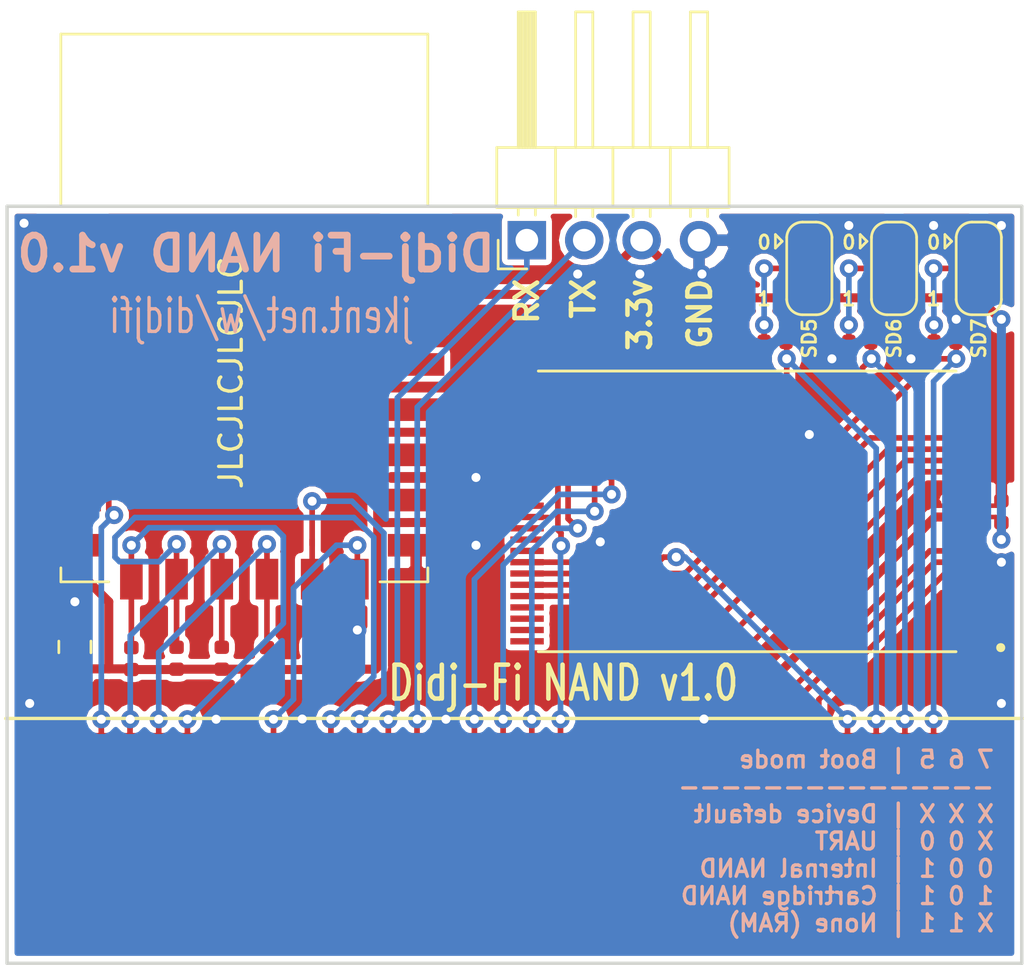
<source format=kicad_pcb>
(kicad_pcb (version 20171130) (host pcbnew 5.0.2+dfsg1-1)

  (general
    (thickness 1.6)
    (drawings 22)
    (tracks 330)
    (zones 0)
    (modules 23)
    (nets 43)
  )

  (page USLetter)
  (title_block
    (title "Didj-Fi NAND")
    (date 2020-05-25)
    (rev v1.0)
  )

  (layers
    (0 F.Cu signal)
    (31 B.Cu signal)
    (32 B.Adhes user)
    (33 F.Adhes user)
    (34 B.Paste user)
    (35 F.Paste user)
    (36 B.SilkS user)
    (37 F.SilkS user)
    (38 B.Mask user)
    (39 F.Mask user)
    (40 Dwgs.User user)
    (41 Cmts.User user)
    (42 Eco1.User user)
    (43 Eco2.User user)
    (44 Edge.Cuts user)
    (45 Margin user)
    (46 B.CrtYd user)
    (47 F.CrtYd user)
    (48 B.Fab user)
    (49 F.Fab user)
  )

  (setup
    (last_trace_width 0.25)
    (trace_clearance 0.2)
    (zone_clearance 0.254)
    (zone_45_only no)
    (trace_min 0.2)
    (segment_width 0.2)
    (edge_width 0.15)
    (via_size 0.8)
    (via_drill 0.4)
    (via_min_size 0.4)
    (via_min_drill 0.3)
    (uvia_size 0.3)
    (uvia_drill 0.1)
    (uvias_allowed no)
    (uvia_min_size 0.2)
    (uvia_min_drill 0.1)
    (pcb_text_width 0.3)
    (pcb_text_size 1.5 1.5)
    (mod_edge_width 0.15)
    (mod_text_size 1 1)
    (mod_text_width 0.15)
    (pad_size 0.889 9.525)
    (pad_drill 0)
    (pad_to_mask_clearance 0.051)
    (solder_mask_min_width 0.25)
    (aux_axis_origin 0 0)
    (visible_elements FFFFFF7F)
    (pcbplotparams
      (layerselection 0x010f0_ffffffff)
      (usegerberextensions false)
      (usegerberattributes false)
      (usegerberadvancedattributes false)
      (creategerberjobfile false)
      (excludeedgelayer true)
      (linewidth 0.100000)
      (plotframeref false)
      (viasonmask false)
      (mode 1)
      (useauxorigin false)
      (hpglpennumber 1)
      (hpglpenspeed 20)
      (hpglpendiameter 15.000000)
      (psnegative false)
      (psa4output false)
      (plotreference true)
      (plotvalue true)
      (plotinvisibletext false)
      (padsonsilk false)
      (subtractmaskfromsilk false)
      (outputformat 1)
      (mirror false)
      (drillshape 0)
      (scaleselection 1)
      (outputdirectory "rtm"))
  )

  (net 0 "")
  (net 1 +3V3)
  (net 2 GND)
  (net 3 /DAT1)
  (net 4 /DAT0)
  (net 5 /CLK)
  (net 6 /CMD)
  (net 7 /DAT3)
  (net 8 /DAT2)
  (net 9 /~RST)
  (net 10 "Net-(U2-Pad7)")
  (net 11 /EN)
  (net 12 /D5)
  (net 13 /D6)
  (net 14 /CLE)
  (net 15 /~WE)
  (net 16 /ALE)
  (net 17 /D3)
  (net 18 /~WP)
  (net 19 /D1)
  (net 20 /D2)
  (net 21 /D0)
  (net 22 /D7)
  (net 23 /R_~B)
  (net 24 /~CE)
  (net 25 /D4)
  (net 26 /~RE)
  (net 27 "Net-(JP2-Pad2)")
  (net 28 "Net-(JP1-Pad2)")
  (net 29 /GPIO15)
  (net 30 "Net-(JP3-Pad2)")
  (net 31 "Net-(U2-Pad2)")
  (net 32 "Net-(U2-Pad4)")
  (net 33 "Net-(U2-Pad5)")
  (net 34 "Net-(U2-Pad6)")
  (net 35 "Net-(U2-Pad19)")
  (net 36 "Net-(U2-Pad20)")
  (net 37 "Net-(U2-Pad21)")
  (net 38 "Net-(U2-Pad22)")
  (net 39 /TX)
  (net 40 /RX)
  (net 41 /GPIO2)
  (net 42 /GPIO0)

  (net_class Default "This is the default net class."
    (clearance 0.2)
    (trace_width 0.25)
    (via_dia 0.8)
    (via_drill 0.4)
    (uvia_dia 0.3)
    (uvia_drill 0.1)
    (add_net /ALE)
    (add_net /CLE)
    (add_net /CLK)
    (add_net /CMD)
    (add_net /D0)
    (add_net /D1)
    (add_net /D2)
    (add_net /D3)
    (add_net /D4)
    (add_net /D5)
    (add_net /D6)
    (add_net /D7)
    (add_net /DAT0)
    (add_net /DAT1)
    (add_net /DAT2)
    (add_net /DAT3)
    (add_net /EN)
    (add_net /GPIO0)
    (add_net /GPIO15)
    (add_net /GPIO2)
    (add_net /RX)
    (add_net /R_~B)
    (add_net /TX)
    (add_net /~CE)
    (add_net /~RE)
    (add_net /~RST)
    (add_net /~WE)
    (add_net /~WP)
    (add_net "Net-(JP1-Pad2)")
    (add_net "Net-(JP2-Pad2)")
    (add_net "Net-(JP3-Pad2)")
    (add_net "Net-(U2-Pad19)")
    (add_net "Net-(U2-Pad2)")
    (add_net "Net-(U2-Pad20)")
    (add_net "Net-(U2-Pad21)")
    (add_net "Net-(U2-Pad22)")
    (add_net "Net-(U2-Pad4)")
    (add_net "Net-(U2-Pad5)")
    (add_net "Net-(U2-Pad6)")
    (add_net "Net-(U2-Pad7)")
  )

  (net_class Power ""
    (clearance 0.2)
    (trace_width 0.4)
    (via_dia 0.8)
    (via_drill 0.4)
    (uvia_dia 0.3)
    (uvia_drill 0.1)
    (add_net +3V3)
    (add_net GND)
  )

  (module Resistor_SMD:R_0402_1005Metric (layer F.Cu) (tedit 5ECB9912) (tstamp 5ECBFD14)
    (at 139.05 101.399998 180)
    (descr "Resistor SMD 0402 (1005 Metric), square (rectangular) end terminal, IPC_7351 nominal, (Body size source: http://www.tortai-tech.com/upload/download/2011102023233369053.pdf), generated with kicad-footprint-generator")
    (tags resistor)
    (path /5ECC9B2F)
    (attr smd)
    (fp_text reference R12 (at 0 -1.17 180) (layer F.SilkS) hide
      (effects (font (size 1 1) (thickness 0.15)))
    )
    (fp_text value 10k (at 0 1.17 180) (layer F.Fab)
      (effects (font (size 1 1) (thickness 0.15)))
    )
    (fp_text user %R (at 0 0 180) (layer F.Fab)
      (effects (font (size 0.25 0.25) (thickness 0.04)))
    )
    (fp_line (start 0.93 0.47) (end -0.93 0.47) (layer F.CrtYd) (width 0.05))
    (fp_line (start 0.93 -0.47) (end 0.93 0.47) (layer F.CrtYd) (width 0.05))
    (fp_line (start -0.93 -0.47) (end 0.93 -0.47) (layer F.CrtYd) (width 0.05))
    (fp_line (start -0.93 0.47) (end -0.93 -0.47) (layer F.CrtYd) (width 0.05))
    (fp_line (start 0.5 0.25) (end -0.5 0.25) (layer F.Fab) (width 0.1))
    (fp_line (start 0.5 -0.25) (end 0.5 0.25) (layer F.Fab) (width 0.1))
    (fp_line (start -0.5 -0.25) (end 0.5 -0.25) (layer F.Fab) (width 0.1))
    (fp_line (start -0.5 0.25) (end -0.5 -0.25) (layer F.Fab) (width 0.1))
    (pad 2 smd roundrect (at 0.485 0 180) (size 0.59 0.64) (layers F.Cu F.Paste F.Mask) (roundrect_rratio 0.25)
      (net 42 /GPIO0))
    (pad 1 smd roundrect (at -0.485 0 180) (size 0.59 0.64) (layers F.Cu F.Paste F.Mask) (roundrect_rratio 0.25)
      (net 1 +3V3))
    (model ${KISYS3DMOD}/Resistor_SMD.3dshapes/R_0402_1005Metric.wrl
      (at (xyz 0 0 0))
      (scale (xyz 1 1 1))
      (rotate (xyz 0 0 0))
    )
  )

  (module Resistor_SMD:R_0402_1005Metric (layer F.Cu) (tedit 5ECB991E) (tstamp 5ECBFAE6)
    (at 139.015 103.399998 180)
    (descr "Resistor SMD 0402 (1005 Metric), square (rectangular) end terminal, IPC_7351 nominal, (Body size source: http://www.tortai-tech.com/upload/download/2011102023233369053.pdf), generated with kicad-footprint-generator")
    (tags resistor)
    (path /5ECC9B7D)
    (attr smd)
    (fp_text reference R11 (at 0 -1.17 180) (layer F.SilkS) hide
      (effects (font (size 1 1) (thickness 0.15)))
    )
    (fp_text value 10k (at 0 1.17 180) (layer F.Fab) hide
      (effects (font (size 1 1) (thickness 0.15)))
    )
    (fp_line (start -0.5 0.25) (end -0.5 -0.25) (layer F.Fab) (width 0.1))
    (fp_line (start -0.5 -0.25) (end 0.5 -0.25) (layer F.Fab) (width 0.1))
    (fp_line (start 0.5 -0.25) (end 0.5 0.25) (layer F.Fab) (width 0.1))
    (fp_line (start 0.5 0.25) (end -0.5 0.25) (layer F.Fab) (width 0.1))
    (fp_line (start -0.93 0.47) (end -0.93 -0.47) (layer F.CrtYd) (width 0.05))
    (fp_line (start -0.93 -0.47) (end 0.93 -0.47) (layer F.CrtYd) (width 0.05))
    (fp_line (start 0.93 -0.47) (end 0.93 0.47) (layer F.CrtYd) (width 0.05))
    (fp_line (start 0.93 0.47) (end -0.93 0.47) (layer F.CrtYd) (width 0.05))
    (fp_text user %R (at 0 0 180) (layer F.Fab)
      (effects (font (size 0.25 0.25) (thickness 0.04)))
    )
    (pad 1 smd roundrect (at -0.485 0 180) (size 0.59 0.64) (layers F.Cu F.Paste F.Mask) (roundrect_rratio 0.25)
      (net 1 +3V3))
    (pad 2 smd roundrect (at 0.485 0 180) (size 0.59 0.64) (layers F.Cu F.Paste F.Mask) (roundrect_rratio 0.25)
      (net 41 /GPIO2))
    (model ${KISYS3DMOD}/Resistor_SMD.3dshapes/R_0402_1005Metric.wrl
      (at (xyz 0 0 0))
      (scale (xyz 1 1 1))
      (rotate (xyz 0 0 0))
    )
  )

  (module RF_Module:ESP-12E locked (layer F.Cu) (tedit 5A030172) (tstamp 5ECBFB3C)
    (at 128.75 96.899998)
    (descr "Wi-Fi Module, http://wiki.ai-thinker.com/_media/esp8266/docs/aithinker_esp_12f_datasheet_en.pdf")
    (tags "Wi-Fi Module")
    (path /5EF77771)
    (attr smd)
    (fp_text reference U2 (at -10.56 -5.26) (layer F.SilkS) hide
      (effects (font (size 1 1) (thickness 0.15)))
    )
    (fp_text value ESP-12F (at -0.06 -12.78) (layer F.Fab)
      (effects (font (size 1 1) (thickness 0.15)))
    )
    (fp_line (start 5.56 -4.8) (end 8.12 -7.36) (layer Dwgs.User) (width 0.12))
    (fp_line (start 2.56 -4.8) (end 8.12 -10.36) (layer Dwgs.User) (width 0.12))
    (fp_line (start -0.44 -4.8) (end 6.88 -12.12) (layer Dwgs.User) (width 0.12))
    (fp_line (start -3.44 -4.8) (end 3.88 -12.12) (layer Dwgs.User) (width 0.12))
    (fp_line (start -6.44 -4.8) (end 0.88 -12.12) (layer Dwgs.User) (width 0.12))
    (fp_line (start -8.12 -6.12) (end -2.12 -12.12) (layer Dwgs.User) (width 0.12))
    (fp_line (start -8.12 -9.12) (end -5.12 -12.12) (layer Dwgs.User) (width 0.12))
    (fp_line (start -8.12 -4.8) (end -8.12 -12.12) (layer Dwgs.User) (width 0.12))
    (fp_line (start 8.12 -4.8) (end -8.12 -4.8) (layer Dwgs.User) (width 0.12))
    (fp_line (start 8.12 -12.12) (end 8.12 -4.8) (layer Dwgs.User) (width 0.12))
    (fp_line (start -8.12 -12.12) (end 8.12 -12.12) (layer Dwgs.User) (width 0.12))
    (fp_line (start -8.12 -4.5) (end -8.73 -4.5) (layer F.SilkS) (width 0.12))
    (fp_line (start -8.12 -4.5) (end -8.12 -12.12) (layer F.SilkS) (width 0.12))
    (fp_line (start -8.12 12.12) (end -8.12 11.5) (layer F.SilkS) (width 0.12))
    (fp_line (start -6 12.12) (end -8.12 12.12) (layer F.SilkS) (width 0.12))
    (fp_line (start 8.12 12.12) (end 6 12.12) (layer F.SilkS) (width 0.12))
    (fp_line (start 8.12 11.5) (end 8.12 12.12) (layer F.SilkS) (width 0.12))
    (fp_line (start 8.12 -12.12) (end 8.12 -4.5) (layer F.SilkS) (width 0.12))
    (fp_line (start -8.12 -12.12) (end 8.12 -12.12) (layer F.SilkS) (width 0.12))
    (fp_line (start -9.05 13.1) (end -9.05 -12.2) (layer F.CrtYd) (width 0.05))
    (fp_line (start 9.05 13.1) (end -9.05 13.1) (layer F.CrtYd) (width 0.05))
    (fp_line (start 9.05 -12.2) (end 9.05 13.1) (layer F.CrtYd) (width 0.05))
    (fp_line (start -9.05 -12.2) (end 9.05 -12.2) (layer F.CrtYd) (width 0.05))
    (fp_line (start -8 -4) (end -8 -12) (layer F.Fab) (width 0.12))
    (fp_line (start -7.5 -3.5) (end -8 -4) (layer F.Fab) (width 0.12))
    (fp_line (start -8 -3) (end -7.5 -3.5) (layer F.Fab) (width 0.12))
    (fp_line (start -8 12) (end -8 -3) (layer F.Fab) (width 0.12))
    (fp_line (start 8 12) (end -8 12) (layer F.Fab) (width 0.12))
    (fp_line (start 8 -12) (end 8 12) (layer F.Fab) (width 0.12))
    (fp_line (start -8 -12) (end 8 -12) (layer F.Fab) (width 0.12))
    (fp_text user %R (at 0.49 -0.8) (layer F.Fab)
      (effects (font (size 1 1) (thickness 0.15)))
    )
    (fp_text user "KEEP-OUT ZONE" (at 0.03 -9.55 180) (layer Cmts.User)
      (effects (font (size 1 1) (thickness 0.15)))
    )
    (fp_text user Antenna (at -0.06 -7 180) (layer Cmts.User)
      (effects (font (size 1 1) (thickness 0.15)))
    )
    (pad 22 smd rect (at 7.6 -3.5) (size 2.5 1) (layers F.Cu F.Paste F.Mask)
      (net 38 "Net-(U2-Pad22)"))
    (pad 21 smd rect (at 7.6 -1.5) (size 2.5 1) (layers F.Cu F.Paste F.Mask)
      (net 37 "Net-(U2-Pad21)"))
    (pad 20 smd rect (at 7.6 0.5) (size 2.5 1) (layers F.Cu F.Paste F.Mask)
      (net 36 "Net-(U2-Pad20)"))
    (pad 19 smd rect (at 7.6 2.5) (size 2.5 1) (layers F.Cu F.Paste F.Mask)
      (net 35 "Net-(U2-Pad19)"))
    (pad 18 smd rect (at 7.6 4.5) (size 2.5 1) (layers F.Cu F.Paste F.Mask)
      (net 42 /GPIO0))
    (pad 17 smd rect (at 7.6 6.5) (size 2.5 1) (layers F.Cu F.Paste F.Mask)
      (net 41 /GPIO2))
    (pad 16 smd rect (at 7.6 8.5) (size 2.5 1) (layers F.Cu F.Paste F.Mask)
      (net 29 /GPIO15))
    (pad 15 smd rect (at 7.6 10.5) (size 2.5 1) (layers F.Cu F.Paste F.Mask)
      (net 2 GND))
    (pad 14 smd rect (at 5 12) (size 1 1.8) (layers F.Cu F.Paste F.Mask)
      (net 5 /CLK))
    (pad 13 smd rect (at 3 12) (size 1 1.8) (layers F.Cu F.Paste F.Mask)
      (net 3 /DAT1))
    (pad 12 smd rect (at 1 12) (size 1 1.8) (layers F.Cu F.Paste F.Mask)
      (net 7 /DAT3))
    (pad 11 smd rect (at -1 12) (size 1 1.8) (layers F.Cu F.Paste F.Mask)
      (net 8 /DAT2))
    (pad 10 smd rect (at -3 12) (size 1 1.8) (layers F.Cu F.Paste F.Mask)
      (net 4 /DAT0))
    (pad 9 smd rect (at -5 12) (size 1 1.8) (layers F.Cu F.Paste F.Mask)
      (net 6 /CMD))
    (pad 8 smd rect (at -7.6 10.5) (size 2.5 1) (layers F.Cu F.Paste F.Mask)
      (net 1 +3V3))
    (pad 7 smd rect (at -7.6 8.5) (size 2.5 1) (layers F.Cu F.Paste F.Mask)
      (net 10 "Net-(U2-Pad7)"))
    (pad 6 smd rect (at -7.6 6.5) (size 2.5 1) (layers F.Cu F.Paste F.Mask)
      (net 34 "Net-(U2-Pad6)"))
    (pad 5 smd rect (at -7.6 4.5) (size 2.5 1) (layers F.Cu F.Paste F.Mask)
      (net 33 "Net-(U2-Pad5)"))
    (pad 4 smd rect (at -7.6 2.5) (size 2.5 1) (layers F.Cu F.Paste F.Mask)
      (net 32 "Net-(U2-Pad4)"))
    (pad 3 smd rect (at -7.6 0.5) (size 2.5 1) (layers F.Cu F.Paste F.Mask)
      (net 11 /EN))
    (pad 2 smd rect (at -7.6 -1.5) (size 2.5 1) (layers F.Cu F.Paste F.Mask)
      (net 31 "Net-(U2-Pad2)"))
    (pad 1 smd rect (at -7.6 -3.5) (size 2.5 1) (layers F.Cu F.Paste F.Mask)
      (net 9 /~RST))
    (model ${KISYS3DMOD}/RF_Module.3dshapes/ESP-12E.wrl
      (at (xyz 0 0 0))
      (scale (xyz 1 1 1))
      (rotate (xyz 0 0 0))
    )
  )

  (module Jumper:SolderJumper-3_P1.3mm_Open_RoundedPad1.0x1.5mm (layer F.Cu) (tedit 5B391EB7) (tstamp 5ECBFC3A)
    (at 157.5 95.149998 270)
    (descr "SMD Solder 3-pad Jumper, 1x1.5mm rounded Pads, 0.3mm gap, open")
    (tags "solder jumper open")
    (path /5EE2BE70)
    (attr virtual)
    (fp_text reference JP2 (at 0 -1.8 270) (layer F.SilkS) hide
      (effects (font (size 1 1) (thickness 0.15)))
    )
    (fp_text value SD[6] (at 0 1.9 270) (layer F.Fab) hide
      (effects (font (size 1 1) (thickness 0.15)))
    )
    (fp_arc (start -1.35 -0.3) (end -1.35 -1) (angle -90) (layer F.SilkS) (width 0.12))
    (fp_arc (start -1.35 0.3) (end -2.05 0.3) (angle -90) (layer F.SilkS) (width 0.12))
    (fp_arc (start 1.35 0.3) (end 1.35 1) (angle -90) (layer F.SilkS) (width 0.12))
    (fp_arc (start 1.35 -0.3) (end 2.05 -0.3) (angle -90) (layer F.SilkS) (width 0.12))
    (fp_line (start 2.3 1.25) (end -2.3 1.25) (layer F.CrtYd) (width 0.05))
    (fp_line (start 2.3 1.25) (end 2.3 -1.25) (layer F.CrtYd) (width 0.05))
    (fp_line (start -2.3 -1.25) (end -2.3 1.25) (layer F.CrtYd) (width 0.05))
    (fp_line (start -2.3 -1.25) (end 2.3 -1.25) (layer F.CrtYd) (width 0.05))
    (fp_line (start -1.4 -1) (end 1.4 -1) (layer F.SilkS) (width 0.12))
    (fp_line (start 2.05 -0.3) (end 2.05 0.3) (layer F.SilkS) (width 0.12))
    (fp_line (start 1.4 1) (end -1.4 1) (layer F.SilkS) (width 0.12))
    (fp_line (start -2.05 0.3) (end -2.05 -0.3) (layer F.SilkS) (width 0.12))
    (fp_line (start -1.2 1.2) (end -1.5 1.5) (layer F.SilkS) (width 0.12))
    (fp_line (start -1.5 1.5) (end -0.9 1.5) (layer F.SilkS) (width 0.12))
    (fp_line (start -1.2 1.2) (end -0.9 1.5) (layer F.SilkS) (width 0.12))
    (pad 2 smd rect (at 0 0 270) (size 1 1.5) (layers F.Cu F.Mask)
      (net 27 "Net-(JP2-Pad2)"))
    (pad 3 smd custom (at 1.3 0 270) (size 1 0.5) (layers F.Cu F.Mask)
      (net 1 +3V3) (zone_connect 0)
      (options (clearance outline) (anchor rect))
      (primitives
        (gr_circle (center 0 0.25) (end 0.5 0.25) (width 0))
        (gr_circle (center 0 -0.25) (end 0.5 -0.25) (width 0))
        (gr_poly (pts
           (xy -0.55 -0.75) (xy 0 -0.75) (xy 0 0.75) (xy -0.55 0.75)) (width 0))
      ))
    (pad 1 smd custom (at -1.3 0 270) (size 1 0.5) (layers F.Cu F.Mask)
      (net 2 GND) (zone_connect 0)
      (options (clearance outline) (anchor rect))
      (primitives
        (gr_circle (center 0 0.25) (end 0.5 0.25) (width 0))
        (gr_circle (center 0 -0.25) (end 0.5 -0.25) (width 0))
        (gr_poly (pts
           (xy 0.55 -0.75) (xy 0 -0.75) (xy 0 0.75) (xy 0.55 0.75)) (width 0))
      ))
  )

  (module Connector_PinHeader_2.54mm:PinHeader_1x04_P2.54mm_Horizontal locked (layer F.Cu) (tedit 59FED5CB) (tstamp 5ECC01FF)
    (at 141.25 93.899998 90)
    (descr "Through hole angled pin header, 1x04, 2.54mm pitch, 6mm pin length, single row")
    (tags "Through hole angled pin header THT 1x04 2.54mm single row")
    (path /5F0E2690)
    (fp_text reference J2 (at 0.5 0 90) (layer F.SilkS) hide
      (effects (font (size 1 1) (thickness 0.15)))
    )
    (fp_text value Conn_01x04_Male (at 4.385 9.89 90) (layer F.Fab) hide
      (effects (font (size 1 1) (thickness 0.15)))
    )
    (fp_text user %R (at 2.77 3.81 180) (layer F.Fab)
      (effects (font (size 1 1) (thickness 0.15)))
    )
    (fp_line (start 10.55 -1.8) (end -1.8 -1.8) (layer F.CrtYd) (width 0.05))
    (fp_line (start 10.55 9.4) (end 10.55 -1.8) (layer F.CrtYd) (width 0.05))
    (fp_line (start -1.8 9.4) (end 10.55 9.4) (layer F.CrtYd) (width 0.05))
    (fp_line (start -1.8 -1.8) (end -1.8 9.4) (layer F.CrtYd) (width 0.05))
    (fp_line (start -1.27 -1.27) (end 0 -1.27) (layer F.SilkS) (width 0.12))
    (fp_line (start -1.27 0) (end -1.27 -1.27) (layer F.SilkS) (width 0.12))
    (fp_line (start 1.042929 8) (end 1.44 8) (layer F.SilkS) (width 0.12))
    (fp_line (start 1.042929 7.24) (end 1.44 7.24) (layer F.SilkS) (width 0.12))
    (fp_line (start 10.1 8) (end 4.1 8) (layer F.SilkS) (width 0.12))
    (fp_line (start 10.1 7.24) (end 10.1 8) (layer F.SilkS) (width 0.12))
    (fp_line (start 4.1 7.24) (end 10.1 7.24) (layer F.SilkS) (width 0.12))
    (fp_line (start 1.44 6.35) (end 4.1 6.35) (layer F.SilkS) (width 0.12))
    (fp_line (start 1.042929 5.46) (end 1.44 5.46) (layer F.SilkS) (width 0.12))
    (fp_line (start 1.042929 4.7) (end 1.44 4.7) (layer F.SilkS) (width 0.12))
    (fp_line (start 10.1 5.46) (end 4.1 5.46) (layer F.SilkS) (width 0.12))
    (fp_line (start 10.1 4.7) (end 10.1 5.46) (layer F.SilkS) (width 0.12))
    (fp_line (start 4.1 4.7) (end 10.1 4.7) (layer F.SilkS) (width 0.12))
    (fp_line (start 1.44 3.81) (end 4.1 3.81) (layer F.SilkS) (width 0.12))
    (fp_line (start 1.042929 2.92) (end 1.44 2.92) (layer F.SilkS) (width 0.12))
    (fp_line (start 1.042929 2.16) (end 1.44 2.16) (layer F.SilkS) (width 0.12))
    (fp_line (start 10.1 2.92) (end 4.1 2.92) (layer F.SilkS) (width 0.12))
    (fp_line (start 10.1 2.16) (end 10.1 2.92) (layer F.SilkS) (width 0.12))
    (fp_line (start 4.1 2.16) (end 10.1 2.16) (layer F.SilkS) (width 0.12))
    (fp_line (start 1.44 1.27) (end 4.1 1.27) (layer F.SilkS) (width 0.12))
    (fp_line (start 1.11 0.38) (end 1.44 0.38) (layer F.SilkS) (width 0.12))
    (fp_line (start 1.11 -0.38) (end 1.44 -0.38) (layer F.SilkS) (width 0.12))
    (fp_line (start 4.1 0.28) (end 10.1 0.28) (layer F.SilkS) (width 0.12))
    (fp_line (start 4.1 0.16) (end 10.1 0.16) (layer F.SilkS) (width 0.12))
    (fp_line (start 4.1 0.04) (end 10.1 0.04) (layer F.SilkS) (width 0.12))
    (fp_line (start 4.1 -0.08) (end 10.1 -0.08) (layer F.SilkS) (width 0.12))
    (fp_line (start 4.1 -0.2) (end 10.1 -0.2) (layer F.SilkS) (width 0.12))
    (fp_line (start 4.1 -0.32) (end 10.1 -0.32) (layer F.SilkS) (width 0.12))
    (fp_line (start 10.1 0.38) (end 4.1 0.38) (layer F.SilkS) (width 0.12))
    (fp_line (start 10.1 -0.38) (end 10.1 0.38) (layer F.SilkS) (width 0.12))
    (fp_line (start 4.1 -0.38) (end 10.1 -0.38) (layer F.SilkS) (width 0.12))
    (fp_line (start 4.1 -1.33) (end 1.44 -1.33) (layer F.SilkS) (width 0.12))
    (fp_line (start 4.1 8.95) (end 4.1 -1.33) (layer F.SilkS) (width 0.12))
    (fp_line (start 1.44 8.95) (end 4.1 8.95) (layer F.SilkS) (width 0.12))
    (fp_line (start 1.44 -1.33) (end 1.44 8.95) (layer F.SilkS) (width 0.12))
    (fp_line (start 4.04 7.94) (end 10.04 7.94) (layer F.Fab) (width 0.1))
    (fp_line (start 10.04 7.3) (end 10.04 7.94) (layer F.Fab) (width 0.1))
    (fp_line (start 4.04 7.3) (end 10.04 7.3) (layer F.Fab) (width 0.1))
    (fp_line (start -0.32 7.94) (end 1.5 7.94) (layer F.Fab) (width 0.1))
    (fp_line (start -0.32 7.3) (end -0.32 7.94) (layer F.Fab) (width 0.1))
    (fp_line (start -0.32 7.3) (end 1.5 7.3) (layer F.Fab) (width 0.1))
    (fp_line (start 4.04 5.4) (end 10.04 5.4) (layer F.Fab) (width 0.1))
    (fp_line (start 10.04 4.76) (end 10.04 5.4) (layer F.Fab) (width 0.1))
    (fp_line (start 4.04 4.76) (end 10.04 4.76) (layer F.Fab) (width 0.1))
    (fp_line (start -0.32 5.4) (end 1.5 5.4) (layer F.Fab) (width 0.1))
    (fp_line (start -0.32 4.76) (end -0.32 5.4) (layer F.Fab) (width 0.1))
    (fp_line (start -0.32 4.76) (end 1.5 4.76) (layer F.Fab) (width 0.1))
    (fp_line (start 4.04 2.86) (end 10.04 2.86) (layer F.Fab) (width 0.1))
    (fp_line (start 10.04 2.22) (end 10.04 2.86) (layer F.Fab) (width 0.1))
    (fp_line (start 4.04 2.22) (end 10.04 2.22) (layer F.Fab) (width 0.1))
    (fp_line (start -0.32 2.86) (end 1.5 2.86) (layer F.Fab) (width 0.1))
    (fp_line (start -0.32 2.22) (end -0.32 2.86) (layer F.Fab) (width 0.1))
    (fp_line (start -0.32 2.22) (end 1.5 2.22) (layer F.Fab) (width 0.1))
    (fp_line (start 4.04 0.32) (end 10.04 0.32) (layer F.Fab) (width 0.1))
    (fp_line (start 10.04 -0.32) (end 10.04 0.32) (layer F.Fab) (width 0.1))
    (fp_line (start 4.04 -0.32) (end 10.04 -0.32) (layer F.Fab) (width 0.1))
    (fp_line (start -0.32 0.32) (end 1.5 0.32) (layer F.Fab) (width 0.1))
    (fp_line (start -0.32 -0.32) (end -0.32 0.32) (layer F.Fab) (width 0.1))
    (fp_line (start -0.32 -0.32) (end 1.5 -0.32) (layer F.Fab) (width 0.1))
    (fp_line (start 1.5 -0.635) (end 2.135 -1.27) (layer F.Fab) (width 0.1))
    (fp_line (start 1.5 8.89) (end 1.5 -0.635) (layer F.Fab) (width 0.1))
    (fp_line (start 4.04 8.89) (end 1.5 8.89) (layer F.Fab) (width 0.1))
    (fp_line (start 4.04 -1.27) (end 4.04 8.89) (layer F.Fab) (width 0.1))
    (fp_line (start 2.135 -1.27) (end 4.04 -1.27) (layer F.Fab) (width 0.1))
    (pad 4 thru_hole oval (at 0 7.62 90) (size 1.7 1.7) (drill 1) (layers *.Cu *.Mask)
      (net 2 GND))
    (pad 3 thru_hole oval (at 0 5.08 90) (size 1.7 1.7) (drill 1) (layers *.Cu *.Mask)
      (net 1 +3V3))
    (pad 2 thru_hole oval (at 0 2.54 90) (size 1.7 1.7) (drill 1) (layers *.Cu *.Mask)
      (net 39 /TX))
    (pad 1 thru_hole rect (at 0 0 90) (size 1.7 1.7) (drill 1) (layers *.Cu *.Mask)
      (net 40 /RX))
    (model ${KISYS3DMOD}/Connector_PinHeader_2.54mm.3dshapes/PinHeader_1x04_P2.54mm_Horizontal.wrl
      (at (xyz 0 0 0))
      (scale (xyz 1 1 1))
      (rotate (xyz 0 0 0))
    )
  )

  (module Capacitor_SMD:C_0805_2012Metric (layer F.Cu) (tedit 5B36C52B) (tstamp 5ECC02A7)
    (at 121.25 111.899998 90)
    (descr "Capacitor SMD 0805 (2012 Metric), square (rectangular) end terminal, IPC_7351 nominal, (Body size source: https://docs.google.com/spreadsheets/d/1BsfQQcO9C6DZCsRaXUlFlo91Tg2WpOkGARC1WS5S8t0/edit?usp=sharing), generated with kicad-footprint-generator")
    (tags capacitor)
    (path /5ED40EB7)
    (attr smd)
    (fp_text reference C3 (at 0 -1.65 90) (layer F.SilkS) hide
      (effects (font (size 1 1) (thickness 0.15)))
    )
    (fp_text value 22u (at 0 1.65 90) (layer F.Fab) hide
      (effects (font (size 1 1) (thickness 0.15)))
    )
    (fp_text user %R (at 0 0 90) (layer F.Fab)
      (effects (font (size 0.5 0.5) (thickness 0.08)))
    )
    (fp_line (start 1.68 0.95) (end -1.68 0.95) (layer F.CrtYd) (width 0.05))
    (fp_line (start 1.68 -0.95) (end 1.68 0.95) (layer F.CrtYd) (width 0.05))
    (fp_line (start -1.68 -0.95) (end 1.68 -0.95) (layer F.CrtYd) (width 0.05))
    (fp_line (start -1.68 0.95) (end -1.68 -0.95) (layer F.CrtYd) (width 0.05))
    (fp_line (start -0.258578 0.71) (end 0.258578 0.71) (layer F.SilkS) (width 0.12))
    (fp_line (start -0.258578 -0.71) (end 0.258578 -0.71) (layer F.SilkS) (width 0.12))
    (fp_line (start 1 0.6) (end -1 0.6) (layer F.Fab) (width 0.1))
    (fp_line (start 1 -0.6) (end 1 0.6) (layer F.Fab) (width 0.1))
    (fp_line (start -1 -0.6) (end 1 -0.6) (layer F.Fab) (width 0.1))
    (fp_line (start -1 0.6) (end -1 -0.6) (layer F.Fab) (width 0.1))
    (pad 2 smd roundrect (at 0.9375 0 90) (size 0.975 1.4) (layers F.Cu F.Paste F.Mask) (roundrect_rratio 0.25)
      (net 2 GND))
    (pad 1 smd roundrect (at -0.9375 0 90) (size 0.975 1.4) (layers F.Cu F.Paste F.Mask) (roundrect_rratio 0.25)
      (net 1 +3V3))
    (model ${KISYS3DMOD}/Capacitor_SMD.3dshapes/C_0805_2012Metric.wrl
      (at (xyz 0 0 0))
      (scale (xyz 1 1 1))
      (rotate (xyz 0 0 0))
    )
  )

  (module Resistor_SMD:R_0402_1005Metric (layer F.Cu) (tedit 5B301BBD) (tstamp 5ECC0197)
    (at 152.235 98.399998 180)
    (descr "Resistor SMD 0402 (1005 Metric), square (rectangular) end terminal, IPC_7351 nominal, (Body size source: http://www.tortai-tech.com/upload/download/2011102023233369053.pdf), generated with kicad-footprint-generator")
    (tags resistor)
    (path /5EE45BF6)
    (attr smd)
    (fp_text reference R10 (at 0 -1.17 180) (layer F.SilkS) hide
      (effects (font (size 1 1) (thickness 0.15)))
    )
    (fp_text value 4.7k (at 0 1.17 180) (layer F.Fab) hide
      (effects (font (size 1 1) (thickness 0.15)))
    )
    (fp_text user %R (at 0 0 180) (layer F.Fab)
      (effects (font (size 0.25 0.25) (thickness 0.04)))
    )
    (fp_line (start 0.93 0.47) (end -0.93 0.47) (layer F.CrtYd) (width 0.05))
    (fp_line (start 0.93 -0.47) (end 0.93 0.47) (layer F.CrtYd) (width 0.05))
    (fp_line (start -0.93 -0.47) (end 0.93 -0.47) (layer F.CrtYd) (width 0.05))
    (fp_line (start -0.93 0.47) (end -0.93 -0.47) (layer F.CrtYd) (width 0.05))
    (fp_line (start 0.5 0.25) (end -0.5 0.25) (layer F.Fab) (width 0.1))
    (fp_line (start 0.5 -0.25) (end 0.5 0.25) (layer F.Fab) (width 0.1))
    (fp_line (start -0.5 -0.25) (end 0.5 -0.25) (layer F.Fab) (width 0.1))
    (fp_line (start -0.5 0.25) (end -0.5 -0.25) (layer F.Fab) (width 0.1))
    (pad 2 smd roundrect (at 0.485 0 180) (size 0.59 0.64) (layers F.Cu F.Paste F.Mask) (roundrect_rratio 0.25)
      (net 30 "Net-(JP3-Pad2)"))
    (pad 1 smd roundrect (at -0.485 0 180) (size 0.59 0.64) (layers F.Cu F.Paste F.Mask) (roundrect_rratio 0.25)
      (net 12 /D5))
    (model ${KISYS3DMOD}/Resistor_SMD.3dshapes/R_0402_1005Metric.wrl
      (at (xyz 0 0 0))
      (scale (xyz 1 1 1))
      (rotate (xyz 0 0 0))
    )
  )

  (module Resistor_SMD:R_0402_1005Metric (layer F.Cu) (tedit 5B301BBD) (tstamp 5ECBFCEA)
    (at 138.5 105.899998 90)
    (descr "Resistor SMD 0402 (1005 Metric), square (rectangular) end terminal, IPC_7351 nominal, (Body size source: http://www.tortai-tech.com/upload/download/2011102023233369053.pdf), generated with kicad-footprint-generator")
    (tags resistor)
    (path /5ECC4295)
    (attr smd)
    (fp_text reference R9 (at 0 -1.17 90) (layer F.SilkS) hide
      (effects (font (size 1 1) (thickness 0.15)))
    )
    (fp_text value 4.7k (at 0 1.17 90) (layer F.Fab) hide
      (effects (font (size 1 1) (thickness 0.15)))
    )
    (fp_text user %R (at 0 0 90) (layer F.Fab)
      (effects (font (size 0.25 0.25) (thickness 0.04)))
    )
    (fp_line (start 0.93 0.47) (end -0.93 0.47) (layer F.CrtYd) (width 0.05))
    (fp_line (start 0.93 -0.47) (end 0.93 0.47) (layer F.CrtYd) (width 0.05))
    (fp_line (start -0.93 -0.47) (end 0.93 -0.47) (layer F.CrtYd) (width 0.05))
    (fp_line (start -0.93 0.47) (end -0.93 -0.47) (layer F.CrtYd) (width 0.05))
    (fp_line (start 0.5 0.25) (end -0.5 0.25) (layer F.Fab) (width 0.1))
    (fp_line (start 0.5 -0.25) (end 0.5 0.25) (layer F.Fab) (width 0.1))
    (fp_line (start -0.5 -0.25) (end 0.5 -0.25) (layer F.Fab) (width 0.1))
    (fp_line (start -0.5 0.25) (end -0.5 -0.25) (layer F.Fab) (width 0.1))
    (pad 2 smd roundrect (at 0.485 0 90) (size 0.59 0.64) (layers F.Cu F.Paste F.Mask) (roundrect_rratio 0.25)
      (net 29 /GPIO15))
    (pad 1 smd roundrect (at -0.485 0 90) (size 0.59 0.64) (layers F.Cu F.Paste F.Mask) (roundrect_rratio 0.25)
      (net 1 +3V3))
    (model ${KISYS3DMOD}/Resistor_SMD.3dshapes/R_0402_1005Metric.wrl
      (at (xyz 0 0 0))
      (scale (xyz 1 1 1))
      (rotate (xyz 0 0 0))
    )
  )

  (module Resistor_SMD:R_0402_1005Metric (layer F.Cu) (tedit 5B301BBD) (tstamp 5ECC006B)
    (at 127.75 112.399998 90)
    (descr "Resistor SMD 0402 (1005 Metric), square (rectangular) end terminal, IPC_7351 nominal, (Body size source: http://www.tortai-tech.com/upload/download/2011102023233369053.pdf), generated with kicad-footprint-generator")
    (tags resistor)
    (path /5EC8D8C9)
    (attr smd)
    (fp_text reference R4 (at 0 -1.17 90) (layer F.SilkS) hide
      (effects (font (size 1 1) (thickness 0.15)))
    )
    (fp_text value 10k (at 0 1.17 90) (layer F.Fab) hide
      (effects (font (size 1 1) (thickness 0.15)))
    )
    (fp_text user %R (at 0 0 90) (layer F.Fab)
      (effects (font (size 0.25 0.25) (thickness 0.04)))
    )
    (fp_line (start 0.93 0.47) (end -0.93 0.47) (layer F.CrtYd) (width 0.05))
    (fp_line (start 0.93 -0.47) (end 0.93 0.47) (layer F.CrtYd) (width 0.05))
    (fp_line (start -0.93 -0.47) (end 0.93 -0.47) (layer F.CrtYd) (width 0.05))
    (fp_line (start -0.93 0.47) (end -0.93 -0.47) (layer F.CrtYd) (width 0.05))
    (fp_line (start 0.5 0.25) (end -0.5 0.25) (layer F.Fab) (width 0.1))
    (fp_line (start 0.5 -0.25) (end 0.5 0.25) (layer F.Fab) (width 0.1))
    (fp_line (start -0.5 -0.25) (end 0.5 -0.25) (layer F.Fab) (width 0.1))
    (fp_line (start -0.5 0.25) (end -0.5 -0.25) (layer F.Fab) (width 0.1))
    (pad 2 smd roundrect (at 0.485 0 90) (size 0.59 0.64) (layers F.Cu F.Paste F.Mask) (roundrect_rratio 0.25)
      (net 8 /DAT2))
    (pad 1 smd roundrect (at -0.485 0 90) (size 0.59 0.64) (layers F.Cu F.Paste F.Mask) (roundrect_rratio 0.25)
      (net 1 +3V3))
    (model ${KISYS3DMOD}/Resistor_SMD.3dshapes/R_0402_1005Metric.wrl
      (at (xyz 0 0 0))
      (scale (xyz 1 1 1))
      (rotate (xyz 0 0 0))
    )
  )

  (module project:didj_cart (layer F.Cu) (tedit 5ECC0730) (tstamp 5ECBFC8E)
    (at 118.1865 115.064498)
    (path /5ECA2882)
    (attr smd)
    (fp_text reference J1 (at 2.032 -12.446) (layer F.SilkS) hide
      (effects (font (size 1 1) (thickness 0.15)))
    )
    (fp_text value didj_cart (at 3.048 -14.224) (layer F.Fab) hide
      (effects (font (size 1 1) (thickness 0.15)))
    )
    (fp_line (start 0 10.8) (end 45 10.8) (layer Dwgs.User) (width 0.15))
    (fp_line (start 45 10.8) (end 45 0) (layer Dwgs.User) (width 0.15))
    (fp_line (start 0 0) (end 0 10.8) (layer Dwgs.User) (width 0.15))
    (fp_line (start 0 0) (end 45 0) (layer F.SilkS) (width 0.15))
    (fp_text user 1 (at 2.032 4.958) (layer F.SilkS) hide
      (effects (font (size 1 1) (thickness 0.15)))
    )
    (fp_text user 30 (at 42.926 4.958) (layer F.SilkS) hide
      (effects (font (size 1 1) (thickness 0.15)))
    )
    (pad 1 connect rect (at 4.1 5.085) (size 0.889 8.89) (layers F.Cu F.Mask)
      (net 11 /EN))
    (pad 2 connect rect (at 5.37 5.085) (size 0.889 8.89) (layers F.Cu F.Mask)
      (net 8 /DAT2))
    (pad 3 connect rect (at 6.64 5.085) (size 0.889 8.89) (layers F.Cu F.Mask)
      (net 7 /DAT3))
    (pad 4 connect rect (at 7.91 5.085) (size 0.889 8.89) (layers F.Cu F.Mask)
      (net 6 /CMD))
    (pad 5 connect rect (at 9.18 5.085) (size 0.889 9.525) (drill (offset 0 0.3175)) (layers F.Cu F.Mask)
      (net 2 GND))
    (pad 6 connect rect (at 10.45 5.085) (size 0.889 9.525) (drill (offset 0 0.3125)) (layers F.Cu F.Mask)
      (net 1 +3V3))
    (pad 7 connect rect (at 11.72 5.085) (size 0.889 8.89) (layers F.Cu F.Mask)
      (net 5 /CLK))
    (pad 8 connect rect (at 12.99 5.085) (size 0.889 9.525) (drill (offset 0 0.3125)) (layers F.Cu F.Mask)
      (net 2 GND))
    (pad 9 connect rect (at 14.26 5.085) (size 0.889 8.89) (layers F.Cu F.Mask)
      (net 4 /DAT0))
    (pad 10 connect rect (at 15.53 5.085) (size 0.889 8.89) (layers F.Cu F.Mask)
      (net 3 /DAT1))
    (pad 11 connect rect (at 16.8 5.085) (size 0.889 8.89) (layers F.Cu F.Mask)
      (net 40 /RX))
    (pad 21 connect rect (at 29.5 5.085) (size 0.889 8.89) (layers F.Cu F.Mask)
      (net 14 /CLE))
    (pad 19 connect rect (at 26.96 5.085) (size 0.889 8.89) (layers F.Cu F.Mask)
      (net 15 /~WE))
    (pad 20 connect rect (at 28.23 5.085) (size 0.889 8.89) (layers F.Cu F.Mask)
      (net 16 /ALE))
    (pad 17 connect rect (at 24.42 5.085) (size 0.889 8.89) (layers F.Cu F.Mask)
      (net 17 /D3))
    (pad 12 connect rect (at 18.07 5.085) (size 0.889 8.89) (layers F.Cu F.Mask)
      (net 39 /TX))
    (pad 18 connect rect (at 25.69 5.085) (size 0.889 8.89) (layers F.Cu F.Mask)
      (net 18 /~WP))
    (pad 15 connect rect (at 21.88 5.085) (size 0.889 8.89) (layers F.Cu F.Mask)
      (net 19 /D1))
    (pad 13 connect rect (at 19.34 5.085) (size 0.889 9.525) (drill (offset 0 0.3125)) (layers F.Cu F.Mask)
      (net 2 GND))
    (pad 16 connect rect (at 23.15 5.085) (size 0.889 8.89) (layers F.Cu F.Mask)
      (net 20 /D2))
    (pad 14 connect rect (at 20.61 5.085) (size 0.889 8.89) (layers F.Cu F.Mask)
      (net 21 /D0))
    (pad 22 connect rect (at 30.77 5.085) (size 0.889 9.525) (drill (offset 0 0.3125)) (layers F.Cu F.Mask)
      (net 2 GND))
    (pad 30 connect rect (at 40.93 5.085) (size 0.889 8.89) (layers F.Cu F.Mask)
      (net 22 /D7))
    (pad 28 connect rect (at 38.39 5.085) (size 0.889 8.89) (layers F.Cu F.Mask)
      (net 12 /D5))
    (pad 23 connect rect (at 32.04 5.085) (size 0.889 9.525) (drill (offset 0 0.3125)) (layers F.Cu F.Mask)
      (net 1 +3V3))
    (pad 29 connect rect (at 39.66 5.085) (size 0.889 8.89) (layers F.Cu F.Mask)
      (net 13 /D6))
    (pad 26 connect rect (at 35.85 5.085) (size 0.889 8.89) (layers F.Cu F.Mask)
      (net 23 /R_~B))
    (pad 24 connect rect (at 33.31 5.085) (size 0.889 8.89) (layers F.Cu F.Mask)
      (net 24 /~CE))
    (pad 27 connect rect (at 37.12 5.085) (size 0.889 8.89) (layers F.Cu F.Mask)
      (net 25 /D4))
    (pad 25 connect rect (at 34.58 5.085) (size 0.889 8.89) (layers F.Cu F.Mask)
      (net 26 /~RE))
  )

  (module Capacitor_SMD:C_0402_1005Metric (layer F.Cu) (tedit 5B301BBE) (tstamp 5ECBFD68)
    (at 139.5 105.899998 90)
    (descr "Capacitor SMD 0402 (1005 Metric), square (rectangular) end terminal, IPC_7351 nominal, (Body size source: http://www.tortai-tech.com/upload/download/2011102023233369053.pdf), generated with kicad-footprint-generator")
    (tags capacitor)
    (path /5EDCDC07)
    (attr smd)
    (fp_text reference C1 (at 0 -1.17 90) (layer F.SilkS) hide
      (effects (font (size 1 1) (thickness 0.15)))
    )
    (fp_text value 0.1u (at 0 1.17 90) (layer F.Fab) hide
      (effects (font (size 1 1) (thickness 0.15)))
    )
    (fp_text user %R (at 0 0 90) (layer F.Fab)
      (effects (font (size 0.25 0.25) (thickness 0.04)))
    )
    (fp_line (start 0.93 0.47) (end -0.93 0.47) (layer F.CrtYd) (width 0.05))
    (fp_line (start 0.93 -0.47) (end 0.93 0.47) (layer F.CrtYd) (width 0.05))
    (fp_line (start -0.93 -0.47) (end 0.93 -0.47) (layer F.CrtYd) (width 0.05))
    (fp_line (start -0.93 0.47) (end -0.93 -0.47) (layer F.CrtYd) (width 0.05))
    (fp_line (start 0.5 0.25) (end -0.5 0.25) (layer F.Fab) (width 0.1))
    (fp_line (start 0.5 -0.25) (end 0.5 0.25) (layer F.Fab) (width 0.1))
    (fp_line (start -0.5 -0.25) (end 0.5 -0.25) (layer F.Fab) (width 0.1))
    (fp_line (start -0.5 0.25) (end -0.5 -0.25) (layer F.Fab) (width 0.1))
    (pad 2 smd roundrect (at 0.485 0 90) (size 0.59 0.64) (layers F.Cu F.Paste F.Mask) (roundrect_rratio 0.25)
      (net 2 GND))
    (pad 1 smd roundrect (at -0.485 0 90) (size 0.59 0.64) (layers F.Cu F.Paste F.Mask) (roundrect_rratio 0.25)
      (net 1 +3V3))
    (model ${KISYS3DMOD}/Capacitor_SMD.3dshapes/C_0402_1005Metric.wrl
      (at (xyz 0 0 0))
      (scale (xyz 1 1 1))
      (rotate (xyz 0 0 0))
    )
  )

  (module Capacitor_SMD:C_0402_1005Metric (layer F.Cu) (tedit 5B301BBE) (tstamp 5ECBF954)
    (at 133.75 112.399998 90)
    (descr "Capacitor SMD 0402 (1005 Metric), square (rectangular) end terminal, IPC_7351 nominal, (Body size source: http://www.tortai-tech.com/upload/download/2011102023233369053.pdf), generated with kicad-footprint-generator")
    (tags capacitor)
    (path /5ED40F65)
    (attr smd)
    (fp_text reference C4 (at 0 -1.17 90) (layer F.SilkS) hide
      (effects (font (size 1 1) (thickness 0.15)))
    )
    (fp_text value 0.1u (at 0 1.17 90) (layer F.Fab) hide
      (effects (font (size 1 1) (thickness 0.15)))
    )
    (fp_text user %R (at 0 0 90) (layer F.Fab)
      (effects (font (size 0.25 0.25) (thickness 0.04)))
    )
    (fp_line (start 0.93 0.47) (end -0.93 0.47) (layer F.CrtYd) (width 0.05))
    (fp_line (start 0.93 -0.47) (end 0.93 0.47) (layer F.CrtYd) (width 0.05))
    (fp_line (start -0.93 -0.47) (end 0.93 -0.47) (layer F.CrtYd) (width 0.05))
    (fp_line (start -0.93 0.47) (end -0.93 -0.47) (layer F.CrtYd) (width 0.05))
    (fp_line (start 0.5 0.25) (end -0.5 0.25) (layer F.Fab) (width 0.1))
    (fp_line (start 0.5 -0.25) (end 0.5 0.25) (layer F.Fab) (width 0.1))
    (fp_line (start -0.5 -0.25) (end 0.5 -0.25) (layer F.Fab) (width 0.1))
    (fp_line (start -0.5 0.25) (end -0.5 -0.25) (layer F.Fab) (width 0.1))
    (pad 2 smd roundrect (at 0.485 0 90) (size 0.59 0.64) (layers F.Cu F.Paste F.Mask) (roundrect_rratio 0.25)
      (net 2 GND))
    (pad 1 smd roundrect (at -0.485 0 90) (size 0.59 0.64) (layers F.Cu F.Paste F.Mask) (roundrect_rratio 0.25)
      (net 1 +3V3))
    (model ${KISYS3DMOD}/Capacitor_SMD.3dshapes/C_0402_1005Metric.wrl
      (at (xyz 0 0 0))
      (scale (xyz 1 1 1))
      (rotate (xyz 0 0 0))
    )
  )

  (module Jumper:SolderJumper-3_P1.3mm_Open_RoundedPad1.0x1.5mm (layer F.Cu) (tedit 5B391EB7) (tstamp 5ECBF9CD)
    (at 161.25 95.149998 270)
    (descr "SMD Solder 3-pad Jumper, 1x1.5mm rounded Pads, 0.3mm gap, open")
    (tags "solder jumper open")
    (path /5EEED40F)
    (attr virtual)
    (fp_text reference JP1 (at 0 -1.8 270) (layer F.SilkS) hide
      (effects (font (size 1 1) (thickness 0.15)))
    )
    (fp_text value SD[7] (at 0 1.9 270) (layer F.Fab) hide
      (effects (font (size 1 1) (thickness 0.15)))
    )
    (fp_arc (start -1.35 -0.3) (end -1.35 -1) (angle -90) (layer F.SilkS) (width 0.12))
    (fp_arc (start -1.35 0.3) (end -2.05 0.3) (angle -90) (layer F.SilkS) (width 0.12))
    (fp_arc (start 1.35 0.3) (end 1.35 1) (angle -90) (layer F.SilkS) (width 0.12))
    (fp_arc (start 1.35 -0.3) (end 2.05 -0.3) (angle -90) (layer F.SilkS) (width 0.12))
    (fp_line (start 2.3 1.25) (end -2.3 1.25) (layer F.CrtYd) (width 0.05))
    (fp_line (start 2.3 1.25) (end 2.3 -1.25) (layer F.CrtYd) (width 0.05))
    (fp_line (start -2.3 -1.25) (end -2.3 1.25) (layer F.CrtYd) (width 0.05))
    (fp_line (start -2.3 -1.25) (end 2.3 -1.25) (layer F.CrtYd) (width 0.05))
    (fp_line (start -1.4 -1) (end 1.4 -1) (layer F.SilkS) (width 0.12))
    (fp_line (start 2.05 -0.3) (end 2.05 0.3) (layer F.SilkS) (width 0.12))
    (fp_line (start 1.4 1) (end -1.4 1) (layer F.SilkS) (width 0.12))
    (fp_line (start -2.05 0.3) (end -2.05 -0.3) (layer F.SilkS) (width 0.12))
    (fp_line (start -1.2 1.2) (end -1.5 1.5) (layer F.SilkS) (width 0.12))
    (fp_line (start -1.5 1.5) (end -0.9 1.5) (layer F.SilkS) (width 0.12))
    (fp_line (start -1.2 1.2) (end -0.9 1.5) (layer F.SilkS) (width 0.12))
    (pad 2 smd rect (at 0 0 270) (size 1 1.5) (layers F.Cu F.Mask)
      (net 28 "Net-(JP1-Pad2)"))
    (pad 3 smd custom (at 1.3 0 270) (size 1 0.5) (layers F.Cu F.Mask)
      (net 1 +3V3) (zone_connect 0)
      (options (clearance outline) (anchor rect))
      (primitives
        (gr_circle (center 0 0.25) (end 0.5 0.25) (width 0))
        (gr_circle (center 0 -0.25) (end 0.5 -0.25) (width 0))
        (gr_poly (pts
           (xy -0.55 -0.75) (xy 0 -0.75) (xy 0 0.75) (xy -0.55 0.75)) (width 0))
      ))
    (pad 1 smd custom (at -1.3 0 270) (size 1 0.5) (layers F.Cu F.Mask)
      (net 2 GND) (zone_connect 0)
      (options (clearance outline) (anchor rect))
      (primitives
        (gr_circle (center 0 0.25) (end 0.5 0.25) (width 0))
        (gr_circle (center 0 -0.25) (end 0.5 -0.25) (width 0))
        (gr_poly (pts
           (xy 0.55 -0.75) (xy 0 -0.75) (xy 0 0.75) (xy 0.55 0.75)) (width 0))
      ))
  )

  (module Jumper:SolderJumper-3_P1.3mm_Open_RoundedPad1.0x1.5mm (layer F.Cu) (tedit 5B391EB7) (tstamp 5ECBFBC5)
    (at 153.75 95.149998 270)
    (descr "SMD Solder 3-pad Jumper, 1x1.5mm rounded Pads, 0.3mm gap, open")
    (tags "solder jumper open")
    (path /5EE2BD6F)
    (attr virtual)
    (fp_text reference JP3 (at 0 -1.8 270) (layer F.SilkS) hide
      (effects (font (size 1 1) (thickness 0.15)))
    )
    (fp_text value SD[5] (at 0 1.9 270) (layer F.Fab) hide
      (effects (font (size 1 1) (thickness 0.15)))
    )
    (fp_arc (start -1.35 -0.3) (end -1.35 -1) (angle -90) (layer F.SilkS) (width 0.12))
    (fp_arc (start -1.35 0.3) (end -2.05 0.3) (angle -90) (layer F.SilkS) (width 0.12))
    (fp_arc (start 1.35 0.3) (end 1.35 1) (angle -90) (layer F.SilkS) (width 0.12))
    (fp_arc (start 1.35 -0.3) (end 2.05 -0.3) (angle -90) (layer F.SilkS) (width 0.12))
    (fp_line (start 2.3 1.25) (end -2.3 1.25) (layer F.CrtYd) (width 0.05))
    (fp_line (start 2.3 1.25) (end 2.3 -1.25) (layer F.CrtYd) (width 0.05))
    (fp_line (start -2.3 -1.25) (end -2.3 1.25) (layer F.CrtYd) (width 0.05))
    (fp_line (start -2.3 -1.25) (end 2.3 -1.25) (layer F.CrtYd) (width 0.05))
    (fp_line (start -1.4 -1) (end 1.4 -1) (layer F.SilkS) (width 0.12))
    (fp_line (start 2.05 -0.3) (end 2.05 0.3) (layer F.SilkS) (width 0.12))
    (fp_line (start 1.4 1) (end -1.4 1) (layer F.SilkS) (width 0.12))
    (fp_line (start -2.05 0.3) (end -2.05 -0.3) (layer F.SilkS) (width 0.12))
    (fp_line (start -1.2 1.2) (end -1.5 1.5) (layer F.SilkS) (width 0.12))
    (fp_line (start -1.5 1.5) (end -0.9 1.5) (layer F.SilkS) (width 0.12))
    (fp_line (start -1.2 1.2) (end -0.9 1.5) (layer F.SilkS) (width 0.12))
    (pad 2 smd rect (at 0 0 270) (size 1 1.5) (layers F.Cu F.Mask)
      (net 30 "Net-(JP3-Pad2)"))
    (pad 3 smd custom (at 1.3 0 270) (size 1 0.5) (layers F.Cu F.Mask)
      (net 1 +3V3) (zone_connect 0)
      (options (clearance outline) (anchor rect))
      (primitives
        (gr_circle (center 0 0.25) (end 0.5 0.25) (width 0))
        (gr_circle (center 0 -0.25) (end 0.5 -0.25) (width 0))
        (gr_poly (pts
           (xy -0.55 -0.75) (xy 0 -0.75) (xy 0 0.75) (xy -0.55 0.75)) (width 0))
      ))
    (pad 1 smd custom (at -1.3 0 270) (size 1 0.5) (layers F.Cu F.Mask)
      (net 2 GND) (zone_connect 0)
      (options (clearance outline) (anchor rect))
      (primitives
        (gr_circle (center 0 0.25) (end 0.5 0.25) (width 0))
        (gr_circle (center 0 -0.25) (end 0.5 -0.25) (width 0))
        (gr_poly (pts
           (xy 0.55 -0.75) (xy 0 -0.75) (xy 0 0.75) (xy 0.55 0.75)) (width 0))
      ))
  )

  (module project:TSOP48 locked (layer F.Cu) (tedit 5ECAE3B5) (tstamp 5ECBFA36)
    (at 151 105.899998 180)
    (path /5ECB18A6)
    (fp_text reference U1 (at -7.545 -7.022 180) (layer F.SilkS) hide
      (effects (font (size 1 1) (thickness 0.015)))
    )
    (fp_text value NAND-8BIT (at 0.71 7.022 180) (layer F.Fab) hide
      (effects (font (size 1 1) (thickness 0.015)))
    )
    (fp_line (start 10.73 -6.29) (end 10.73 6.29) (layer F.CrtYd) (width 0.05))
    (fp_line (start -10.73 -6.29) (end -10.73 6.29) (layer F.CrtYd) (width 0.05))
    (fp_line (start -10.73 6.29) (end 10.73 6.29) (layer F.CrtYd) (width 0.05))
    (fp_line (start -10.73 -6.29) (end 10.73 -6.29) (layer F.CrtYd) (width 0.05))
    (fp_line (start 9.24 -6.04) (end 9.24 6.04) (layer F.Fab) (width 0.127))
    (fp_line (start -9.24 -6.04) (end -9.24 6.04) (layer F.Fab) (width 0.127))
    (fp_line (start -9.24 6.21) (end 9.24 6.21) (layer F.SilkS) (width 0.127))
    (fp_line (start -9.24 -6.21) (end 9.24 -6.21) (layer F.SilkS) (width 0.127))
    (fp_line (start -9.24 6.04) (end 9.24 6.04) (layer F.Fab) (width 0.127))
    (fp_line (start -9.24 -6.04) (end 9.24 -6.04) (layer F.Fab) (width 0.127))
    (fp_circle (center -11.22 -6.03) (end -11.12 -6.03) (layer F.Fab) (width 0.2))
    (fp_circle (center -11.22 -6.03) (end -11.12 -6.03) (layer F.SilkS) (width 0.2))
    (pad 48 smd rect (at 9.74 -5.75 180) (size 1.48 0.28) (layers F.Cu F.Paste F.Mask))
    (pad 47 smd rect (at 9.74 -5.25 180) (size 1.48 0.28) (layers F.Cu F.Paste F.Mask))
    (pad 46 smd rect (at 9.74 -4.75 180) (size 1.48 0.28) (layers F.Cu F.Paste F.Mask))
    (pad 45 smd rect (at 9.74 -4.25 180) (size 1.48 0.28) (layers F.Cu F.Paste F.Mask))
    (pad 44 smd rect (at 9.74 -3.75 180) (size 1.48 0.28) (layers F.Cu F.Paste F.Mask)
      (net 22 /D7))
    (pad 43 smd rect (at 9.74 -3.25 180) (size 1.48 0.28) (layers F.Cu F.Paste F.Mask)
      (net 13 /D6))
    (pad 42 smd rect (at 9.74 -2.75 180) (size 1.48 0.28) (layers F.Cu F.Paste F.Mask)
      (net 12 /D5))
    (pad 41 smd rect (at 9.74 -2.25 180) (size 1.48 0.28) (layers F.Cu F.Paste F.Mask)
      (net 25 /D4))
    (pad 40 smd rect (at 9.74 -1.75 180) (size 1.48 0.28) (layers F.Cu F.Paste F.Mask))
    (pad 39 smd rect (at 9.74 -1.25 180) (size 1.48 0.28) (layers F.Cu F.Paste F.Mask))
    (pad 38 smd rect (at 9.74 -0.75 180) (size 1.48 0.28) (layers F.Cu F.Paste F.Mask))
    (pad 37 smd rect (at 9.74 -0.25 180) (size 1.48 0.28) (layers F.Cu F.Paste F.Mask)
      (net 1 +3V3))
    (pad 36 smd rect (at 9.74 0.25 180) (size 1.48 0.28) (layers F.Cu F.Paste F.Mask)
      (net 2 GND))
    (pad 35 smd rect (at 9.74 0.75 180) (size 1.48 0.28) (layers F.Cu F.Paste F.Mask))
    (pad 34 smd rect (at 9.74 1.25 180) (size 1.48 0.28) (layers F.Cu F.Paste F.Mask))
    (pad 33 smd rect (at 9.74 1.75 180) (size 1.48 0.28) (layers F.Cu F.Paste F.Mask))
    (pad 32 smd rect (at 9.74 2.25 180) (size 1.48 0.28) (layers F.Cu F.Paste F.Mask)
      (net 17 /D3))
    (pad 31 smd rect (at 9.74 2.75 180) (size 1.48 0.28) (layers F.Cu F.Paste F.Mask)
      (net 20 /D2))
    (pad 30 smd rect (at 9.74 3.25 180) (size 1.48 0.28) (layers F.Cu F.Paste F.Mask)
      (net 19 /D1))
    (pad 29 smd rect (at 9.74 3.75 180) (size 1.48 0.28) (layers F.Cu F.Paste F.Mask)
      (net 21 /D0))
    (pad 28 smd rect (at 9.74 4.25 180) (size 1.48 0.28) (layers F.Cu F.Paste F.Mask))
    (pad 27 smd rect (at 9.74 4.75 180) (size 1.48 0.28) (layers F.Cu F.Paste F.Mask))
    (pad 26 smd rect (at 9.74 5.25 180) (size 1.48 0.28) (layers F.Cu F.Paste F.Mask))
    (pad 25 smd rect (at 9.74 5.75 180) (size 1.48 0.28) (layers F.Cu F.Paste F.Mask))
    (pad 24 smd rect (at -9.74 5.75 180) (size 1.48 0.28) (layers F.Cu F.Paste F.Mask))
    (pad 23 smd rect (at -9.74 5.25 180) (size 1.48 0.28) (layers F.Cu F.Paste F.Mask))
    (pad 22 smd rect (at -9.74 4.75 180) (size 1.48 0.28) (layers F.Cu F.Paste F.Mask))
    (pad 21 smd rect (at -9.74 4.25 180) (size 1.48 0.28) (layers F.Cu F.Paste F.Mask))
    (pad 20 smd rect (at -9.74 3.75 180) (size 1.48 0.28) (layers F.Cu F.Paste F.Mask))
    (pad 19 smd rect (at -9.74 3.25 180) (size 1.48 0.28) (layers F.Cu F.Paste F.Mask)
      (net 18 /~WP))
    (pad 18 smd rect (at -9.74 2.75 180) (size 1.48 0.28) (layers F.Cu F.Paste F.Mask)
      (net 15 /~WE))
    (pad 17 smd rect (at -9.74 2.25 180) (size 1.48 0.28) (layers F.Cu F.Paste F.Mask)
      (net 16 /ALE))
    (pad 16 smd rect (at -9.74 1.75 180) (size 1.48 0.28) (layers F.Cu F.Paste F.Mask)
      (net 14 /CLE))
    (pad 15 smd rect (at -9.74 1.25 180) (size 1.48 0.28) (layers F.Cu F.Paste F.Mask))
    (pad 14 smd rect (at -9.74 0.75 180) (size 1.48 0.28) (layers F.Cu F.Paste F.Mask))
    (pad 13 smd rect (at -9.74 0.25 180) (size 1.48 0.28) (layers F.Cu F.Paste F.Mask)
      (net 2 GND))
    (pad 12 smd rect (at -9.74 -0.25 180) (size 1.48 0.28) (layers F.Cu F.Paste F.Mask)
      (net 1 +3V3))
    (pad 11 smd rect (at -9.74 -0.75 180) (size 1.48 0.28) (layers F.Cu F.Paste F.Mask))
    (pad 10 smd rect (at -9.74 -1.25 180) (size 1.48 0.28) (layers F.Cu F.Paste F.Mask))
    (pad 9 smd rect (at -9.74 -1.75 180) (size 1.48 0.28) (layers F.Cu F.Paste F.Mask)
      (net 24 /~CE))
    (pad 8 smd rect (at -9.74 -2.25 180) (size 1.48 0.28) (layers F.Cu F.Paste F.Mask)
      (net 26 /~RE))
    (pad 7 smd rect (at -9.74 -2.75 180) (size 1.48 0.28) (layers F.Cu F.Paste F.Mask)
      (net 23 /R_~B))
    (pad 6 smd rect (at -9.74 -3.25 180) (size 1.48 0.28) (layers F.Cu F.Paste F.Mask))
    (pad 5 smd rect (at -9.74 -3.75 180) (size 1.48 0.28) (layers F.Cu F.Paste F.Mask))
    (pad 4 smd rect (at -9.74 -4.25 180) (size 1.48 0.28) (layers F.Cu F.Paste F.Mask))
    (pad 3 smd rect (at -9.74 -4.75 180) (size 1.48 0.28) (layers F.Cu F.Paste F.Mask))
    (pad 2 smd rect (at -9.74 -5.25 180) (size 1.48 0.28) (layers F.Cu F.Paste F.Mask))
    (pad 1 smd rect (at -9.74 -5.75 180) (size 1.48 0.28) (layers F.Cu F.Paste F.Mask))
  )

  (module Capacitor_SMD:C_0402_1005Metric (layer F.Cu) (tedit 5B301BBE) (tstamp 5ECBFE79)
    (at 162.25 105.914998 90)
    (descr "Capacitor SMD 0402 (1005 Metric), square (rectangular) end terminal, IPC_7351 nominal, (Body size source: http://www.tortai-tech.com/upload/download/2011102023233369053.pdf), generated with kicad-footprint-generator")
    (tags capacitor)
    (path /5EE1FB8E)
    (attr smd)
    (fp_text reference C2 (at 0 -1.17 90) (layer F.SilkS) hide
      (effects (font (size 1 1) (thickness 0.15)))
    )
    (fp_text value 0.1u (at 0 1.17 90) (layer F.Fab) hide
      (effects (font (size 1 1) (thickness 0.15)))
    )
    (fp_text user %R (at 0 0 90) (layer F.Fab)
      (effects (font (size 0.25 0.25) (thickness 0.04)))
    )
    (fp_line (start 0.93 0.47) (end -0.93 0.47) (layer F.CrtYd) (width 0.05))
    (fp_line (start 0.93 -0.47) (end 0.93 0.47) (layer F.CrtYd) (width 0.05))
    (fp_line (start -0.93 -0.47) (end 0.93 -0.47) (layer F.CrtYd) (width 0.05))
    (fp_line (start -0.93 0.47) (end -0.93 -0.47) (layer F.CrtYd) (width 0.05))
    (fp_line (start 0.5 0.25) (end -0.5 0.25) (layer F.Fab) (width 0.1))
    (fp_line (start 0.5 -0.25) (end 0.5 0.25) (layer F.Fab) (width 0.1))
    (fp_line (start -0.5 -0.25) (end 0.5 -0.25) (layer F.Fab) (width 0.1))
    (fp_line (start -0.5 0.25) (end -0.5 -0.25) (layer F.Fab) (width 0.1))
    (pad 2 smd roundrect (at 0.485 0 90) (size 0.59 0.64) (layers F.Cu F.Paste F.Mask) (roundrect_rratio 0.25)
      (net 2 GND))
    (pad 1 smd roundrect (at -0.485 0 90) (size 0.59 0.64) (layers F.Cu F.Paste F.Mask) (roundrect_rratio 0.25)
      (net 1 +3V3))
    (model ${KISYS3DMOD}/Capacitor_SMD.3dshapes/C_0402_1005Metric.wrl
      (at (xyz 0 0 0))
      (scale (xyz 1 1 1))
      (rotate (xyz 0 0 0))
    )
  )

  (module Resistor_SMD:R_0402_1005Metric (layer F.Cu) (tedit 5B301BBD) (tstamp 5ECBFBFD)
    (at 159.75 98.399998 180)
    (descr "Resistor SMD 0402 (1005 Metric), square (rectangular) end terminal, IPC_7351 nominal, (Body size source: http://www.tortai-tech.com/upload/download/2011102023233369053.pdf), generated with kicad-footprint-generator")
    (tags resistor)
    (path /5EEED422)
    (attr smd)
    (fp_text reference R1 (at 0 -1.17 180) (layer F.SilkS) hide
      (effects (font (size 1 1) (thickness 0.15)))
    )
    (fp_text value 4.7k (at 0 1.17 180) (layer F.Fab) hide
      (effects (font (size 1 1) (thickness 0.15)))
    )
    (fp_text user %R (at 0 0 180) (layer F.Fab)
      (effects (font (size 0.25 0.25) (thickness 0.04)))
    )
    (fp_line (start 0.93 0.47) (end -0.93 0.47) (layer F.CrtYd) (width 0.05))
    (fp_line (start 0.93 -0.47) (end 0.93 0.47) (layer F.CrtYd) (width 0.05))
    (fp_line (start -0.93 -0.47) (end 0.93 -0.47) (layer F.CrtYd) (width 0.05))
    (fp_line (start -0.93 0.47) (end -0.93 -0.47) (layer F.CrtYd) (width 0.05))
    (fp_line (start 0.5 0.25) (end -0.5 0.25) (layer F.Fab) (width 0.1))
    (fp_line (start 0.5 -0.25) (end 0.5 0.25) (layer F.Fab) (width 0.1))
    (fp_line (start -0.5 -0.25) (end 0.5 -0.25) (layer F.Fab) (width 0.1))
    (fp_line (start -0.5 0.25) (end -0.5 -0.25) (layer F.Fab) (width 0.1))
    (pad 2 smd roundrect (at 0.485 0 180) (size 0.59 0.64) (layers F.Cu F.Paste F.Mask) (roundrect_rratio 0.25)
      (net 28 "Net-(JP1-Pad2)"))
    (pad 1 smd roundrect (at -0.485 0 180) (size 0.59 0.64) (layers F.Cu F.Paste F.Mask) (roundrect_rratio 0.25)
      (net 22 /D7))
    (model ${KISYS3DMOD}/Resistor_SMD.3dshapes/R_0402_1005Metric.wrl
      (at (xyz 0 0 0))
      (scale (xyz 1 1 1))
      (rotate (xyz 0 0 0))
    )
  )

  (module Resistor_SMD:R_0402_1005Metric (layer F.Cu) (tedit 5B301BBD) (tstamp 5ECBF99C)
    (at 155.985 98.399998 180)
    (descr "Resistor SMD 0402 (1005 Metric), square (rectangular) end terminal, IPC_7351 nominal, (Body size source: http://www.tortai-tech.com/upload/download/2011102023233369053.pdf), generated with kicad-footprint-generator")
    (tags resistor)
    (path /5EE45CB9)
    (attr smd)
    (fp_text reference R2 (at 0 -1.17 180) (layer F.SilkS) hide
      (effects (font (size 1 1) (thickness 0.15)))
    )
    (fp_text value 4.7k (at 0 1.17 180) (layer F.Fab) hide
      (effects (font (size 1 1) (thickness 0.15)))
    )
    (fp_text user %R (at 0 0 180) (layer F.Fab)
      (effects (font (size 0.25 0.25) (thickness 0.04)))
    )
    (fp_line (start 0.93 0.47) (end -0.93 0.47) (layer F.CrtYd) (width 0.05))
    (fp_line (start 0.93 -0.47) (end 0.93 0.47) (layer F.CrtYd) (width 0.05))
    (fp_line (start -0.93 -0.47) (end 0.93 -0.47) (layer F.CrtYd) (width 0.05))
    (fp_line (start -0.93 0.47) (end -0.93 -0.47) (layer F.CrtYd) (width 0.05))
    (fp_line (start 0.5 0.25) (end -0.5 0.25) (layer F.Fab) (width 0.1))
    (fp_line (start 0.5 -0.25) (end 0.5 0.25) (layer F.Fab) (width 0.1))
    (fp_line (start -0.5 -0.25) (end 0.5 -0.25) (layer F.Fab) (width 0.1))
    (fp_line (start -0.5 0.25) (end -0.5 -0.25) (layer F.Fab) (width 0.1))
    (pad 2 smd roundrect (at 0.485 0 180) (size 0.59 0.64) (layers F.Cu F.Paste F.Mask) (roundrect_rratio 0.25)
      (net 27 "Net-(JP2-Pad2)"))
    (pad 1 smd roundrect (at -0.485 0 180) (size 0.59 0.64) (layers F.Cu F.Paste F.Mask) (roundrect_rratio 0.25)
      (net 13 /D6))
    (model ${KISYS3DMOD}/Resistor_SMD.3dshapes/R_0402_1005Metric.wrl
      (at (xyz 0 0 0))
      (scale (xyz 1 1 1))
      (rotate (xyz 0 0 0))
    )
  )

  (module Resistor_SMD:R_0402_1005Metric (layer F.Cu) (tedit 5B301BBD) (tstamp 5ECC00DD)
    (at 125.75 112.399998 90)
    (descr "Resistor SMD 0402 (1005 Metric), square (rectangular) end terminal, IPC_7351 nominal, (Body size source: http://www.tortai-tech.com/upload/download/2011102023233369053.pdf), generated with kicad-footprint-generator")
    (tags resistor)
    (path /5EC9044B)
    (attr smd)
    (fp_text reference R3 (at 0 -1.17 90) (layer F.SilkS) hide
      (effects (font (size 1 1) (thickness 0.15)))
    )
    (fp_text value 10k (at 0 1.17 90) (layer F.Fab) hide
      (effects (font (size 1 1) (thickness 0.15)))
    )
    (fp_text user %R (at 0 0 90) (layer F.Fab)
      (effects (font (size 0.25 0.25) (thickness 0.04)))
    )
    (fp_line (start 0.93 0.47) (end -0.93 0.47) (layer F.CrtYd) (width 0.05))
    (fp_line (start 0.93 -0.47) (end 0.93 0.47) (layer F.CrtYd) (width 0.05))
    (fp_line (start -0.93 -0.47) (end 0.93 -0.47) (layer F.CrtYd) (width 0.05))
    (fp_line (start -0.93 0.47) (end -0.93 -0.47) (layer F.CrtYd) (width 0.05))
    (fp_line (start 0.5 0.25) (end -0.5 0.25) (layer F.Fab) (width 0.1))
    (fp_line (start 0.5 -0.25) (end 0.5 0.25) (layer F.Fab) (width 0.1))
    (fp_line (start -0.5 -0.25) (end 0.5 -0.25) (layer F.Fab) (width 0.1))
    (fp_line (start -0.5 0.25) (end -0.5 -0.25) (layer F.Fab) (width 0.1))
    (pad 2 smd roundrect (at 0.485 0 90) (size 0.59 0.64) (layers F.Cu F.Paste F.Mask) (roundrect_rratio 0.25)
      (net 4 /DAT0))
    (pad 1 smd roundrect (at -0.485 0 90) (size 0.59 0.64) (layers F.Cu F.Paste F.Mask) (roundrect_rratio 0.25)
      (net 1 +3V3))
    (model ${KISYS3DMOD}/Resistor_SMD.3dshapes/R_0402_1005Metric.wrl
      (at (xyz 0 0 0))
      (scale (xyz 1 1 1))
      (rotate (xyz 0 0 0))
    )
  )

  (module Resistor_SMD:R_0402_1005Metric (layer F.Cu) (tedit 5B301BBD) (tstamp 5ECBFED0)
    (at 119.5 112.384998 90)
    (descr "Resistor SMD 0402 (1005 Metric), square (rectangular) end terminal, IPC_7351 nominal, (Body size source: http://www.tortai-tech.com/upload/download/2011102023233369053.pdf), generated with kicad-footprint-generator")
    (tags resistor)
    (path /5EFAAF5C)
    (attr smd)
    (fp_text reference R5 (at 0 -1.17 90) (layer F.SilkS) hide
      (effects (font (size 1 1) (thickness 0.15)))
    )
    (fp_text value 10k (at 0 1.17 90) (layer F.Fab) hide
      (effects (font (size 1 1) (thickness 0.15)))
    )
    (fp_text user %R (at 0 0 90) (layer F.Fab)
      (effects (font (size 0.25 0.25) (thickness 0.04)))
    )
    (fp_line (start 0.93 0.47) (end -0.93 0.47) (layer F.CrtYd) (width 0.05))
    (fp_line (start 0.93 -0.47) (end 0.93 0.47) (layer F.CrtYd) (width 0.05))
    (fp_line (start -0.93 -0.47) (end 0.93 -0.47) (layer F.CrtYd) (width 0.05))
    (fp_line (start -0.93 0.47) (end -0.93 -0.47) (layer F.CrtYd) (width 0.05))
    (fp_line (start 0.5 0.25) (end -0.5 0.25) (layer F.Fab) (width 0.1))
    (fp_line (start 0.5 -0.25) (end 0.5 0.25) (layer F.Fab) (width 0.1))
    (fp_line (start -0.5 -0.25) (end 0.5 -0.25) (layer F.Fab) (width 0.1))
    (fp_line (start -0.5 0.25) (end -0.5 -0.25) (layer F.Fab) (width 0.1))
    (pad 2 smd roundrect (at 0.485 0 90) (size 0.59 0.64) (layers F.Cu F.Paste F.Mask) (roundrect_rratio 0.25)
      (net 9 /~RST))
    (pad 1 smd roundrect (at -0.485 0 90) (size 0.59 0.64) (layers F.Cu F.Paste F.Mask) (roundrect_rratio 0.25)
      (net 1 +3V3))
    (model ${KISYS3DMOD}/Resistor_SMD.3dshapes/R_0402_1005Metric.wrl
      (at (xyz 0 0 0))
      (scale (xyz 1 1 1))
      (rotate (xyz 0 0 0))
    )
  )

  (module Resistor_SMD:R_0402_1005Metric (layer F.Cu) (tedit 5B301BBD) (tstamp 5ECBFF72)
    (at 123.75 112.414998 90)
    (descr "Resistor SMD 0402 (1005 Metric), square (rectangular) end terminal, IPC_7351 nominal, (Body size source: http://www.tortai-tech.com/upload/download/2011102023233369053.pdf), generated with kicad-footprint-generator")
    (tags resistor)
    (path /5EC8D692)
    (attr smd)
    (fp_text reference R6 (at 0 -1.17 90) (layer F.SilkS) hide
      (effects (font (size 1 1) (thickness 0.15)))
    )
    (fp_text value 3k (at 0 1.17 90) (layer F.Fab) hide
      (effects (font (size 1 1) (thickness 0.15)))
    )
    (fp_text user %R (at 0 0 90) (layer F.Fab)
      (effects (font (size 0.25 0.25) (thickness 0.04)))
    )
    (fp_line (start 0.93 0.47) (end -0.93 0.47) (layer F.CrtYd) (width 0.05))
    (fp_line (start 0.93 -0.47) (end 0.93 0.47) (layer F.CrtYd) (width 0.05))
    (fp_line (start -0.93 -0.47) (end 0.93 -0.47) (layer F.CrtYd) (width 0.05))
    (fp_line (start -0.93 0.47) (end -0.93 -0.47) (layer F.CrtYd) (width 0.05))
    (fp_line (start 0.5 0.25) (end -0.5 0.25) (layer F.Fab) (width 0.1))
    (fp_line (start 0.5 -0.25) (end 0.5 0.25) (layer F.Fab) (width 0.1))
    (fp_line (start -0.5 -0.25) (end 0.5 -0.25) (layer F.Fab) (width 0.1))
    (fp_line (start -0.5 0.25) (end -0.5 -0.25) (layer F.Fab) (width 0.1))
    (pad 2 smd roundrect (at 0.485 0 90) (size 0.59 0.64) (layers F.Cu F.Paste F.Mask) (roundrect_rratio 0.25)
      (net 6 /CMD))
    (pad 1 smd roundrect (at -0.485 0 90) (size 0.59 0.64) (layers F.Cu F.Paste F.Mask) (roundrect_rratio 0.25)
      (net 1 +3V3))
    (model ${KISYS3DMOD}/Resistor_SMD.3dshapes/R_0402_1005Metric.wrl
      (at (xyz 0 0 0))
      (scale (xyz 1 1 1))
      (rotate (xyz 0 0 0))
    )
  )

  (module Resistor_SMD:R_0402_1005Metric (layer F.Cu) (tedit 5B301BBD) (tstamp 5ECC014C)
    (at 131.75 112.399998 90)
    (descr "Resistor SMD 0402 (1005 Metric), square (rectangular) end terminal, IPC_7351 nominal, (Body size source: http://www.tortai-tech.com/upload/download/2011102023233369053.pdf), generated with kicad-footprint-generator")
    (tags resistor)
    (path /5EC8D9F4)
    (attr smd)
    (fp_text reference R7 (at 0 -1.17 90) (layer F.SilkS) hide
      (effects (font (size 1 1) (thickness 0.15)))
    )
    (fp_text value 10k (at 0 1.17 90) (layer F.Fab) hide
      (effects (font (size 1 1) (thickness 0.15)))
    )
    (fp_text user %R (at 0 0 90) (layer F.Fab)
      (effects (font (size 0.25 0.25) (thickness 0.04)))
    )
    (fp_line (start 0.93 0.47) (end -0.93 0.47) (layer F.CrtYd) (width 0.05))
    (fp_line (start 0.93 -0.47) (end 0.93 0.47) (layer F.CrtYd) (width 0.05))
    (fp_line (start -0.93 -0.47) (end 0.93 -0.47) (layer F.CrtYd) (width 0.05))
    (fp_line (start -0.93 0.47) (end -0.93 -0.47) (layer F.CrtYd) (width 0.05))
    (fp_line (start 0.5 0.25) (end -0.5 0.25) (layer F.Fab) (width 0.1))
    (fp_line (start 0.5 -0.25) (end 0.5 0.25) (layer F.Fab) (width 0.1))
    (fp_line (start -0.5 -0.25) (end 0.5 -0.25) (layer F.Fab) (width 0.1))
    (fp_line (start -0.5 0.25) (end -0.5 -0.25) (layer F.Fab) (width 0.1))
    (pad 2 smd roundrect (at 0.485 0 90) (size 0.59 0.64) (layers F.Cu F.Paste F.Mask) (roundrect_rratio 0.25)
      (net 3 /DAT1))
    (pad 1 smd roundrect (at -0.485 0 90) (size 0.59 0.64) (layers F.Cu F.Paste F.Mask) (roundrect_rratio 0.25)
      (net 1 +3V3))
    (model ${KISYS3DMOD}/Resistor_SMD.3dshapes/R_0402_1005Metric.wrl
      (at (xyz 0 0 0))
      (scale (xyz 1 1 1))
      (rotate (xyz 0 0 0))
    )
  )

  (module Resistor_SMD:R_0402_1005Metric (layer F.Cu) (tedit 5B301BBD) (tstamp 5ECBFD3E)
    (at 129.75 112.414998 90)
    (descr "Resistor SMD 0402 (1005 Metric), square (rectangular) end terminal, IPC_7351 nominal, (Body size source: http://www.tortai-tech.com/upload/download/2011102023233369053.pdf), generated with kicad-footprint-generator")
    (tags resistor)
    (path /5EC8D957)
    (attr smd)
    (fp_text reference R8 (at 0 -1.17 90) (layer F.SilkS) hide
      (effects (font (size 1 1) (thickness 0.15)))
    )
    (fp_text value 10k (at 0 1.17 90) (layer F.Fab) hide
      (effects (font (size 1 1) (thickness 0.15)))
    )
    (fp_text user %R (at 0 0 90) (layer F.Fab)
      (effects (font (size 0.25 0.25) (thickness 0.04)))
    )
    (fp_line (start 0.93 0.47) (end -0.93 0.47) (layer F.CrtYd) (width 0.05))
    (fp_line (start 0.93 -0.47) (end 0.93 0.47) (layer F.CrtYd) (width 0.05))
    (fp_line (start -0.93 -0.47) (end 0.93 -0.47) (layer F.CrtYd) (width 0.05))
    (fp_line (start -0.93 0.47) (end -0.93 -0.47) (layer F.CrtYd) (width 0.05))
    (fp_line (start 0.5 0.25) (end -0.5 0.25) (layer F.Fab) (width 0.1))
    (fp_line (start 0.5 -0.25) (end 0.5 0.25) (layer F.Fab) (width 0.1))
    (fp_line (start -0.5 -0.25) (end 0.5 -0.25) (layer F.Fab) (width 0.1))
    (fp_line (start -0.5 0.25) (end -0.5 -0.25) (layer F.Fab) (width 0.1))
    (pad 2 smd roundrect (at 0.485 0 90) (size 0.59 0.64) (layers F.Cu F.Paste F.Mask) (roundrect_rratio 0.25)
      (net 7 /DAT3))
    (pad 1 smd roundrect (at -0.485 0 90) (size 0.59 0.64) (layers F.Cu F.Paste F.Mask) (roundrect_rratio 0.25)
      (net 1 +3V3))
    (model ${KISYS3DMOD}/Resistor_SMD.3dshapes/R_0402_1005Metric.wrl
      (at (xyz 0 0 0))
      (scale (xyz 1 1 1))
      (rotate (xyz 0 0 0))
    )
  )

  (gr_text GND (at 148.9 95.5 90) (layer F.SilkS) (tstamp 5ECC04CB)
    (effects (font (size 1 1) (thickness 0.2)) (justify right))
  )
  (gr_text 3.3v (at 146.25 95.5 90) (layer F.SilkS) (tstamp 5ECC0511)
    (effects (font (size 1 1) (thickness 0.2)) (justify right))
  )
  (gr_text TX (at 143.75 95.5 90) (layer F.SilkS) (tstamp 5ECC04A7)
    (effects (font (size 1 1) (thickness 0.2)) (justify right))
  )
  (gr_text RX (at 141.25 95.5 90) (layer F.SilkS)
    (effects (font (size 1 1) (thickness 0.2)) (justify right))
  )
  (gr_text 1 (at 159.25 96.5) (layer F.SilkS) (tstamp 5ECBFF25)
    (effects (font (size 0.6 0.6) (thickness 0.125)))
  )
  (gr_text 0 (at 159.25 94) (layer F.SilkS) (tstamp 5ECBFF24)
    (effects (font (size 0.6 0.6) (thickness 0.125)))
  )
  (gr_text 0 (at 155.5 94) (layer F.SilkS) (tstamp 5ECBFF21)
    (effects (font (size 0.6 0.6) (thickness 0.125)))
  )
  (gr_text 1 (at 155.5 96.5) (layer F.SilkS) (tstamp 5ECBFF20)
    (effects (font (size 0.6 0.6) (thickness 0.125)))
  )
  (gr_text 1 (at 151.75 96.5) (layer F.SilkS) (tstamp 5ECBFE52)
    (effects (font (size 0.6 0.6) (thickness 0.125)))
  )
  (gr_text 0 (at 151.75 94) (layer F.SilkS) (tstamp 5ECBFE73)
    (effects (font (size 0.6 0.6) (thickness 0.125)))
  )
  (gr_text "7 6 5 | Boot mode\n---------------\nX X X | Device default\nX 0 0 | UART\n0 0 1 | Internal NAND\n1 0 1 | Cartridge NAND\nX 1 1 | None (RAM)" (at 162 120.5) (layer B.SilkS) (tstamp 5ECC00F6)
    (effects (font (size 0.75 0.75) (thickness 0.15)) (justify left mirror))
  )
  (gr_text "Didj-Fi NAND v1.0" (at 140 94.5) (layer B.SilkS) (tstamp 5ECC02F4)
    (effects (font (size 1.5 1.5) (thickness 0.3)) (justify left mirror))
  )
  (gr_text SD5 (at 153.75 98.25 90) (layer F.SilkS) (tstamp 5ECBFACD)
    (effects (font (size 0.6 0.6) (thickness 0.125)))
  )
  (gr_text SD6 (at 157.5 98.25 90) (layer F.SilkS) (tstamp 5ECC0565)
    (effects (font (size 0.6 0.6) (thickness 0.125)))
  )
  (gr_text SD7 (at 161.25 98.25 90) (layer F.SilkS) (tstamp 5ECBFAC7)
    (effects (font (size 0.6 0.6) (thickness 0.125)))
  )
  (gr_text JLCJLCJLCJLC (at 128.156 99.765998 90) (layer F.SilkS) (tstamp 5ECBFAC4)
    (effects (font (size 1 1) (thickness 0.15)))
  )
  (gr_text jkent.net/w/didjfi (at 136.25 97.25) (layer B.SilkS) (tstamp 5ECC02EC)
    (effects (font (size 1.5 1) (thickness 0.15)) (justify left mirror))
  )
  (gr_text "Didj-Fi NAND v1.0" (at 135 113.5) (layer F.SilkS) (tstamp 5ECC0516)
    (effects (font (size 1.5 1.1) (thickness 0.2)) (justify left))
  )
  (gr_line (start 118.25 92.399998) (end 118.25 125.899998) (layer Edge.Cuts) (width 0.15) (tstamp 5ECC011B))
  (gr_line (start 163.15 92.399998) (end 118.25 92.399998) (layer Edge.Cuts) (width 0.15) (tstamp 5ECBFDAC))
  (gr_line (start 163.15 125.899998) (end 163.15 92.399998) (layer Edge.Cuts) (width 0.15) (tstamp 5ECBFFB3))
  (gr_line (start 118.25 125.899998) (end 163.15 125.899998) (layer Edge.Cuts) (width 0.15) (tstamp 5ECC0187))

  (segment (start 128.77 120.149498) (end 128.77 115.099998) (width 0.4) (layer F.Cu) (net 1) (tstamp 5ECBFC23))
  (segment (start 128.77 115.099998) (end 128.78 115.089998) (width 0.4) (layer F.Cu) (net 1) (tstamp 5ECBFC1D))
  (segment (start 150.36 120.149498) (end 150.36 115.099998) (width 0.4) (layer F.Cu) (net 1) (tstamp 5ECBFC1A))
  (segment (start 129.765 112.884998) (end 129.75 112.899998) (width 0.4) (layer F.Cu) (net 1) (tstamp 5ECBFC65))
  (segment (start 125.765 112.899998) (end 125.75 112.884998) (width 0.4) (layer F.Cu) (net 1) (tstamp 5ECBF971))
  (segment (start 123.765 112.884998) (end 123.75 112.899998) (width 0.4) (layer F.Cu) (net 1) (tstamp 5ECC0127))
  (segment (start 129.72 112.869998) (end 129.75 112.899998) (width 0.4) (layer F.Cu) (net 1) (tstamp 5ECBFC20))
  (segment (start 127.765 112.899998) (end 127.75 112.884998) (width 0.4) (layer F.Cu) (net 1) (tstamp 5ECBF8BA))
  (segment (start 123.72 112.869998) (end 123.75 112.899998) (width 0.4) (layer F.Cu) (net 1) (tstamp 5ECBF8B7))
  (segment (start 125.735 112.899998) (end 125.75 112.884998) (width 0.4) (layer F.Cu) (net 1) (tstamp 5ECBF8B4))
  (segment (start 123.75 112.899998) (end 125.735 112.899998) (width 0.4) (layer F.Cu) (net 1) (tstamp 5ECBF8B1))
  (segment (start 125.75 112.884998) (end 127.75 112.884998) (width 0.4) (layer F.Cu) (net 1) (tstamp 5ECBF8AE))
  (segment (start 129.735 112.884998) (end 129.75 112.899998) (width 0.4) (layer F.Cu) (net 1) (tstamp 5ECBF8AB))
  (segment (start 131.735 112.899998) (end 131.75 112.884998) (width 0.4) (layer F.Cu) (net 1) (tstamp 5ECBF8A8))
  (segment (start 129.75 112.899998) (end 131.735 112.899998) (width 0.4) (layer F.Cu) (net 1) (tstamp 5ECBF8A5))
  (segment (start 131.75 112.884998) (end 133.75 112.884998) (width 0.4) (layer F.Cu) (net 1) (tstamp 5ECBFE69))
  (segment (start 139.75 106.149998) (end 139.5 106.384998) (width 0.2) (layer F.Cu) (net 1) (tstamp 5ECBFE66))
  (segment (start 141.26 106.149998) (end 139.75 106.149998) (width 0.2) (layer F.Cu) (net 1) (tstamp 5ECBFE63))
  (segment (start 162 106.149998) (end 162.25 106.399998) (width 0.2) (layer F.Cu) (net 1) (tstamp 5ECBFE60))
  (segment (start 160.74 106.149998) (end 162 106.149998) (width 0.2) (layer F.Cu) (net 1) (tstamp 5ECBFE5D))
  (segment (start 141.26 106.149998) (end 142.2 106.149998) (width 0.2) (layer F.Cu) (net 1) (tstamp 5ECBFE5A))
  (segment (start 128.78 112.914998) (end 128.75 112.884998) (width 0.2) (layer F.Cu) (net 1) (tstamp 5ECBFE57))
  (segment (start 128.78 115.089998) (end 128.78 112.914998) (width 0.4) (layer F.Cu) (net 1) (tstamp 5ECBFE54))
  (segment (start 127.75 112.884998) (end 128.75 112.884998) (width 0.4) (layer F.Cu) (net 1) (tstamp 5ECBFAB8))
  (segment (start 128.75 112.884998) (end 129.735 112.884998) (width 0.4) (layer F.Cu) (net 1) (tstamp 5ECBFAB5))
  (segment (start 138.5 106.384998) (end 139.5 106.384998) (width 0.4) (layer F.Cu) (net 1) (tstamp 5ECBFDEE))
  (segment (start 138.5 106.384998) (end 134.650001 106.399998) (width 0.4) (layer F.Cu) (net 1) (tstamp 5ECBFE1B))
  (segment (start 134.550002 112.884998) (end 134.650001 112.784999) (width 0.4) (layer F.Cu) (net 1) (tstamp 5ECBFE18))
  (segment (start 133.75 112.884998) (end 134.550002 112.884998) (width 0.4) (layer F.Cu) (net 1) (tstamp 5ECBFE15))
  (segment (start 134.650001 96.629995) (end 134.779999 96.499997) (width 0.4) (layer F.Cu) (net 1) (tstamp 5ECBFE12))
  (segment (start 159.75 106.149998) (end 160.74 106.149998) (width 0.2) (layer F.Cu) (net 1) (tstamp 5ECBFE0F))
  (segment (start 159.06 106.399998) (end 150.36 115.099998) (width 0.4) (layer F.Cu) (net 1) (tstamp 5ECBFE0C))
  (segment (start 159.75 106.149998) (end 159.31 106.149998) (width 0.4) (layer F.Cu) (net 1) (tstamp 5ECBFE09))
  (segment (start 159.31 106.149998) (end 159.06 106.399998) (width 0.4) (layer F.Cu) (net 1) (tstamp 5ECC005B))
  (segment (start 145.480001 94.749997) (end 146.33 93.899998) (width 0.4) (layer F.Cu) (net 1) (tstamp 5ECC0058))
  (segment (start 143.929999 96.299999) (end 145.480001 94.749997) (width 0.4) (layer F.Cu) (net 1) (tstamp 5ECC0055))
  (segment (start 134.979997 96.299999) (end 143.929999 96.299999) (width 0.4) (layer F.Cu) (net 1) (tstamp 5ECC0052))
  (segment (start 134.650001 96.629995) (end 134.979997 96.299999) (width 0.4) (layer F.Cu) (net 1) (tstamp 5ECC004F))
  (segment (start 148.88 96.449998) (end 153.75 96.449998) (width 0.4) (layer F.Cu) (net 1) (tstamp 5ECC004C))
  (segment (start 146.33 93.899998) (end 148.88 96.449998) (width 0.4) (layer F.Cu) (net 1) (tstamp 5ECC0049))
  (segment (start 153.75 96.449998) (end 157.5 96.449998) (width 0.4) (layer F.Cu) (net 1) (tstamp 5ECC0046))
  (segment (start 157.5 96.449998) (end 161.25 96.449998) (width 0.4) (layer F.Cu) (net 1) (tstamp 5ECC0043))
  (via (at 162.25 107.149998) (size 0.8) (drill 0.4) (layers F.Cu B.Cu) (net 1) (tstamp 5ECBF98C))
  (segment (start 162.25 106.399998) (end 162.25 107.149998) (width 0.4) (layer F.Cu) (net 1) (tstamp 5ECBF989))
  (via (at 162.25 97.399998) (size 0.8) (drill 0.4) (layers F.Cu B.Cu) (net 1) (tstamp 5ECBF986))
  (segment (start 162.25 107.149998) (end 162.25 97.399998) (width 0.4) (layer B.Cu) (net 1) (tstamp 5ECBF983))
  (segment (start 162.2 97.399998) (end 161.25 96.449998) (width 0.4) (layer F.Cu) (net 1) (tstamp 5ECBF980))
  (segment (start 162.25 97.399998) (end 162.2 97.399998) (width 0.4) (layer F.Cu) (net 1) (tstamp 5ECBF97D))
  (segment (start 139.535 103.364998) (end 139.5 103.399998) (width 0.4) (layer F.Cu) (net 1) (tstamp 5ECBF97A))
  (segment (start 138 102.399998) (end 134.650001 102.399998) (width 0.4) (layer F.Cu) (net 1) (tstamp 5ECBF977))
  (segment (start 139.535 102.399998) (end 138 102.399998) (width 0.4) (layer F.Cu) (net 1) (tstamp 5ECBF974))
  (segment (start 134.650001 102.399998) (end 134.650001 96.629995) (width 0.4) (layer F.Cu) (net 1) (tstamp 5ECC013C))
  (segment (start 134.650001 112.784999) (end 134.650001 102.399998) (width 0.4) (layer F.Cu) (net 1) (tstamp 5ECC0139))
  (segment (start 139.535 102.399998) (end 139.535 103.364998) (width 0.4) (layer F.Cu) (net 1) (tstamp 5ECC0136))
  (segment (start 139.535 101.399998) (end 139.535 102.399998) (width 0.4) (layer F.Cu) (net 1) (tstamp 5ECC0133))
  (segment (start 119.5 112.869998) (end 122.5 112.869998) (width 0.4) (layer F.Cu) (net 1) (tstamp 5ECBFE1E))
  (segment (start 122.75 109.899998) (end 122.75 112.869998) (width 0.4) (layer F.Cu) (net 1))
  (segment (start 121.15 108.299998) (end 122.75 109.899998) (width 0.4) (layer F.Cu) (net 1))
  (segment (start 121.15 107.399998) (end 121.15 108.299998) (width 0.4) (layer F.Cu) (net 1))
  (segment (start 122.5 112.869998) (end 122.75 112.869998) (width 0.4) (layer F.Cu) (net 1))
  (segment (start 122.75 112.869998) (end 123.72 112.869998) (width 0.4) (layer F.Cu) (net 1))
  (via (at 127.5 115.099998) (size 0.8) (drill 0.4) (layers F.Cu B.Cu) (net 2) (tstamp 5ECC0130))
  (segment (start 127.5 120.149498) (end 127.5 115.099998) (width 0.4) (layer F.Cu) (net 2) (tstamp 5ECC012D))
  (via (at 131.31 115.089998) (size 0.8) (drill 0.4) (layers F.Cu B.Cu) (net 2) (tstamp 5ECC012A))
  (segment (start 131.31 120.149498) (end 131.31 115.089998) (width 0.4) (layer F.Cu) (net 2) (tstamp 5ECBFEC0))
  (segment (start 149.09 120.149498) (end 149.09 115.089998) (width 0.4) (layer F.Cu) (net 2) (tstamp 5ECBFEBD))
  (via (at 137.67 115.099998) (size 0.8) (drill 0.4) (layers F.Cu B.Cu) (net 2) (tstamp 5ECBFEBA))
  (segment (start 137.66 120.149498) (end 137.66 115.109998) (width 0.25) (layer F.Cu) (net 2) (tstamp 5ECBFEB7))
  (segment (start 137.66 115.109998) (end 137.67 115.099998) (width 0.25) (layer F.Cu) (net 2) (tstamp 5ECBFEB4))
  (segment (start 157.5 93.849998) (end 156.652408 93.849998) (width 0.2) (layer F.Cu) (net 2) (tstamp 5ECBFEB1))
  (segment (start 139.75 105.649998) (end 141.26 105.649998) (width 0.2) (layer F.Cu) (net 2) (tstamp 5ECBFEAE))
  (segment (start 139.5 105.414998) (end 139.75 105.649998) (width 0.2) (layer F.Cu) (net 2) (tstamp 5ECBFEAB))
  (segment (start 162.03 105.649998) (end 160.74 105.649998) (width 0.2) (layer F.Cu) (net 2) (tstamp 5ECBFEA8))
  (segment (start 162.25 105.429998) (end 162.03 105.649998) (width 0.2) (layer F.Cu) (net 2) (tstamp 5ECBFEA5))
  (segment (start 149.09 115.089998) (end 158.53 105.649998) (width 0.4) (layer F.Cu) (net 2) (tstamp 5ECBFEA2))
  (segment (start 158.53 105.649998) (end 158.961458 105.649998) (width 0.4) (layer F.Cu) (net 2) (tstamp 5ECBF8D2))
  (segment (start 159.5 105.649998) (end 158.961458 105.649998) (width 0.2) (layer F.Cu) (net 2) (tstamp 5ECBF8CF))
  (segment (start 158.961458 105.649998) (end 160.74 105.649998) (width 0.2) (layer F.Cu) (net 2) (tstamp 5ECBF8CC))
  (segment (start 157.5 93.849998) (end 155.5 93.849998) (width 0.4) (layer F.Cu) (net 2) (tstamp 5ECBF8C9))
  (segment (start 148.92 93.849998) (end 148.87 93.899998) (width 0.4) (layer F.Cu) (net 2) (tstamp 5ECBF8C6))
  (segment (start 153.75 93.849998) (end 148.92 93.849998) (width 0.4) (layer F.Cu) (net 2) (tstamp 5ECBF8C3))
  (via (at 121.25 109.899998) (size 0.8) (drill 0.4) (layers F.Cu B.Cu) (net 2) (tstamp 5ECBF8C0))
  (segment (start 121.25 110.962498) (end 121.25 109.899998) (width 0.4) (layer F.Cu) (net 2) (tstamp 5ECBF8BD))
  (segment (start 127.899999 115.499997) (end 127.5 115.099998) (width 0.4) (layer B.Cu) (net 2) (tstamp 5ECBFDC7))
  (segment (start 128.310001 115.909999) (end 127.899999 115.499997) (width 0.4) (layer B.Cu) (net 2) (tstamp 5ECBFDC4))
  (segment (start 149.09 115.089998) (end 148.269999 115.909999) (width 0.4) (layer B.Cu) (net 2) (tstamp 5ECBFDC1))
  (segment (start 131.31 115.849999) (end 131.25 115.909999) (width 0.4) (layer B.Cu) (net 2) (tstamp 5ECBFDBE))
  (segment (start 131.31 115.089998) (end 131.31 115.849999) (width 0.4) (layer B.Cu) (net 2) (tstamp 5ECBFDBB))
  (segment (start 131.25 115.909999) (end 128.310001 115.909999) (width 0.4) (layer B.Cu) (net 2) (tstamp 5ECBFDB8))
  (segment (start 137.67 115.829999) (end 137.75 115.909999) (width 0.4) (layer B.Cu) (net 2) (tstamp 5ECBFDB5))
  (segment (start 137.67 115.099998) (end 137.67 115.829999) (width 0.4) (layer B.Cu) (net 2) (tstamp 5ECBFDB2))
  (segment (start 148.269999 115.909999) (end 137.75 115.909999) (width 0.4) (layer B.Cu) (net 2) (tstamp 5ECBFDAF))
  (segment (start 137.75 115.909999) (end 131.25 115.909999) (width 0.4) (layer B.Cu) (net 2) (tstamp 5ECBFDA9))
  (via (at 133.75 111.149998) (size 0.8) (drill 0.4) (layers F.Cu B.Cu) (net 2) (tstamp 5ECBFDA6))
  (segment (start 133.75 111.914998) (end 133.75 111.149998) (width 0.4) (layer F.Cu) (net 2) (tstamp 5ECBFDA3))
  (via (at 146.25 95.399998) (size 0.8) (drill 0.4) (layers F.Cu B.Cu) (net 2) (tstamp 5ECBFDA0))
  (segment (start 161.25 93.849998) (end 159.5 93.849998) (width 0.4) (layer F.Cu) (net 2) (tstamp 5ECBFD9D))
  (via (at 162.25 114.399998) (size 0.8) (drill 0.4) (layers F.Cu B.Cu) (net 2) (tstamp 5ECBFD9A))
  (via (at 119 93.149998) (size 0.8) (drill 0.4) (layers F.Cu B.Cu) (net 2) (tstamp 5ECBFD97))
  (via (at 119.25 114.399998) (size 0.8) (drill 0.4) (layers F.Cu B.Cu) (net 2) (tstamp 5ECBFD94))
  (via (at 160.25 97.399998) (size 0.8) (drill 0.4) (layers F.Cu B.Cu) (net 2) (tstamp 5ECBFD91))
  (via (at 158.25 99.149998) (size 0.8) (drill 0.4) (layers F.Cu B.Cu) (net 2) (tstamp 5ECC056A))
  (via (at 154.75 99.149998) (size 0.8) (drill 0.4) (layers F.Cu B.Cu) (net 2) (tstamp 5ECBFF5F))
  (segment (start 159.5 93.849998) (end 157.5 93.849998) (width 0.4) (layer F.Cu) (net 2) (tstamp 5ECBFF5C))
  (via (at 159.25 93.25) (size 0.8) (drill 0.4) (layers F.Cu B.Cu) (net 2) (tstamp 5ECBFF59))
  (segment (start 155.5 93.849998) (end 153.75 93.849998) (width 0.4) (layer F.Cu) (net 2) (tstamp 5ECBFF56))
  (via (at 155.5 93.25) (size 0.8) (drill 0.4) (layers F.Cu B.Cu) (net 2) (tstamp 5ECBFF53))
  (via (at 162.25 93.25) (size 0.8) (drill 0.4) (layers F.Cu B.Cu) (net 2) (tstamp 5ECBFF50))
  (segment (start 162.45 93.849998) (end 162.5 93.899998) (width 0.4) (layer F.Cu) (net 2) (tstamp 5ECBFF4D))
  (segment (start 161.25 93.849998) (end 162.45 93.849998) (width 0.4) (layer F.Cu) (net 2) (tstamp 5ECBFF4A))
  (via (at 139 107.399998) (size 0.8) (drill 0.4) (layers F.Cu B.Cu) (net 2) (tstamp 5ECC0124))
  (via (at 139 104.399998) (size 0.8) (drill 0.4) (layers F.Cu B.Cu) (net 2) (tstamp 5ECC0121))
  (via (at 149 95.399998) (size 0.8) (drill 0.4) (layers F.Cu B.Cu) (net 2) (tstamp 5ECC011E))
  (via (at 143.5 95.399998) (size 0.8) (drill 0.4) (layers F.Cu B.Cu) (net 2) (tstamp 5ECBFE9F))
  (via (at 149.09 115.089998) (size 0.8) (drill 0.4) (layers F.Cu B.Cu) (net 2) (tstamp 5ECBFE9C))
  (via (at 162.25 108.149998) (size 0.8) (drill 0.4) (layers F.Cu B.Cu) (net 2) (tstamp 5ECBFE99))
  (via (at 144.5 107.25) (size 0.8) (drill 0.4) (layers F.Cu B.Cu) (net 2))
  (via (at 153.75 102.5) (size 0.8) (drill 0.4) (layers F.Cu B.Cu) (net 2))
  (via (at 133.85 115.099998) (size 0.8) (drill 0.4) (layers F.Cu B.Cu) (net 3) (tstamp 5ECBFE96))
  (segment (start 133.85 120.149498) (end 133.85 115.099998) (width 0.25) (layer F.Cu) (net 3) (tstamp 5ECC0001))
  (segment (start 131.75 111.914998) (end 131.75 108.899998) (width 0.25) (layer F.Cu) (net 3) (tstamp 5ECBFFFE))
  (segment (start 131.75 107.149998) (end 131.75 108.899998) (width 0.25) (layer F.Cu) (net 3) (tstamp 5ECBFFF8))
  (segment (start 133.509401 105.449987) (end 131.75 105.449987) (width 0.25) (layer B.Cu) (net 3) (tstamp 5ECBFFF5))
  (segment (start 134.92501 106.865596) (end 133.509401 105.449987) (width 0.25) (layer B.Cu) (net 3) (tstamp 5ECBFFF2))
  (segment (start 133.85 115.099998) (end 134.92501 114.024988) (width 0.25) (layer B.Cu) (net 3) (tstamp 5ECBFFEF))
  (via (at 131.75 105.449987) (size 0.8) (drill 0.4) (layers F.Cu B.Cu) (net 3) (tstamp 5ECBFFEC))
  (segment (start 134.92501 114.024988) (end 134.92501 106.865596) (width 0.25) (layer B.Cu) (net 3) (tstamp 5ECBFFE9))
  (segment (start 131.75 105.449987) (end 131.75 107.399998) (width 0.25) (layer F.Cu) (net 3) (tstamp 5ECBF8F3))
  (via (at 132.58 115.099998) (size 0.8) (drill 0.4) (layers F.Cu B.Cu) (net 4) (tstamp 5ECBF8F0))
  (segment (start 132.58 120.149498) (end 132.58 115.099998) (width 0.25) (layer F.Cu) (net 4) (tstamp 5ECBF8ED))
  (segment (start 125.75 111.914998) (end 125.75 108.899998) (width 0.25) (layer F.Cu) (net 4) (tstamp 5ECBF8EA))
  (segment (start 133.597991 106.174987) (end 123.902009 106.174987) (width 0.25) (layer B.Cu) (net 4) (tstamp 5ECBF8E7))
  (segment (start 134.475001 107.051997) (end 133.597991 106.174987) (width 0.25) (layer B.Cu) (net 4) (tstamp 5ECBF8E4))
  (segment (start 132.58 115.099998) (end 134.475001 113.204997) (width 0.25) (layer B.Cu) (net 4) (tstamp 5ECBF8E1))
  (segment (start 123.024999 107.051997) (end 123.024999 107.924997) (width 0.25) (layer B.Cu) (net 4) (tstamp 5ECBF8DE))
  (segment (start 123.902009 106.174987) (end 123.024999 107.051997) (width 0.25) (layer B.Cu) (net 4) (tstamp 5ECBF8DB))
  (segment (start 134.475001 113.204997) (end 134.475001 107.051997) (width 0.25) (layer B.Cu) (net 4) (tstamp 5ECBF8D8))
  (via (at 125.75 107.349997) (size 0.8) (drill 0.4) (layers F.Cu B.Cu) (net 4) (tstamp 5ECBF8D5))
  (segment (start 124.974998 108.124999) (end 125.75 107.349997) (width 0.25) (layer B.Cu) (net 4) (tstamp 5ECC0184))
  (segment (start 123.024999 107.924997) (end 123.225001 108.124999) (width 0.25) (layer B.Cu) (net 4) (tstamp 5ECC0181))
  (segment (start 123.225001 108.124999) (end 124.974998 108.124999) (width 0.25) (layer B.Cu) (net 4) (tstamp 5ECC017E))
  (segment (start 125.75 107.349997) (end 125.75 108.899998) (width 0.25) (layer F.Cu) (net 4) (tstamp 5ECC017B))
  (via (at 130.04 115.099998) (size 0.8) (drill 0.4) (layers F.Cu B.Cu) (net 5) (tstamp 5ECC0178))
  (segment (start 130.04 120.149498) (end 130.04 115.099998) (width 0.25) (layer F.Cu) (net 5) (tstamp 5ECC0175))
  (via (at 133.75 107.399998) (size 0.8) (drill 0.4) (layers F.Cu B.Cu) (net 5) (tstamp 5ECC0172))
  (segment (start 133.75 107.399998) (end 133.75 108.899998) (width 0.25) (layer F.Cu) (net 5) (tstamp 5ECC016F))
  (segment (start 130.439999 114.699999) (end 130.04 115.099998) (width 0.25) (layer B.Cu) (net 5) (tstamp 5ECC016C))
  (segment (start 130.925011 114.214987) (end 130.439999 114.699999) (width 0.25) (layer B.Cu) (net 5) (tstamp 5ECC0169))
  (segment (start 130.925011 109.297989) (end 130.925011 114.214987) (width 0.25) (layer B.Cu) (net 5) (tstamp 5ECC0118))
  (segment (start 132.823002 107.399998) (end 130.925011 109.297989) (width 0.25) (layer B.Cu) (net 5) (tstamp 5ECC0115))
  (segment (start 133.75 107.399998) (end 132.823002 107.399998) (width 0.25) (layer B.Cu) (net 5) (tstamp 5ECC0112))
  (via (at 126.23 115.099998) (size 0.8) (drill 0.4) (layers F.Cu B.Cu) (net 6) (tstamp 5ECC010F))
  (segment (start 126.23 120.149498) (end 126.23 115.099998) (width 0.25) (layer F.Cu) (net 6) (tstamp 5ECC010C))
  (segment (start 123.75 111.929998) (end 123.75 108.899998) (width 0.25) (layer F.Cu) (net 6) (tstamp 5ECC0109))
  (via (at 123.75 107.399998) (size 0.8) (drill 0.4) (layers F.Cu B.Cu) (net 6) (tstamp 5ECC0106))
  (segment (start 124.525001 106.624997) (end 123.75 107.399998) (width 0.25) (layer B.Cu) (net 6) (tstamp 5ECC0103))
  (segment (start 130.098001 106.624997) (end 124.525001 106.624997) (width 0.25) (layer B.Cu) (net 6) (tstamp 5ECC0100))
  (segment (start 130.475001 107.001997) (end 130.098001 106.624997) (width 0.25) (layer B.Cu) (net 6) (tstamp 5ECC00FD))
  (segment (start 126.23 115.099998) (end 130.475001 110.854997) (width 0.25) (layer B.Cu) (net 6) (tstamp 5ECC00FA))
  (segment (start 130.475001 110.854997) (end 130.475001 107.001997) (width 0.25) (layer B.Cu) (net 6) (tstamp 5ECBFFB0))
  (segment (start 123.75 107.399998) (end 123.75 108.899998) (width 0.25) (layer F.Cu) (net 6) (tstamp 5ECBFFAD))
  (via (at 124.96 115.099998) (size 0.8) (drill 0.4) (layers F.Cu B.Cu) (net 7) (tstamp 5ECBFFAA))
  (segment (start 124.96 120.149498) (end 124.96 115.099998) (width 0.25) (layer F.Cu) (net 7) (tstamp 5ECBFFA7))
  (via (at 129.75 107.349998) (size 0.8) (drill 0.4) (layers F.Cu B.Cu) (net 7) (tstamp 5ECBFFA4))
  (segment (start 124.96 115.099998) (end 124.96 112.139998) (width 0.25) (layer B.Cu) (net 7) (tstamp 5ECBFFA1))
  (segment (start 124.96 112.139998) (end 129.75 107.349998) (width 0.25) (layer B.Cu) (net 7) (tstamp 5ECBFF9E))
  (segment (start 129.75 107.349998) (end 129.75 108.899998) (width 0.25) (layer F.Cu) (net 7) (tstamp 5ECBFF9B))
  (segment (start 129.75 111.929998) (end 129.75 108.899998) (width 0.25) (layer F.Cu) (net 7) (tstamp 5ECBFF98))
  (via (at 123.7 115.099998) (size 0.8) (drill 0.4) (layers F.Cu B.Cu) (net 8) (tstamp 5ECBFF95))
  (segment (start 123.7 115.444498) (end 123.7 115.099998) (width 0.25) (layer F.Cu) (net 8) (tstamp 5ECBFF92))
  (segment (start 123.69 120.149498) (end 123.69 115.454498) (width 0.25) (layer F.Cu) (net 8) (tstamp 5ECC0040))
  (segment (start 123.69 115.454498) (end 123.7 115.444498) (width 0.25) (layer F.Cu) (net 8) (tstamp 5ECC003D))
  (via (at 127.75 107.349998) (size 0.8) (drill 0.4) (layers F.Cu B.Cu) (net 8) (tstamp 5ECC003A))
  (segment (start 123.7 115.099998) (end 123.7 111.399998) (width 0.25) (layer B.Cu) (net 8) (tstamp 5ECC0037))
  (segment (start 123.7 111.399998) (end 127.75 107.349998) (width 0.25) (layer B.Cu) (net 8) (tstamp 5ECC0034))
  (segment (start 127.75 107.349998) (end 127.75 108.899998) (width 0.25) (layer F.Cu) (net 8) (tstamp 5ECC0031))
  (segment (start 127.75 111.914998) (end 127.75 108.899998) (width 0.25) (layer F.Cu) (net 8) (tstamp 5ECC002E))
  (segment (start 119.5 111.899998) (end 119.5 94.299998) (width 0.25) (layer F.Cu) (net 9) (tstamp 5ECC002B))
  (segment (start 120.4 93.399998) (end 121.15 93.399998) (width 0.25) (layer F.Cu) (net 9) (tstamp 5ECC0028))
  (segment (start 119.5 94.299998) (end 120.4 93.399998) (width 0.25) (layer F.Cu) (net 9) (tstamp 5ECC0025))
  (via (at 122.42 115.099998) (size 0.8) (drill 0.4) (layers F.Cu B.Cu) (net 11) (tstamp 5ECBFF8F))
  (segment (start 122.42 120.149498) (end 122.42 115.099998) (width 0.25) (layer F.Cu) (net 11) (tstamp 5ECC0022))
  (via (at 122.987799 106.063891) (size 0.8) (drill 0.4) (layers F.Cu B.Cu) (net 11))
  (segment (start 122.42 115.099998) (end 122.42 106.63169) (width 0.25) (layer B.Cu) (net 11))
  (segment (start 122.42 106.63169) (end 122.987799 106.063891) (width 0.25) (layer B.Cu) (net 11))
  (segment (start 122.987799 106.063891) (end 122.75 105.826092) (width 0.25) (layer F.Cu) (net 11))
  (segment (start 121.9 97.399998) (end 121.15 97.399998) (width 0.25) (layer F.Cu) (net 11))
  (segment (start 122.75 98.249998) (end 121.9 97.399998) (width 0.25) (layer F.Cu) (net 11))
  (segment (start 122.75 105.826092) (end 122.75 98.249998) (width 0.25) (layer F.Cu) (net 11))
  (via (at 156.71 115.099998) (size 0.8) (drill 0.4) (layers F.Cu B.Cu) (net 12) (tstamp 5ECC0013))
  (segment (start 156.71 120.149498) (end 156.71 115.099998) (width 0.25) (layer F.Cu) (net 12) (tstamp 5ECC0010))
  (via (at 152.75 99.149998) (size 0.8) (drill 0.4) (layers F.Cu B.Cu) (net 12) (tstamp 5ECC000D))
  (segment (start 156.71 115.099998) (end 156.71 103.109998) (width 0.25) (layer B.Cu) (net 12) (tstamp 5ECC000A))
  (segment (start 156.71 103.109998) (end 152.75 99.149998) (width 0.25) (layer B.Cu) (net 12) (tstamp 5ECC0007))
  (segment (start 152.75 98.179998) (end 152.72 98.149998) (width 0.25) (layer F.Cu) (net 12) (tstamp 5ECC0004))
  (segment (start 152.75 99.149998) (end 152.75 98.179998) (width 0.25) (layer F.Cu) (net 12) (tstamp 5ECBFAD6))
  (segment (start 152.75 99.149998) (end 152.75 104.149998) (width 0.25) (layer F.Cu) (net 12) (tstamp 5ECBFAD3))
  (segment (start 148.25 108.649998) (end 141.26 108.649998) (width 0.25) (layer F.Cu) (net 12) (tstamp 5ECBFAD0))
  (segment (start 152.75 104.149998) (end 148.25 108.649998) (width 0.25) (layer F.Cu) (net 12) (tstamp 5ECBFE06))
  (via (at 157.98 115.099998) (size 0.8) (drill 0.4) (layers F.Cu B.Cu) (net 13) (tstamp 5ECBFE03))
  (segment (start 157.98 120.149498) (end 157.98 115.099998) (width 0.25) (layer F.Cu) (net 13) (tstamp 5ECBFE00))
  (via (at 156.5 99.149998) (size 0.8) (drill 0.4) (layers F.Cu B.Cu) (net 13) (tstamp 5ECBFDFD))
  (segment (start 157.98 115.099998) (end 157.98 100.629998) (width 0.25) (layer B.Cu) (net 13) (tstamp 5ECBFDEB))
  (segment (start 157.98 100.629998) (end 156.5 99.149998) (width 0.25) (layer B.Cu) (net 13) (tstamp 5ECBFDE8))
  (segment (start 156.5 98.179998) (end 156.47 98.149998) (width 0.25) (layer F.Cu) (net 13) (tstamp 5ECBFDE5))
  (segment (start 156.5 99.149998) (end 156.5 98.179998) (width 0.25) (layer F.Cu) (net 13) (tstamp 5ECBFDE2))
  (segment (start 156.100001 99.549997) (end 156.100001 101.549997) (width 0.25) (layer F.Cu) (net 13) (tstamp 5ECBFDDF))
  (segment (start 156.5 99.149998) (end 156.100001 99.549997) (width 0.25) (layer F.Cu) (net 13) (tstamp 5ECBFDDC))
  (segment (start 148.5 109.149998) (end 141.26 109.149998) (width 0.25) (layer F.Cu) (net 13) (tstamp 5ECBFDD9))
  (segment (start 156.100001 101.549997) (end 148.5 109.149998) (width 0.25) (layer F.Cu) (net 13) (tstamp 5ECBFDD6))
  (segment (start 147.82 120.149498) (end 147.82 115.099998) (width 0.25) (layer F.Cu) (net 14) (tstamp 5ECBFDD3))
  (segment (start 158.77 104.149998) (end 147.82 115.099998) (width 0.25) (layer F.Cu) (net 14) (tstamp 5ECBFDD0))
  (segment (start 160.74 104.149998) (end 158.77 104.149998) (width 0.25) (layer F.Cu) (net 14) (tstamp 5ECBFDCD))
  (segment (start 145.28 120.149498) (end 145.28 115.099998) (width 0.25) (layer F.Cu) (net 15) (tstamp 5ECBFDCA))
  (segment (start 157.23 103.149998) (end 145.28 115.099998) (width 0.25) (layer F.Cu) (net 15) (tstamp 5ECBF944))
  (segment (start 160.74 103.149998) (end 157.23 103.149998) (width 0.25) (layer F.Cu) (net 15) (tstamp 5ECBF941))
  (segment (start 146.55 120.149498) (end 146.55 115.099998) (width 0.25) (layer F.Cu) (net 16) (tstamp 5ECBF93E))
  (segment (start 158 103.649998) (end 146.55 115.099998) (width 0.25) (layer F.Cu) (net 16) (tstamp 5ECBF93B))
  (segment (start 160.74 103.649998) (end 158 103.649998) (width 0.25) (layer F.Cu) (net 16) (tstamp 5ECBF938))
  (via (at 142.74 115.099998) (size 0.8) (drill 0.4) (layers F.Cu B.Cu) (net 17) (tstamp 5ECBF935))
  (segment (start 142.74 120.149498) (end 142.74 115.454498) (width 0.25) (layer F.Cu) (net 17) (tstamp 5ECBF932))
  (segment (start 142.74 115.454498) (end 142.74 115.099998) (width 0.25) (layer F.Cu) (net 17) (tstamp 5ECBF92F))
  (via (at 142.762653 107.424998) (size 0.8) (drill 0.4) (layers F.Cu B.Cu) (net 17) (tstamp 5ECBF92C))
  (segment (start 142.74 115.099998) (end 142.74 107.447651) (width 0.25) (layer B.Cu) (net 17) (tstamp 5ECBF929))
  (segment (start 142.74 107.447651) (end 142.762653 107.424998) (width 0.25) (layer B.Cu) (net 17) (tstamp 5ECBF926))
  (segment (start 142.25 103.649998) (end 141.26 103.649998) (width 0.25) (layer F.Cu) (net 17) (tstamp 5ECBF923))
  (segment (start 142.62501 104.025008) (end 142.25 103.649998) (width 0.25) (layer F.Cu) (net 17) (tstamp 5ECBF920))
  (segment (start 142.62501 106.72167) (end 142.62501 104.025008) (width 0.25) (layer F.Cu) (net 17) (tstamp 5ECBF91D))
  (segment (start 142.762653 106.859313) (end 142.62501 106.72167) (width 0.25) (layer F.Cu) (net 17) (tstamp 5ECBF91A))
  (segment (start 142.762653 107.424998) (end 142.762653 106.859313) (width 0.25) (layer F.Cu) (net 17) (tstamp 5ECBF917))
  (segment (start 144.01 120.149498) (end 144.01 115.099998) (width 0.25) (layer F.Cu) (net 18) (tstamp 5ECBF914))
  (segment (start 156.46 102.649998) (end 160.74 102.649998) (width 0.25) (layer F.Cu) (net 18) (tstamp 5ECBF911))
  (segment (start 144.01 115.099998) (end 156.46 102.649998) (width 0.25) (layer F.Cu) (net 18) (tstamp 5ECBF90E))
  (via (at 140.2 115.099998) (size 0.8) (drill 0.4) (layers F.Cu B.Cu) (net 19) (tstamp 5ECBF90B))
  (segment (start 140.2 120.149498) (end 140.2 115.454498) (width 0.25) (layer F.Cu) (net 19) (tstamp 5ECBF908))
  (segment (start 140.2 115.454498) (end 140.2 115.099998) (width 0.25) (layer F.Cu) (net 19) (tstamp 5ECBF905))
  (via (at 144.25 105.899998) (size 0.8) (drill 0.4) (layers F.Cu B.Cu) (net 19) (tstamp 5ECBF902))
  (segment (start 142.578241 105.899998) (end 144.25 105.899998) (width 0.25) (layer B.Cu) (net 19) (tstamp 5ECBF8FF))
  (segment (start 140.2 115.099998) (end 140.2 108.278239) (width 0.25) (layer B.Cu) (net 19) (tstamp 5ECBF8FC))
  (segment (start 140.2 108.278239) (end 142.578241 105.899998) (width 0.25) (layer B.Cu) (net 19) (tstamp 5ECBF8F9))
  (segment (start 142.52282 102.649998) (end 141.26 102.649998) (width 0.25) (layer F.Cu) (net 19) (tstamp 5ECBF8F6))
  (segment (start 144.25 104.377178) (end 142.52282 102.649998) (width 0.25) (layer F.Cu) (net 19) (tstamp 5ECC00CD))
  (segment (start 144.25 105.899998) (end 144.25 104.377178) (width 0.25) (layer F.Cu) (net 19) (tstamp 5ECC00CA))
  (via (at 141.47 115.099998) (size 0.8) (drill 0.4) (layers F.Cu B.Cu) (net 20) (tstamp 5ECC00C7))
  (segment (start 141.47 120.149498) (end 141.47 115.099998) (width 0.25) (layer F.Cu) (net 20) (tstamp 5ECC00C4))
  (via (at 143.5 106.649998) (size 0.8) (drill 0.4) (layers F.Cu B.Cu) (net 20) (tstamp 5ECC00C1))
  (segment (start 142.464651 106.649998) (end 143.5 106.649998) (width 0.25) (layer B.Cu) (net 20) (tstamp 5ECC00BE))
  (segment (start 141.47 115.099998) (end 141.47 107.644649) (width 0.25) (layer B.Cu) (net 20) (tstamp 5ECC00BB))
  (segment (start 141.47 107.644649) (end 142.464651 106.649998) (width 0.25) (layer B.Cu) (net 20) (tstamp 5ECC00B8))
  (segment (start 142.25 103.149998) (end 141.26 103.149998) (width 0.25) (layer F.Cu) (net 20) (tstamp 5ECC00B5))
  (segment (start 142.38641 103.149998) (end 142.25 103.149998) (width 0.25) (layer F.Cu) (net 20) (tstamp 5ECC00B2))
  (segment (start 143.075019 103.838607) (end 142.38641 103.149998) (width 0.25) (layer F.Cu) (net 20) (tstamp 5ECC00AF))
  (segment (start 143.07502 106.225018) (end 143.075019 103.838607) (width 0.25) (layer F.Cu) (net 20) (tstamp 5ECC00AC))
  (segment (start 143.5 106.649998) (end 143.07502 106.225018) (width 0.25) (layer F.Cu) (net 20) (tstamp 5ECC00A9))
  (via (at 138.93 115.099998) (size 0.8) (drill 0.4) (layers F.Cu B.Cu) (net 21) (tstamp 5ECC00A6))
  (segment (start 138.93 120.149498) (end 138.93 115.099998) (width 0.25) (layer F.Cu) (net 21) (tstamp 5ECC00A3))
  (via (at 145 105.149998) (size 0.8) (drill 0.4) (layers F.Cu B.Cu) (net 21) (tstamp 5ECBFF14))
  (segment (start 142.691831 105.149998) (end 145 105.149998) (width 0.25) (layer B.Cu) (net 21) (tstamp 5ECBFF11))
  (segment (start 138.93 115.099998) (end 138.93 108.911829) (width 0.25) (layer B.Cu) (net 21) (tstamp 5ECBFF0E))
  (segment (start 138.93 108.911829) (end 142.691831 105.149998) (width 0.25) (layer B.Cu) (net 21) (tstamp 5ECBFF0B))
  (segment (start 142.25 102.149998) (end 141.26 102.149998) (width 0.25) (layer F.Cu) (net 21) (tstamp 5ECBFF08))
  (segment (start 142.65923 102.149998) (end 142.25 102.149998) (width 0.25) (layer F.Cu) (net 21) (tstamp 5ECBFF05))
  (segment (start 145 104.490768) (end 142.65923 102.149998) (width 0.25) (layer F.Cu) (net 21) (tstamp 5ECBFF02))
  (segment (start 145 105.149998) (end 145 104.490768) (width 0.25) (layer F.Cu) (net 21) (tstamp 5ECBFEFF))
  (via (at 159.25 115.099998) (size 0.8) (drill 0.4) (layers F.Cu B.Cu) (net 22) (tstamp 5ECBFEFC))
  (segment (start 159.25 120.149498) (end 159.25 115.099998) (width 0.25) (layer F.Cu) (net 22) (tstamp 5ECBFEF9))
  (segment (start 159.25 115.099998) (end 159.25 100.149998) (width 0.25) (layer B.Cu) (net 22) (tstamp 5ECBFEF6))
  (via (at 160.25 99.149998) (size 0.8) (drill 0.4) (layers F.Cu B.Cu) (net 22) (tstamp 5ECBFEF3))
  (segment (start 159.25 100.149998) (end 160.25 99.149998) (width 0.25) (layer B.Cu) (net 22) (tstamp 5ECBFEF0))
  (segment (start 160.25 98.164998) (end 160.235 98.149998) (width 0.25) (layer F.Cu) (net 22) (tstamp 5ECBFEED))
  (segment (start 160.25 99.149998) (end 160.25 98.164998) (width 0.25) (layer F.Cu) (net 22) (tstamp 5ECBFFE6))
  (segment (start 142.25 109.649998) (end 141.26 109.649998) (width 0.25) (layer F.Cu) (net 22) (tstamp 5ECBFFE3))
  (segment (start 148.82359 109.649998) (end 142.25 109.649998) (width 0.25) (layer F.Cu) (net 22) (tstamp 5ECBFFE0))
  (segment (start 159.32359 99.149998) (end 148.82359 109.649998) (width 0.25) (layer F.Cu) (net 22) (tstamp 5ECBFFDD))
  (segment (start 160.25 99.149998) (end 159.32359 99.149998) (width 0.25) (layer F.Cu) (net 22) (tstamp 5ECBFFDA))
  (segment (start 154.17 120.149498) (end 154.17 115.099998) (width 0.25) (layer F.Cu) (net 23) (tstamp 5ECBFFD7))
  (segment (start 154.17 114.534313) (end 154.17 115.099998) (width 0.25) (layer F.Cu) (net 23) (tstamp 5ECBFFD4))
  (segment (start 154.17 114.229998) (end 154.17 114.534313) (width 0.25) (layer F.Cu) (net 23) (tstamp 5ECBFFD1))
  (segment (start 159.75 108.649998) (end 154.17 114.229998) (width 0.25) (layer F.Cu) (net 23) (tstamp 5ECBFFCE))
  (segment (start 160.74 108.649998) (end 159.75 108.649998) (width 0.25) (layer F.Cu) (net 23) (tstamp 5ECBFFCB))
  (segment (start 151.63 120.149498) (end 151.63 115.454498) (width 0.25) (layer F.Cu) (net 24) (tstamp 5ECBFFC8))
  (segment (start 151.63 115.454498) (end 151.63 115.099998) (width 0.25) (layer F.Cu) (net 24) (tstamp 5ECBFFC5))
  (segment (start 159.08 107.649998) (end 151.63 115.099998) (width 0.25) (layer F.Cu) (net 24) (tstamp 5ECBFFC2))
  (segment (start 160.74 107.649998) (end 159.08 107.649998) (width 0.25) (layer F.Cu) (net 24) (tstamp 5ECBFFBF))
  (segment (start 155.44 115.109998) (end 155.44 120.149498) (width 0.25) (layer F.Cu) (net 25) (tstamp 5ECBFFBC))
  (via (at 155.44 115.099998) (size 0.8) (drill 0.4) (layers F.Cu B.Cu) (net 25) (tstamp 5ECBFFB9))
  (segment (start 155.44 115.099998) (end 155.44 115.109998) (width 0.25) (layer F.Cu) (net 25) (tstamp 5ECBFE51))
  (via (at 147.862347 107.924998) (size 0.8) (drill 0.4) (layers F.Cu B.Cu) (net 25) (tstamp 5ECBFE4E))
  (segment (start 155.44 115.099998) (end 148.265 107.924998) (width 0.25) (layer B.Cu) (net 25) (tstamp 5ECBFE4B))
  (segment (start 148.265 107.924998) (end 147.862347 107.924998) (width 0.25) (layer B.Cu) (net 25) (tstamp 5ECBFE48))
  (segment (start 142.25 108.149998) (end 141.26 108.149998) (width 0.25) (layer F.Cu) (net 25) (tstamp 5ECBFE45))
  (segment (start 147.071662 108.149998) (end 142.25 108.149998) (width 0.25) (layer F.Cu) (net 25) (tstamp 5ECBFE42))
  (segment (start 147.296662 107.924998) (end 147.071662 108.149998) (width 0.25) (layer F.Cu) (net 25) (tstamp 5ECBFE3F))
  (segment (start 147.862347 107.924998) (end 147.296662 107.924998) (width 0.25) (layer F.Cu) (net 25) (tstamp 5ECBFE3C))
  (segment (start 152.9 120.149498) (end 152.9 115.454498) (width 0.25) (layer F.Cu) (net 26) (tstamp 5ECBFE39))
  (segment (start 152.9 115.454498) (end 152.9 115.099998) (width 0.25) (layer F.Cu) (net 26) (tstamp 5ECBFE36))
  (segment (start 152.9 114.534313) (end 152.9 115.099998) (width 0.25) (layer F.Cu) (net 26) (tstamp 5ECBFE33))
  (segment (start 159.284315 108.149998) (end 152.9 114.534313) (width 0.25) (layer F.Cu) (net 26) (tstamp 5ECBFE30))
  (segment (start 160.74 108.149998) (end 159.284315 108.149998) (width 0.25) (layer F.Cu) (net 26) (tstamp 5ECBFE2D))
  (via (at 155.5 97.649998) (size 0.8) (drill 0.4) (layers F.Cu B.Cu) (net 27) (tstamp 5ECBFE2A))
  (via (at 155.5 95.149998) (size 0.8) (drill 0.4) (layers F.Cu B.Cu) (net 27) (tstamp 5ECBFE27))
  (segment (start 155.5 95.149998) (end 157.5 95.149998) (width 0.25) (layer F.Cu) (net 27) (tstamp 5ECBFE24))
  (segment (start 155.5 98.149998) (end 155.5 97.649998) (width 0.25) (layer F.Cu) (net 27) (tstamp 5ECBFE21))
  (segment (start 155.5 97.649998) (end 155.5 95.149998) (width 0.25) (layer B.Cu) (net 27) (tstamp 5ECBFFB6))
  (segment (start 161.05 95.399998) (end 161.25 95.199998) (width 0.25) (layer F.Cu) (net 28) (tstamp 5ECBFF47))
  (via (at 159.25 95.149998) (size 0.8) (drill 0.4) (layers F.Cu B.Cu) (net 28) (tstamp 5ECBFF44))
  (segment (start 159.25 95.149998) (end 161.25 95.149998) (width 0.25) (layer F.Cu) (net 28) (tstamp 5ECBFF41))
  (via (at 159.265 97.649998) (size 0.8) (drill 0.4) (layers F.Cu B.Cu) (net 28) (tstamp 5ECBFF3E))
  (segment (start 159.265 97.649998) (end 159.265 98.149998) (width 0.25) (layer F.Cu) (net 28) (tstamp 5ECBFF3B))
  (segment (start 159.265 97.649998) (end 159.25 95.149998) (width 0.25) (layer B.Cu) (net 28) (tstamp 5ECBFF38))
  (segment (start 136.365 105.414998) (end 136.35 105.399998) (width 0.25) (layer F.Cu) (net 29) (tstamp 5ECBFF35))
  (segment (start 138.5 105.414998) (end 136.365 105.414998) (width 0.25) (layer F.Cu) (net 29) (tstamp 5ECBFF32))
  (via (at 151.75 97.649998) (size 0.8) (drill 0.4) (layers F.Cu B.Cu) (net 30) (tstamp 5ECBFF2F))
  (via (at 151.75 95.149998) (size 0.8) (drill 0.4) (layers F.Cu B.Cu) (net 30) (tstamp 5ECBFF2C))
  (segment (start 151.75 95.149998) (end 153.75 95.149998) (width 0.25) (layer F.Cu) (net 30) (tstamp 5ECBFF29))
  (segment (start 151.75 98.149998) (end 151.75 97.649998) (width 0.25) (layer F.Cu) (net 30) (tstamp 5ECBFF26))
  (segment (start 151.75 97.649998) (end 151.75 95.149998) (width 0.25) (layer B.Cu) (net 30) (tstamp 5ECBFF23))
  (segment (start 136.39 120.149498) (end 136.39 115.109998) (width 0.25) (layer F.Cu) (net 39) (tstamp 5ECBFF20))
  (via (at 136.4 115.099998) (size 0.8) (drill 0.4) (layers F.Cu B.Cu) (net 39) (tstamp 5ECBFF1D))
  (segment (start 136.39 115.109998) (end 136.4 115.099998) (width 0.25) (layer F.Cu) (net 39) (tstamp 5ECBFF1A))
  (segment (start 136.4 101.289998) (end 143.79 93.899998) (width 0.25) (layer B.Cu) (net 39) (tstamp 5ECBFF17))
  (segment (start 136.4 115.099998) (end 136.4 101.289998) (width 0.25) (layer B.Cu) (net 39) (tstamp 5ECC00A0))
  (segment (start 135.12 120.149498) (end 135.12 115.109998) (width 0.25) (layer F.Cu) (net 40) (tstamp 5ECC009D))
  (via (at 135.12 115.109998) (size 0.8) (drill 0.4) (layers F.Cu B.Cu) (net 40) (tstamp 5ECC009A))
  (segment (start 135.519999 114.709999) (end 135.519999 100.879999) (width 0.25) (layer B.Cu) (net 40) (tstamp 5ECC0097))
  (segment (start 135.12 115.109998) (end 135.519999 114.709999) (width 0.25) (layer B.Cu) (net 40) (tstamp 5ECC0094))
  (segment (start 141.25 95.149998) (end 141.25 93.899998) (width 0.25) (layer B.Cu) (net 40) (tstamp 5ECC0091))
  (segment (start 135.519999 100.879999) (end 141.25 95.149998) (width 0.25) (layer B.Cu) (net 40) (tstamp 5ECC008E))
  (segment (start 138.53 103.399998) (end 136.35 103.399998) (width 0.25) (layer F.Cu) (net 41) (tstamp 5ECC008B))
  (segment (start 138.565 101.399998) (end 136.35 101.399998) (width 0.25) (layer F.Cu) (net 42) (tstamp 5ECC0088))

  (zone (net 0) (net_name "") (layer F.Cu) (tstamp 5ECBFD85) (hatch edge 0.508)
    (connect_pads (clearance 0.254))
    (min_thickness 0.254)
    (keepout (tracks allowed) (vias allowed) (copperpour not_allowed))
    (fill (arc_segments 16) (thermal_gap 0.508) (thermal_bridge_width 0.508))
    (polygon
      (pts
        (xy 118.25 115.005998) (xy 163.208 115.005998) (xy 163.208 125.927998) (xy 118.25 125.927998)
      )
    )
  )
  (zone (net 2) (net_name GND) (layer B.Cu) (tstamp 5ECBFD88) (hatch edge 0.508)
    (connect_pads (clearance 0.254))
    (min_thickness 0.254)
    (fill yes (arc_segments 16) (thermal_gap 0.508) (thermal_bridge_width 0.508))
    (polygon
      (pts
        (xy 163.1445 92.399998) (xy 163.1445 125.927998) (xy 118.25 125.927998) (xy 118.25 92.399998)
      )
    )
    (filled_polygon
      (pts
        (xy 140.041106 92.901339) (xy 140.011536 93.049998) (xy 140.011536 94.749998) (xy 140.041106 94.898657) (xy 140.125314 95.024684)
        (xy 140.251341 95.108892) (xy 140.4 95.138462) (xy 140.545944 95.138462) (xy 135.197445 100.486962) (xy 135.155194 100.515193)
        (xy 135.054489 100.665911) (xy 135.043359 100.682568) (xy 135.004086 100.879999) (xy 135.014 100.929838) (xy 135.014 106.238994)
        (xy 133.90244 105.127434) (xy 133.874207 105.085181) (xy 133.706832 104.973346) (xy 133.559236 104.943987) (xy 133.559235 104.943987)
        (xy 133.509401 104.934074) (xy 133.459567 104.943987) (xy 132.348501 104.943987) (xy 132.192401 104.787887) (xy 131.905351 104.668987)
        (xy 131.594649 104.668987) (xy 131.307599 104.787887) (xy 131.0879 105.007586) (xy 130.969 105.294636) (xy 130.969 105.605338)
        (xy 130.995364 105.668987) (xy 123.951842 105.668987) (xy 123.902008 105.659074) (xy 123.852174 105.668987) (xy 123.704578 105.698346)
        (xy 123.686686 105.710301) (xy 123.649899 105.62149) (xy 123.4302 105.401791) (xy 123.14315 105.282891) (xy 122.832448 105.282891)
        (xy 122.545398 105.401791) (xy 122.325699 105.62149) (xy 122.206799 105.90854) (xy 122.206799 106.1293) (xy 122.097445 106.238654)
        (xy 122.055195 106.266884) (xy 121.98468 106.372419) (xy 121.94336 106.434259) (xy 121.904087 106.63169) (xy 121.914001 106.681529)
        (xy 121.914 114.501497) (xy 121.7579 114.657597) (xy 121.639 114.944647) (xy 121.639 115.255349) (xy 121.7579 115.542399)
        (xy 121.977599 115.762098) (xy 122.264649 115.880998) (xy 122.575351 115.880998) (xy 122.862401 115.762098) (xy 123.06 115.564499)
        (xy 123.257599 115.762098) (xy 123.544649 115.880998) (xy 123.855351 115.880998) (xy 124.142401 115.762098) (xy 124.33 115.574499)
        (xy 124.517599 115.762098) (xy 124.804649 115.880998) (xy 125.115351 115.880998) (xy 125.402401 115.762098) (xy 125.595 115.569499)
        (xy 125.787599 115.762098) (xy 126.074649 115.880998) (xy 126.385351 115.880998) (xy 126.672401 115.762098) (xy 126.8921 115.542399)
        (xy 127.011 115.255349) (xy 127.011 115.034589) (xy 130.419011 111.626578) (xy 130.419012 114.005394) (xy 130.105408 114.318998)
        (xy 129.884649 114.318998) (xy 129.597599 114.437898) (xy 129.3779 114.657597) (xy 129.259 114.944647) (xy 129.259 115.255349)
        (xy 129.3779 115.542399) (xy 129.597599 115.762098) (xy 129.884649 115.880998) (xy 130.195351 115.880998) (xy 130.482401 115.762098)
        (xy 130.7021 115.542399) (xy 130.821 115.255349) (xy 130.821 115.03459) (xy 130.833035 115.022555) (xy 131.247569 114.608022)
        (xy 131.289817 114.579793) (xy 131.341417 114.502568) (xy 131.401652 114.412418) (xy 131.440924 114.214987) (xy 131.431011 114.165152)
        (xy 131.431011 109.50758) (xy 133.032594 107.905998) (xy 133.151499 107.905998) (xy 133.307599 108.062098) (xy 133.594649 108.180998)
        (xy 133.905351 108.180998) (xy 133.969002 108.154633) (xy 133.969001 112.995405) (xy 132.645409 114.318998) (xy 132.424649 114.318998)
        (xy 132.137599 114.437898) (xy 131.9179 114.657597) (xy 131.799 114.944647) (xy 131.799 115.255349) (xy 131.9179 115.542399)
        (xy 132.137599 115.762098) (xy 132.424649 115.880998) (xy 132.735351 115.880998) (xy 133.022401 115.762098) (xy 133.215 115.569499)
        (xy 133.407599 115.762098) (xy 133.694649 115.880998) (xy 134.005351 115.880998) (xy 134.292401 115.762098) (xy 134.48 115.574499)
        (xy 134.677599 115.772098) (xy 134.964649 115.890998) (xy 135.275351 115.890998) (xy 135.562401 115.772098) (xy 135.765 115.569499)
        (xy 135.957599 115.762098) (xy 136.244649 115.880998) (xy 136.555351 115.880998) (xy 136.842401 115.762098) (xy 137.0621 115.542399)
        (xy 137.181 115.255349) (xy 137.181 114.944647) (xy 138.149 114.944647) (xy 138.149 115.255349) (xy 138.2679 115.542399)
        (xy 138.487599 115.762098) (xy 138.774649 115.880998) (xy 139.085351 115.880998) (xy 139.372401 115.762098) (xy 139.565 115.569499)
        (xy 139.757599 115.762098) (xy 140.044649 115.880998) (xy 140.355351 115.880998) (xy 140.642401 115.762098) (xy 140.835 115.569499)
        (xy 141.027599 115.762098) (xy 141.314649 115.880998) (xy 141.625351 115.880998) (xy 141.912401 115.762098) (xy 142.105 115.569499)
        (xy 142.297599 115.762098) (xy 142.584649 115.880998) (xy 142.895351 115.880998) (xy 143.182401 115.762098) (xy 143.4021 115.542399)
        (xy 143.521 115.255349) (xy 143.521 114.944647) (xy 143.4021 114.657597) (xy 143.246 114.501497) (xy 143.246 108.046152)
        (xy 143.424753 107.867399) (xy 143.465243 107.769647) (xy 147.081347 107.769647) (xy 147.081347 108.080349) (xy 147.200247 108.367399)
        (xy 147.419946 108.587098) (xy 147.706996 108.705998) (xy 148.017698 108.705998) (xy 148.238818 108.614407) (xy 154.659 115.03459)
        (xy 154.659 115.255349) (xy 154.7779 115.542399) (xy 154.997599 115.762098) (xy 155.284649 115.880998) (xy 155.595351 115.880998)
        (xy 155.882401 115.762098) (xy 156.075 115.569499) (xy 156.267599 115.762098) (xy 156.554649 115.880998) (xy 156.865351 115.880998)
        (xy 157.152401 115.762098) (xy 157.345 115.569499) (xy 157.537599 115.762098) (xy 157.824649 115.880998) (xy 158.135351 115.880998)
        (xy 158.422401 115.762098) (xy 158.615 115.569499) (xy 158.807599 115.762098) (xy 159.094649 115.880998) (xy 159.405351 115.880998)
        (xy 159.692401 115.762098) (xy 159.9121 115.542399) (xy 160.031 115.255349) (xy 160.031 114.944647) (xy 159.9121 114.657597)
        (xy 159.756 114.501497) (xy 159.756 100.359589) (xy 160.184592 99.930998) (xy 160.405351 99.930998) (xy 160.692401 99.812098)
        (xy 160.9121 99.592399) (xy 161.031 99.305349) (xy 161.031 98.994647) (xy 160.9121 98.707597) (xy 160.692401 98.487898)
        (xy 160.405351 98.368998) (xy 160.094649 98.368998) (xy 159.807599 98.487898) (xy 159.5879 98.707597) (xy 159.469 98.994647)
        (xy 159.469 99.215406) (xy 158.927445 99.756962) (xy 158.885195 99.785192) (xy 158.787772 99.930998) (xy 158.77336 99.952567)
        (xy 158.734087 100.149998) (xy 158.744001 100.199837) (xy 158.744 114.501497) (xy 158.615 114.630497) (xy 158.486 114.501497)
        (xy 158.486 100.679831) (xy 158.495913 100.629997) (xy 158.478614 100.543032) (xy 158.456641 100.432567) (xy 158.344806 100.265192)
        (xy 158.302555 100.236961) (xy 157.281 99.215407) (xy 157.281 98.994647) (xy 157.1621 98.707597) (xy 156.942401 98.487898)
        (xy 156.655351 98.368998) (xy 156.344649 98.368998) (xy 156.057599 98.487898) (xy 155.8379 98.707597) (xy 155.719 98.994647)
        (xy 155.719 99.305349) (xy 155.8379 99.592399) (xy 156.057599 99.812098) (xy 156.344649 99.930998) (xy 156.565409 99.930998)
        (xy 157.474001 100.839591) (xy 157.474 114.501497) (xy 157.345 114.630497) (xy 157.216 114.501497) (xy 157.216 103.159833)
        (xy 157.225913 103.109998) (xy 157.186641 102.912566) (xy 157.150033 102.857779) (xy 157.074806 102.745192) (xy 157.032555 102.716961)
        (xy 153.531 99.215407) (xy 153.531 98.994647) (xy 153.4121 98.707597) (xy 153.192401 98.487898) (xy 152.905351 98.368998)
        (xy 152.594649 98.368998) (xy 152.307599 98.487898) (xy 152.0879 98.707597) (xy 151.969 98.994647) (xy 151.969 99.305349)
        (xy 152.0879 99.592399) (xy 152.307599 99.812098) (xy 152.594649 99.930998) (xy 152.815409 99.930998) (xy 156.204001 103.319591)
        (xy 156.204 114.501497) (xy 156.075 114.630497) (xy 155.882401 114.437898) (xy 155.595351 114.318998) (xy 155.374592 114.318998)
        (xy 148.658039 107.602446) (xy 148.629806 107.560192) (xy 148.528569 107.492548) (xy 148.524447 107.482597) (xy 148.304748 107.262898)
        (xy 148.017698 107.143998) (xy 147.706996 107.143998) (xy 147.419946 107.262898) (xy 147.200247 107.482597) (xy 147.081347 107.769647)
        (xy 143.465243 107.769647) (xy 143.543653 107.580349) (xy 143.543653 107.430998) (xy 143.655351 107.430998) (xy 143.942401 107.312098)
        (xy 144.1621 107.092399) (xy 144.281 106.805349) (xy 144.281 106.680998) (xy 144.405351 106.680998) (xy 144.692401 106.562098)
        (xy 144.9121 106.342399) (xy 145.031 106.055349) (xy 145.031 105.930998) (xy 145.155351 105.930998) (xy 145.442401 105.812098)
        (xy 145.6621 105.592399) (xy 145.781 105.305349) (xy 145.781 104.994647) (xy 145.6621 104.707597) (xy 145.442401 104.487898)
        (xy 145.155351 104.368998) (xy 144.844649 104.368998) (xy 144.557599 104.487898) (xy 144.401499 104.643998) (xy 142.741664 104.643998)
        (xy 142.69183 104.634085) (xy 142.641996 104.643998) (xy 142.4944 104.673357) (xy 142.327025 104.785192) (xy 142.298794 104.827443)
        (xy 138.607446 108.518792) (xy 138.565195 108.547023) (xy 138.528702 108.60164) (xy 138.45336 108.714398) (xy 138.414087 108.911829)
        (xy 138.424001 108.961668) (xy 138.424 114.501497) (xy 138.2679 114.657597) (xy 138.149 114.944647) (xy 137.181 114.944647)
        (xy 137.0621 114.657597) (xy 136.906 114.501497) (xy 136.906 101.499589) (xy 143.339989 95.065601) (xy 143.668761 95.130998)
        (xy 143.911239 95.130998) (xy 144.270312 95.059574) (xy 144.677501 94.787499) (xy 144.949576 94.38031) (xy 145.045116 93.899998)
        (xy 144.949576 93.419686) (xy 144.677501 93.012497) (xy 144.443284 92.855998) (xy 145.676716 92.855998) (xy 145.442499 93.012497)
        (xy 145.170424 93.419686) (xy 145.074884 93.899998) (xy 145.170424 94.38031) (xy 145.442499 94.787499) (xy 145.849688 95.059574)
        (xy 146.208761 95.130998) (xy 146.451239 95.130998) (xy 146.810312 95.059574) (xy 147.217501 94.787499) (xy 147.487755 94.383035)
        (xy 147.674817 94.781356) (xy 148.103076 95.171643) (xy 148.51311 95.341474) (xy 148.743 95.220153) (xy 148.743 94.026998)
        (xy 148.997 94.026998) (xy 148.997 95.220153) (xy 149.22689 95.341474) (xy 149.636924 95.171643) (xy 149.83114 94.994647)
        (xy 150.969 94.994647) (xy 150.969 95.305349) (xy 151.0879 95.592399) (xy 151.244001 95.7485) (xy 151.244 97.051497)
        (xy 151.0879 97.207597) (xy 150.969 97.494647) (xy 150.969 97.805349) (xy 151.0879 98.092399) (xy 151.307599 98.312098)
        (xy 151.594649 98.430998) (xy 151.905351 98.430998) (xy 152.192401 98.312098) (xy 152.4121 98.092399) (xy 152.531 97.805349)
        (xy 152.531 97.494647) (xy 152.4121 97.207597) (xy 152.256 97.051497) (xy 152.256 95.748499) (xy 152.4121 95.592399)
        (xy 152.531 95.305349) (xy 152.531 94.994647) (xy 154.719 94.994647) (xy 154.719 95.305349) (xy 154.8379 95.592399)
        (xy 154.994001 95.7485) (xy 154.994 97.051497) (xy 154.8379 97.207597) (xy 154.719 97.494647) (xy 154.719 97.805349)
        (xy 154.8379 98.092399) (xy 155.057599 98.312098) (xy 155.344649 98.430998) (xy 155.655351 98.430998) (xy 155.942401 98.312098)
        (xy 156.1621 98.092399) (xy 156.281 97.805349) (xy 156.281 97.494647) (xy 156.1621 97.207597) (xy 156.006 97.051497)
        (xy 156.006 95.748499) (xy 156.1621 95.592399) (xy 156.281 95.305349) (xy 156.281 94.994647) (xy 158.469 94.994647)
        (xy 158.469 95.305349) (xy 158.5879 95.592399) (xy 158.747604 95.752103) (xy 158.755422 97.055075) (xy 158.6029 97.207597)
        (xy 158.484 97.494647) (xy 158.484 97.805349) (xy 158.6029 98.092399) (xy 158.822599 98.312098) (xy 159.109649 98.430998)
        (xy 159.420351 98.430998) (xy 159.707401 98.312098) (xy 159.9271 98.092399) (xy 160.046 97.805349) (xy 160.046 97.494647)
        (xy 159.9271 97.207597) (xy 159.767396 97.047893) (xy 159.759578 95.744921) (xy 159.9121 95.592399) (xy 160.031 95.305349)
        (xy 160.031 94.994647) (xy 159.9121 94.707597) (xy 159.692401 94.487898) (xy 159.405351 94.368998) (xy 159.094649 94.368998)
        (xy 158.807599 94.487898) (xy 158.5879 94.707597) (xy 158.469 94.994647) (xy 156.281 94.994647) (xy 156.1621 94.707597)
        (xy 155.942401 94.487898) (xy 155.655351 94.368998) (xy 155.344649 94.368998) (xy 155.057599 94.487898) (xy 154.8379 94.707597)
        (xy 154.719 94.994647) (xy 152.531 94.994647) (xy 152.4121 94.707597) (xy 152.192401 94.487898) (xy 151.905351 94.368998)
        (xy 151.594649 94.368998) (xy 151.307599 94.487898) (xy 151.0879 94.707597) (xy 150.969 94.994647) (xy 149.83114 94.994647)
        (xy 150.065183 94.781356) (xy 150.311486 94.25689) (xy 150.190819 94.026998) (xy 148.997 94.026998) (xy 148.743 94.026998)
        (xy 148.723 94.026998) (xy 148.723 93.772998) (xy 148.743 93.772998) (xy 148.743 93.752998) (xy 148.997 93.752998)
        (xy 148.997 93.772998) (xy 150.190819 93.772998) (xy 150.311486 93.543106) (xy 150.065183 93.01864) (xy 149.886717 92.855998)
        (xy 162.694001 92.855998) (xy 162.694001 96.739498) (xy 162.692401 96.737898) (xy 162.405351 96.618998) (xy 162.094649 96.618998)
        (xy 161.807599 96.737898) (xy 161.5879 96.957597) (xy 161.469 97.244647) (xy 161.469 97.555349) (xy 161.5879 97.842399)
        (xy 161.669001 97.9235) (xy 161.669 106.626497) (xy 161.5879 106.707597) (xy 161.469 106.994647) (xy 161.469 107.305349)
        (xy 161.5879 107.592399) (xy 161.807599 107.812098) (xy 162.094649 107.930998) (xy 162.405351 107.930998) (xy 162.692401 107.812098)
        (xy 162.694001 107.810498) (xy 162.694 125.443998) (xy 118.706 125.443998) (xy 118.706 92.855998) (xy 140.071402 92.855998)
      )
    )
  )
  (zone (net 2) (net_name GND) (layer F.Cu) (tstamp 5ECBFD8B) (hatch edge 0.508)
    (connect_pads (clearance 0.254))
    (min_thickness 0.254)
    (fill yes (arc_segments 16) (thermal_gap 0.508) (thermal_bridge_width 0.508))
    (polygon
      (pts
        (xy 118.25 92.399998) (xy 163.1445 92.399998) (xy 163.1445 125.927998) (xy 118.25 125.927998)
      )
    )
    (filled_polygon
      (pts
        (xy 119.511536 92.899998) (xy 119.511536 93.572871) (xy 119.177445 93.906962) (xy 119.135195 93.935192) (xy 119.073853 94.026998)
        (xy 119.02336 94.102567) (xy 118.984087 94.299998) (xy 118.994001 94.349837) (xy 118.994 111.343123) (xy 118.948516 111.373514)
        (xy 118.832334 111.547393) (xy 118.791536 111.752498) (xy 118.791536 112.047498) (xy 118.832334 112.252603) (xy 118.920797 112.384998)
        (xy 118.832334 112.517393) (xy 118.791536 112.722498) (xy 118.791536 113.017498) (xy 118.832334 113.222603) (xy 118.948516 113.396482)
        (xy 119.122395 113.512664) (xy 119.3275 113.553462) (xy 119.6725 113.553462) (xy 119.877605 113.512664) (xy 119.969895 113.450998)
        (xy 120.295061 113.450998) (xy 120.346707 113.528291) (xy 120.551812 113.665338) (xy 120.79375 113.713462) (xy 121.70625 113.713462)
        (xy 121.948188 113.665338) (xy 122.153293 113.528291) (xy 122.204939 113.450998) (xy 122.692779 113.450998) (xy 122.75 113.46238)
        (xy 122.807222 113.450998) (xy 123.235207 113.450998) (xy 123.372395 113.542664) (xy 123.5775 113.583462) (xy 123.9225 113.583462)
        (xy 124.127605 113.542664) (xy 124.219895 113.480998) (xy 125.302554 113.480998) (xy 125.372395 113.527664) (xy 125.5775 113.568462)
        (xy 125.9225 113.568462) (xy 126.127605 113.527664) (xy 126.219895 113.465998) (xy 127.280105 113.465998) (xy 127.372395 113.527664)
        (xy 127.5775 113.568462) (xy 127.9225 113.568462) (xy 128.127605 113.527664) (xy 128.199001 113.479959) (xy 128.199 114.878998)
        (xy 126.983807 114.878998) (xy 126.8921 114.657597) (xy 126.672401 114.437898) (xy 126.385351 114.318998) (xy 126.074649 114.318998)
        (xy 125.787599 114.437898) (xy 125.595 114.630497) (xy 125.402401 114.437898) (xy 125.115351 114.318998) (xy 124.804649 114.318998)
        (xy 124.517599 114.437898) (xy 124.33 114.625497) (xy 124.142401 114.437898) (xy 123.855351 114.318998) (xy 123.544649 114.318998)
        (xy 123.257599 114.437898) (xy 123.06 114.635497) (xy 122.862401 114.437898) (xy 122.575351 114.318998) (xy 122.264649 114.318998)
        (xy 121.977599 114.437898) (xy 121.7579 114.657597) (xy 121.666193 114.878998) (xy 118.706 114.878998) (xy 118.706 92.855998)
        (xy 119.520288 92.855998)
      )
    )
    (filled_polygon
      (pts
        (xy 159.611536 104.789998) (xy 159.633416 104.899998) (xy 159.61391 104.998063) (xy 159.461673 105.150299) (xy 159.365 105.383688)
        (xy 159.365 105.421248) (xy 159.466748 105.522996) (xy 159.365 105.522996) (xy 159.365 105.568557) (xy 159.309999 105.557617)
        (xy 159.252782 105.568998) (xy 159.252778 105.568998) (xy 159.083305 105.602708) (xy 158.891123 105.731121) (xy 158.858708 105.779633)
        (xy 158.689636 105.948705) (xy 158.689633 105.948707) (xy 149.989633 114.648708) (xy 149.941124 114.681121) (xy 149.908711 114.72963)
        (xy 149.908709 114.729632) (xy 149.81271 114.873304) (xy 149.811577 114.878998) (xy 148.756591 114.878998) (xy 158.979593 104.655998)
        (xy 159.611536 104.655998)
      )
    )
    (filled_polygon
      (pts
        (xy 162.694 114.878998) (xy 160.003807 114.878998) (xy 159.9121 114.657597) (xy 159.692401 114.437898) (xy 159.405351 114.318998)
        (xy 159.094649 114.318998) (xy 158.807599 114.437898) (xy 158.615 114.630497) (xy 158.422401 114.437898) (xy 158.135351 114.318998)
        (xy 157.824649 114.318998) (xy 157.537599 114.437898) (xy 157.345 114.630497) (xy 157.152401 114.437898) (xy 156.865351 114.318998)
        (xy 156.554649 114.318998) (xy 156.267599 114.437898) (xy 156.075 114.630497) (xy 155.882401 114.437898) (xy 155.595351 114.318998)
        (xy 155.284649 114.318998) (xy 154.997599 114.437898) (xy 154.7779 114.657597) (xy 154.686193 114.878998) (xy 154.676 114.878998)
        (xy 154.676 114.439589) (xy 159.613012 109.502578) (xy 159.611536 109.509998) (xy 159.611536 109.789998) (xy 159.633416 109.899998)
        (xy 159.611536 110.009998) (xy 159.611536 110.289998) (xy 159.633416 110.399998) (xy 159.611536 110.509998) (xy 159.611536 110.789998)
        (xy 159.633416 110.899998) (xy 159.611536 111.009998) (xy 159.611536 111.289998) (xy 159.633416 111.399998) (xy 159.611536 111.509998)
        (xy 159.611536 111.789998) (xy 159.641106 111.938657) (xy 159.725314 112.064684) (xy 159.851341 112.148892) (xy 160 112.178462)
        (xy 161.48 112.178462) (xy 161.628659 112.148892) (xy 161.754686 112.064684) (xy 161.838894 111.938657) (xy 161.868464 111.789998)
        (xy 161.868464 111.509998) (xy 161.846584 111.399998) (xy 161.868464 111.289998) (xy 161.868464 111.009998) (xy 161.846584 110.899998)
        (xy 161.868464 110.789998) (xy 161.868464 110.509998) (xy 161.846584 110.399998) (xy 161.868464 110.289998) (xy 161.868464 110.009998)
        (xy 161.846584 109.899998) (xy 161.868464 109.789998) (xy 161.868464 109.509998) (xy 161.846584 109.399998) (xy 161.868464 109.289998)
        (xy 161.868464 109.009998) (xy 161.846584 108.899998) (xy 161.868464 108.789998) (xy 161.868464 108.509998) (xy 161.846584 108.399998)
        (xy 161.868464 108.289998) (xy 161.868464 108.009998) (xy 161.846584 107.899998) (xy 161.85977 107.833708) (xy 162.094649 107.930998)
        (xy 162.405351 107.930998) (xy 162.692401 107.812098) (xy 162.694001 107.810498)
      )
    )
    (filled_polygon
      (pts
        (xy 140.153416 106.899998) (xy 140.131536 107.009998) (xy 140.131536 107.289998) (xy 140.153416 107.399998) (xy 140.131536 107.509998)
        (xy 140.131536 107.789998) (xy 140.153416 107.899998) (xy 140.131536 108.009998) (xy 140.131536 108.289998) (xy 140.153416 108.399998)
        (xy 140.131536 108.509998) (xy 140.131536 108.789998) (xy 140.153416 108.899998) (xy 140.131536 109.009998) (xy 140.131536 109.289998)
        (xy 140.153416 109.399998) (xy 140.131536 109.509998) (xy 140.131536 109.789998) (xy 140.153416 109.899998) (xy 140.131536 110.009998)
        (xy 140.131536 110.289998) (xy 140.153416 110.399998) (xy 140.131536 110.509998) (xy 140.131536 110.789998) (xy 140.153416 110.899998)
        (xy 140.131536 111.009998) (xy 140.131536 111.289998) (xy 140.153416 111.399998) (xy 140.131536 111.509998) (xy 140.131536 111.789998)
        (xy 140.161106 111.938657) (xy 140.245314 112.064684) (xy 140.371341 112.148892) (xy 140.52 112.178462) (xy 142 112.178462)
        (xy 142.148659 112.148892) (xy 142.274686 112.064684) (xy 142.358894 111.938657) (xy 142.388464 111.789998) (xy 142.388464 111.509998)
        (xy 142.366584 111.399998) (xy 142.388464 111.289998) (xy 142.388464 111.009998) (xy 142.366584 110.899998) (xy 142.388464 110.789998)
        (xy 142.388464 110.509998) (xy 142.366584 110.399998) (xy 142.388464 110.289998) (xy 142.388464 110.155998) (xy 148.238409 110.155998)
        (xy 143.687446 114.706961) (xy 143.645195 114.735192) (xy 143.552913 114.873303) (xy 143.549108 114.878998) (xy 143.493807 114.878998)
        (xy 143.4021 114.657597) (xy 143.182401 114.437898) (xy 142.895351 114.318998) (xy 142.584649 114.318998) (xy 142.297599 114.437898)
        (xy 142.105 114.630497) (xy 141.912401 114.437898) (xy 141.625351 114.318998) (xy 141.314649 114.318998) (xy 141.027599 114.437898)
        (xy 140.835 114.630497) (xy 140.642401 114.437898) (xy 140.355351 114.318998) (xy 140.044649 114.318998) (xy 139.757599 114.437898)
        (xy 139.565 114.630497) (xy 139.372401 114.437898) (xy 139.085351 114.318998) (xy 138.774649 114.318998) (xy 138.487599 114.437898)
        (xy 138.2679 114.657597) (xy 138.176193 114.878998) (xy 137.153807 114.878998) (xy 137.0621 114.657597) (xy 136.842401 114.437898)
        (xy 136.555351 114.318998) (xy 136.244649 114.318998) (xy 135.957599 114.437898) (xy 135.755 114.640497) (xy 135.562401 114.447898)
        (xy 135.275351 114.328998) (xy 134.964649 114.328998) (xy 134.677599 114.447898) (xy 134.49 114.635497) (xy 134.292401 114.437898)
        (xy 134.005351 114.318998) (xy 133.694649 114.318998) (xy 133.407599 114.437898) (xy 133.215 114.630497) (xy 133.022401 114.437898)
        (xy 132.735351 114.318998) (xy 132.424649 114.318998) (xy 132.137599 114.437898) (xy 131.9179 114.657597) (xy 131.826193 114.878998)
        (xy 130.793807 114.878998) (xy 130.7021 114.657597) (xy 130.482401 114.437898) (xy 130.195351 114.318998) (xy 129.884649 114.318998)
        (xy 129.597599 114.437898) (xy 129.3779 114.657597) (xy 129.361 114.698397) (xy 129.361 113.53505) (xy 129.372395 113.542664)
        (xy 129.5775 113.583462) (xy 129.9225 113.583462) (xy 130.127605 113.542664) (xy 130.219895 113.480998) (xy 131.302554 113.480998)
        (xy 131.372395 113.527664) (xy 131.5775 113.568462) (xy 131.9225 113.568462) (xy 132.127605 113.527664) (xy 132.219895 113.465998)
        (xy 133.280105 113.465998) (xy 133.372395 113.527664) (xy 133.5775 113.568462) (xy 133.9225 113.568462) (xy 134.127605 113.527664)
        (xy 134.219895 113.465998) (xy 134.492784 113.465998) (xy 134.550002 113.477379) (xy 134.60722 113.465998) (xy 134.607224 113.465998)
        (xy 134.776697 113.432288) (xy 134.968879 113.303875) (xy 135.001294 113.255363) (xy 135.020367 113.23629) (xy 135.068878 113.203876)
        (xy 135.197291 113.011694) (xy 135.231001 112.842221) (xy 135.231001 112.842217) (xy 135.242382 112.784999) (xy 135.231001 112.727781)
        (xy 135.231001 108.534998) (xy 136.06425 108.534998) (xy 136.223 108.376248) (xy 136.223 107.526998) (xy 136.477 107.526998)
        (xy 136.477 108.376248) (xy 136.63575 108.534998) (xy 137.726309 108.534998) (xy 137.959698 108.438325) (xy 138.138327 108.259697)
        (xy 138.235 108.026308) (xy 138.235 107.685748) (xy 138.07625 107.526998) (xy 136.477 107.526998) (xy 136.223 107.526998)
        (xy 136.203 107.526998) (xy 136.203 107.272998) (xy 136.223 107.272998) (xy 136.223 107.252998) (xy 136.477 107.252998)
        (xy 136.477 107.272998) (xy 138.07625 107.272998) (xy 138.235 107.114248) (xy 138.235 107.050063) (xy 138.3275 107.068462)
        (xy 138.6725 107.068462) (xy 138.877605 107.027664) (xy 138.969895 106.965998) (xy 139.030105 106.965998) (xy 139.122395 107.027664)
        (xy 139.3275 107.068462) (xy 139.6725 107.068462) (xy 139.877605 107.027664) (xy 140.051484 106.911482) (xy 140.131793 106.791291)
      )
    )
    (filled_polygon
      (pts
        (xy 134.711536 92.899998) (xy 134.711536 93.899998) (xy 134.741106 94.048657) (xy 134.825314 94.174684) (xy 134.951341 94.258892)
        (xy 135.1 94.288462) (xy 137.6 94.288462) (xy 137.748659 94.258892) (xy 137.874686 94.174684) (xy 137.958894 94.048657)
        (xy 137.988464 93.899998) (xy 137.988464 92.899998) (xy 137.979712 92.855998) (xy 140.071402 92.855998) (xy 140.041106 92.901339)
        (xy 140.011536 93.049998) (xy 140.011536 94.749998) (xy 140.041106 94.898657) (xy 140.125314 95.024684) (xy 140.251341 95.108892)
        (xy 140.4 95.138462) (xy 142.1 95.138462) (xy 142.248659 95.108892) (xy 142.374686 95.024684) (xy 142.458894 94.898657)
        (xy 142.488464 94.749998) (xy 142.488464 93.049998) (xy 142.458894 92.901339) (xy 142.428598 92.855998) (xy 143.136716 92.855998)
        (xy 142.902499 93.012497) (xy 142.630424 93.419686) (xy 142.534884 93.899998) (xy 142.630424 94.38031) (xy 142.902499 94.787499)
        (xy 143.309688 95.059574) (xy 143.668761 95.130998) (xy 143.911239 95.130998) (xy 144.270312 95.059574) (xy 144.506748 94.901593)
        (xy 143.689342 95.718999) (xy 137.988464 95.718999) (xy 137.988464 94.899998) (xy 137.958894 94.751339) (xy 137.874686 94.625312)
        (xy 137.748659 94.541104) (xy 137.6 94.511534) (xy 135.1 94.511534) (xy 134.951341 94.541104) (xy 134.825314 94.625312)
        (xy 134.741106 94.751339) (xy 134.711536 94.899998) (xy 134.711536 95.780616) (xy 134.56112 95.881122) (xy 134.528706 95.929633)
        (xy 134.279634 96.178705) (xy 134.231125 96.211118) (xy 134.198712 96.259627) (xy 134.19871 96.259629) (xy 134.102711 96.403301)
        (xy 134.05762 96.629995) (xy 134.069002 96.687218) (xy 134.069001 102.342776) (xy 134.057619 102.399998) (xy 134.069002 102.457225)
        (xy 134.069002 106.343917) (xy 134.057624 106.402305) (xy 134.069002 106.458362) (xy 134.069002 106.686784) (xy 133.905351 106.618998)
        (xy 133.594649 106.618998) (xy 133.307599 106.737898) (xy 133.0879 106.957597) (xy 132.969 107.244647) (xy 132.969 107.555349)
        (xy 133.025509 107.691773) (xy 132.975314 107.725312) (xy 132.891106 107.851339) (xy 132.861536 107.999998) (xy 132.861536 109.799998)
        (xy 132.891106 109.948657) (xy 132.975314 110.074684) (xy 133.101341 110.158892) (xy 133.25 110.188462) (xy 134.069001 110.188462)
        (xy 134.069001 110.984998) (xy 134.03575 110.984998) (xy 133.877 111.143748) (xy 133.877 111.787998) (xy 133.897 111.787998)
        (xy 133.897 112.041998) (xy 133.877 112.041998) (xy 133.877 112.061998) (xy 133.623 112.061998) (xy 133.623 112.041998)
        (xy 132.95375 112.041998) (xy 132.795 112.200748) (xy 132.795 112.303998) (xy 132.393348 112.303998) (xy 132.417666 112.267603)
        (xy 132.458464 112.062498) (xy 132.458464 111.767498) (xy 132.417666 111.562393) (xy 132.37176 111.493689) (xy 132.795 111.493689)
        (xy 132.795 111.629248) (xy 132.95375 111.787998) (xy 133.623 111.787998) (xy 133.623 111.143748) (xy 133.46425 110.984998)
        (xy 133.30369 110.984998) (xy 133.070301 111.081671) (xy 132.891673 111.2603) (xy 132.795 111.493689) (xy 132.37176 111.493689)
        (xy 132.301484 111.388514) (xy 132.256 111.358123) (xy 132.256 110.187269) (xy 132.398659 110.158892) (xy 132.524686 110.074684)
        (xy 132.608894 109.948657) (xy 132.638464 109.799998) (xy 132.638464 107.999998) (xy 132.608894 107.851339) (xy 132.524686 107.725312)
        (xy 132.398659 107.641104) (xy 132.256 107.612727) (xy 132.256 106.048488) (xy 132.4121 105.892388) (xy 132.531 105.605338)
        (xy 132.531 105.294636) (xy 132.4121 105.007586) (xy 132.192401 104.787887) (xy 131.905351 104.668987) (xy 131.594649 104.668987)
        (xy 131.307599 104.787887) (xy 131.0879 105.007586) (xy 130.969 105.294636) (xy 130.969 105.605338) (xy 131.0879 105.892388)
        (xy 131.244 106.048488) (xy 131.244001 107.10016) (xy 131.244 107.100164) (xy 131.244 107.612727) (xy 131.101341 107.641104)
        (xy 130.975314 107.725312) (xy 130.891106 107.851339) (xy 130.861536 107.999998) (xy 130.861536 109.799998) (xy 130.891106 109.948657)
        (xy 130.975314 110.074684) (xy 131.101341 110.158892) (xy 131.244001 110.187269) (xy 131.244 111.358122) (xy 131.198516 111.388514)
        (xy 131.082334 111.562393) (xy 131.041536 111.767498) (xy 131.041536 112.062498) (xy 131.082334 112.267603) (xy 131.116675 112.318998)
        (xy 130.393348 112.318998) (xy 130.417666 112.282603) (xy 130.458464 112.077498) (xy 130.458464 111.782498) (xy 130.417666 111.577393)
        (xy 130.301484 111.403514) (xy 130.256 111.373123) (xy 130.256 110.187269) (xy 130.398659 110.158892) (xy 130.524686 110.074684)
        (xy 130.608894 109.948657) (xy 130.638464 109.799998) (xy 130.638464 107.999998) (xy 130.608894 107.851339) (xy 130.524686 107.725312)
        (xy 130.45827 107.680935) (xy 130.531 107.505349) (xy 130.531 107.194647) (xy 130.4121 106.907597) (xy 130.192401 106.687898)
        (xy 129.905351 106.568998) (xy 129.594649 106.568998) (xy 129.307599 106.687898) (xy 129.0879 106.907597) (xy 128.969 107.194647)
        (xy 128.969 107.505349) (xy 129.04173 107.680935) (xy 128.975314 107.725312) (xy 128.891106 107.851339) (xy 128.861536 107.999998)
        (xy 128.861536 109.799998) (xy 128.891106 109.948657) (xy 128.975314 110.074684) (xy 129.101341 110.158892) (xy 129.244001 110.187269)
        (xy 129.244 111.373122) (xy 129.198516 111.403514) (xy 129.082334 111.577393) (xy 129.041536 111.782498) (xy 129.041536 112.077498)
        (xy 129.082334 112.282603) (xy 129.09663 112.303998) (xy 128.393348 112.303998) (xy 128.417666 112.267603) (xy 128.458464 112.062498)
        (xy 128.458464 111.767498) (xy 128.417666 111.562393) (xy 128.301484 111.388514) (xy 128.256 111.358123) (xy 128.256 110.187269)
        (xy 128.398659 110.158892) (xy 128.524686 110.074684) (xy 128.608894 109.948657) (xy 128.638464 109.799998) (xy 128.638464 107.999998)
        (xy 128.608894 107.851339) (xy 128.524686 107.725312) (xy 128.45827 107.680935) (xy 128.531 107.505349) (xy 128.531 107.194647)
        (xy 128.4121 106.907597) (xy 128.192401 106.687898) (xy 127.905351 106.568998) (xy 127.594649 106.568998) (xy 127.307599 106.687898)
        (xy 127.0879 106.907597) (xy 126.969 107.194647) (xy 126.969 107.505349) (xy 127.04173 107.680935) (xy 126.975314 107.725312)
        (xy 126.891106 107.851339) (xy 126.861536 107.999998) (xy 126.861536 109.799998) (xy 126.891106 109.948657) (xy 126.975314 110.074684)
        (xy 127.101341 110.158892) (xy 127.244001 110.187269) (xy 127.244 111.358122) (xy 127.198516 111.388514) (xy 127.082334 111.562393)
        (xy 127.041536 111.767498) (xy 127.041536 112.062498) (xy 127.082334 112.267603) (xy 127.106652 112.303998) (xy 126.393348 112.303998)
        (xy 126.417666 112.267603) (xy 126.458464 112.062498) (xy 126.458464 111.767498) (xy 126.417666 111.562393) (xy 126.301484 111.388514)
        (xy 126.256 111.358123) (xy 126.256 110.187269) (xy 126.398659 110.158892) (xy 126.524686 110.074684) (xy 126.608894 109.948657)
        (xy 126.638464 109.799998) (xy 126.638464 107.999998) (xy 126.608894 107.851339) (xy 126.524686 107.725312) (xy 126.45827 107.680934)
        (xy 126.531 107.505348) (xy 126.531 107.194646) (xy 126.4121 106.907596) (xy 126.192401 106.687897) (xy 125.905351 106.568997)
        (xy 125.594649 106.568997) (xy 125.307599 106.687897) (xy 125.0879 106.907596) (xy 124.969 107.194646) (xy 124.969 107.505348)
        (xy 125.04173 107.680934) (xy 124.975314 107.725312) (xy 124.891106 107.851339) (xy 124.861536 107.999998) (xy 124.861536 109.799998)
        (xy 124.891106 109.948657) (xy 124.975314 110.074684) (xy 125.101341 110.158892) (xy 125.244001 110.187269) (xy 125.244 111.358122)
        (xy 125.198516 111.388514) (xy 125.082334 111.562393) (xy 125.041536 111.767498) (xy 125.041536 112.062498) (xy 125.082334 112.267603)
        (xy 125.116675 112.318998) (xy 124.393348 112.318998) (xy 124.417666 112.282603) (xy 124.458464 112.077498) (xy 124.458464 111.782498)
        (xy 124.417666 111.577393) (xy 124.301484 111.403514) (xy 124.256 111.373123) (xy 124.256 110.187269) (xy 124.398659 110.158892)
        (xy 124.524686 110.074684) (xy 124.608894 109.948657) (xy 124.638464 109.799998) (xy 124.638464 107.999998) (xy 124.608894 107.851339)
        (xy 124.524686 107.725312) (xy 124.474491 107.691773) (xy 124.531 107.555349) (xy 124.531 107.244647) (xy 124.4121 106.957597)
        (xy 124.192401 106.737898) (xy 123.905351 106.618998) (xy 123.594649 106.618998) (xy 123.496565 106.659626) (xy 123.649899 106.506292)
        (xy 123.768799 106.219242) (xy 123.768799 105.90854) (xy 123.649899 105.62149) (xy 123.4302 105.401791) (xy 123.256 105.329635)
        (xy 123.256 98.299833) (xy 123.265913 98.249998) (xy 123.226641 98.052567) (xy 123.143035 97.92744) (xy 123.114806 97.885192)
        (xy 123.072558 97.856963) (xy 122.788464 97.57287) (xy 122.788464 96.899998) (xy 122.758894 96.751339) (xy 122.674686 96.625312)
        (xy 122.548659 96.541104) (xy 122.4 96.511534) (xy 120.006 96.511534) (xy 120.006 96.288462) (xy 122.4 96.288462)
        (xy 122.548659 96.258892) (xy 122.674686 96.174684) (xy 122.758894 96.048657) (xy 122.788464 95.899998) (xy 122.788464 94.899998)
        (xy 122.758894 94.751339) (xy 122.674686 94.625312) (xy 122.548659 94.541104) (xy 122.4 94.511534) (xy 120.006 94.511534)
        (xy 120.006 94.509589) (xy 120.227127 94.288462) (xy 122.4 94.288462) (xy 122.548659 94.258892) (xy 122.674686 94.174684)
        (xy 122.758894 94.048657) (xy 122.788464 93.899998) (xy 122.788464 92.899998) (xy 122.779712 92.855998) (xy 134.720288 92.855998)
      )
    )
    (filled_polygon
      (pts
        (xy 120.557619 108.299998) (xy 120.60271 108.526692) (xy 120.698709 108.670364) (xy 120.698711 108.670366) (xy 120.731124 108.718875)
        (xy 120.779633 108.751288) (xy 121.868342 109.839998) (xy 121.53575 109.839998) (xy 121.377 109.998748) (xy 121.377 110.835498)
        (xy 121.397 110.835498) (xy 121.397 111.089498) (xy 121.377 111.089498) (xy 121.377 111.109498) (xy 121.123 111.109498)
        (xy 121.123 111.089498) (xy 121.103 111.089498) (xy 121.103 110.835498) (xy 121.123 110.835498) (xy 121.123 109.998748)
        (xy 120.96425 109.839998) (xy 120.42369 109.839998) (xy 120.190301 109.936671) (xy 120.011673 110.1153) (xy 120.006 110.128996)
        (xy 120.006 108.288462) (xy 120.559914 108.288462)
      )
    )
    (filled_polygon
      (pts
        (xy 148.42871 96.820366) (xy 148.461123 96.868875) (xy 148.509632 96.901288) (xy 148.509633 96.901289) (xy 148.631943 96.983014)
        (xy 148.653305 96.997288) (xy 148.822778 97.030998) (xy 148.822782 97.030998) (xy 148.88 97.042379) (xy 148.937218 97.030998)
        (xy 151.264499 97.030998) (xy 151.0879 97.207597) (xy 150.969 97.494647) (xy 150.969 97.805349) (xy 151.0879 98.092399)
        (xy 151.092495 98.096994) (xy 151.066536 98.227498) (xy 151.066536 98.572498) (xy 151.107334 98.777603) (xy 151.223516 98.951482)
        (xy 151.397395 99.067664) (xy 151.6025 99.108462) (xy 151.8975 99.108462) (xy 151.969 99.09424) (xy 151.969 99.305349)
        (xy 152.0879 99.592399) (xy 152.244 99.748499) (xy 152.244001 103.940405) (xy 148.576395 107.608011) (xy 148.524447 107.482597)
        (xy 148.304748 107.262898) (xy 148.017698 107.143998) (xy 147.706996 107.143998) (xy 147.419946 107.262898) (xy 147.268072 107.414772)
        (xy 147.246827 107.418998) (xy 147.099231 107.448357) (xy 146.931856 107.560192) (xy 146.903623 107.602446) (xy 146.862071 107.643998)
        (xy 143.517289 107.643998) (xy 143.543653 107.580349) (xy 143.543653 107.430998) (xy 143.655351 107.430998) (xy 143.942401 107.312098)
        (xy 144.1621 107.092399) (xy 144.281 106.805349) (xy 144.281 106.680998) (xy 144.405351 106.680998) (xy 144.692401 106.562098)
        (xy 144.9121 106.342399) (xy 145.031 106.055349) (xy 145.031 105.930998) (xy 145.155351 105.930998) (xy 145.442401 105.812098)
        (xy 145.6621 105.592399) (xy 145.781 105.305349) (xy 145.781 104.994647) (xy 145.6621 104.707597) (xy 145.506 104.551497)
        (xy 145.506 104.540603) (xy 145.515913 104.490768) (xy 145.476641 104.293336) (xy 145.43787 104.235312) (xy 145.364806 104.125962)
        (xy 145.322555 104.097731) (xy 143.052269 101.827446) (xy 143.024036 101.785192) (xy 142.856661 101.673357) (xy 142.709065 101.643998)
        (xy 142.709064 101.643998) (xy 142.65923 101.634085) (xy 142.609396 101.643998) (xy 142.388464 101.643998) (xy 142.388464 101.509998)
        (xy 142.366584 101.399998) (xy 142.388464 101.289998) (xy 142.388464 101.009998) (xy 142.366584 100.899998) (xy 142.388464 100.789998)
        (xy 142.388464 100.509998) (xy 142.366584 100.399998) (xy 142.388464 100.289998) (xy 142.388464 100.009998) (xy 142.358894 99.861339)
        (xy 142.274686 99.735312) (xy 142.148659 99.651104) (xy 142 99.621534) (xy 140.52 99.621534) (xy 140.371341 99.651104)
        (xy 140.245314 99.735312) (xy 140.161106 99.861339) (xy 140.131536 100.009998) (xy 140.131536 100.289998) (xy 140.153416 100.399998)
        (xy 140.131536 100.509998) (xy 140.131536 100.789998) (xy 140.153416 100.899998) (xy 140.140218 100.966349) (xy 140.061484 100.848514)
        (xy 139.887605 100.732332) (xy 139.6825 100.691534) (xy 139.3875 100.691534) (xy 139.182395 100.732332) (xy 139.05 100.820795)
        (xy 138.917605 100.732332) (xy 138.7125 100.691534) (xy 138.4175 100.691534) (xy 138.212395 100.732332) (xy 138.038516 100.848514)
        (xy 138.008125 100.893998) (xy 137.987271 100.893998) (xy 137.958894 100.751339) (xy 137.874686 100.625312) (xy 137.748659 100.541104)
        (xy 137.6 100.511534) (xy 135.231001 100.511534) (xy 135.231001 100.288462) (xy 137.6 100.288462) (xy 137.748659 100.258892)
        (xy 137.874686 100.174684) (xy 137.958894 100.048657) (xy 137.988464 99.899998) (xy 137.988464 98.899998) (xy 137.958894 98.751339)
        (xy 137.874686 98.625312) (xy 137.748659 98.541104) (xy 137.6 98.511534) (xy 135.231001 98.511534) (xy 135.231001 98.288462)
        (xy 137.6 98.288462) (xy 137.748659 98.258892) (xy 137.874686 98.174684) (xy 137.958894 98.048657) (xy 137.988464 97.899998)
        (xy 137.988464 96.899998) (xy 137.984685 96.880999) (xy 143.872781 96.880999) (xy 143.929999 96.89238) (xy 143.987217 96.880999)
        (xy 143.987221 96.880999) (xy 144.156694 96.847289) (xy 144.348876 96.718876) (xy 144.381291 96.670364) (xy 145.931292 95.120364)
        (xy 145.968457 95.083199) (xy 146.208761 95.130998) (xy 146.451239 95.130998) (xy 146.691543 95.083199)
      )
    )
    (filled_polygon
      (pts
        (xy 160.338809 97.041881) (xy 160.408117 97.111189) (xy 160.466984 97.159499) (xy 160.548483 97.213955) (xy 160.615645 97.249854)
        (xy 160.706201 97.287363) (xy 160.779073 97.309468) (xy 160.875206 97.32859) (xy 160.950991 97.336054) (xy 160.987894 97.336054)
        (xy 161 97.338462) (xy 161.316806 97.338462) (xy 161.469 97.490656) (xy 161.469 97.555349) (xy 161.5879 97.842399)
        (xy 161.807599 98.062098) (xy 162.094649 98.180998) (xy 162.405351 98.180998) (xy 162.692401 98.062098) (xy 162.694001 98.060498)
        (xy 162.694001 104.499998) (xy 162.53575 104.499998) (xy 162.377 104.658748) (xy 162.377 105.302998) (xy 162.397 105.302998)
        (xy 162.397 105.556998) (xy 162.377 105.556998) (xy 162.377 105.576998) (xy 162.123 105.576998) (xy 162.123 105.556998)
        (xy 162.115 105.556998) (xy 162.115 105.522996) (xy 162.103 105.522996) (xy 162.103 105.433248) (xy 162.115 105.421248)
        (xy 162.115 105.383688) (xy 162.103 105.354718) (xy 162.103 105.302998) (xy 162.123 105.302998) (xy 162.123 104.658748)
        (xy 161.96425 104.499998) (xy 161.866475 104.499998) (xy 161.846584 104.399998) (xy 161.868464 104.289998) (xy 161.868464 104.009998)
        (xy 161.846584 103.899998) (xy 161.868464 103.789998) (xy 161.868464 103.509998) (xy 161.846584 103.399998) (xy 161.868464 103.289998)
        (xy 161.868464 103.009998) (xy 161.846584 102.899998) (xy 161.868464 102.789998) (xy 161.868464 102.509998) (xy 161.846584 102.399998)
        (xy 161.868464 102.289998) (xy 161.868464 102.009998) (xy 161.846584 101.899998) (xy 161.868464 101.789998) (xy 161.868464 101.509998)
        (xy 161.846584 101.399998) (xy 161.868464 101.289998) (xy 161.868464 101.009998) (xy 161.846584 100.899998) (xy 161.868464 100.789998)
        (xy 161.868464 100.509998) (xy 161.846584 100.399998) (xy 161.868464 100.289998) (xy 161.868464 100.009998) (xy 161.838894 99.861339)
        (xy 161.754686 99.735312) (xy 161.628659 99.651104) (xy 161.48 99.621534) (xy 160.882965 99.621534) (xy 160.9121 99.592399)
        (xy 161.031 99.305349) (xy 161.031 98.994647) (xy 160.9121 98.707597) (xy 160.894994 98.690491) (xy 160.918464 98.572498)
        (xy 160.918464 98.227498) (xy 160.877666 98.022393) (xy 160.761484 97.848514) (xy 160.587605 97.732332) (xy 160.492329 97.71338)
        (xy 160.432431 97.673358) (xy 160.235 97.634085) (xy 160.046 97.671681) (xy 160.046 97.494647) (xy 159.9271 97.207597)
        (xy 159.750501 97.030998) (xy 160.329878 97.030998)
      )
    )
    (filled_polygon
      (pts
        (xy 140.153416 103.899998) (xy 140.131536 104.009998) (xy 140.131536 104.289998) (xy 140.153416 104.399998) (xy 140.131536 104.509998)
        (xy 140.131536 104.561721) (xy 139.94631 104.484998) (xy 139.78575 104.484998) (xy 139.627 104.643748) (xy 139.627 105.287998)
        (xy 139.647 105.287998) (xy 139.647 105.541998) (xy 139.627 105.541998) (xy 139.627 105.561998) (xy 139.373 105.561998)
        (xy 139.373 105.541998) (xy 139.353 105.541998) (xy 139.353 105.287998) (xy 139.373 105.287998) (xy 139.373 104.643748)
        (xy 139.21425 104.484998) (xy 139.05369 104.484998) (xy 138.820301 104.581671) (xy 138.670439 104.731534) (xy 138.3275 104.731534)
        (xy 138.122395 104.772332) (xy 137.981761 104.8663) (xy 137.958894 104.751339) (xy 137.874686 104.625312) (xy 137.748659 104.541104)
        (xy 137.6 104.511534) (xy 135.231001 104.511534) (xy 135.231001 104.288462) (xy 137.6 104.288462) (xy 137.748659 104.258892)
        (xy 137.874686 104.174684) (xy 137.958894 104.048657) (xy 137.984025 103.922312) (xy 138.003516 103.951482) (xy 138.177395 104.067664)
        (xy 138.3825 104.108462) (xy 138.6775 104.108462) (xy 138.882605 104.067664) (xy 139.015 103.979201) (xy 139.147395 104.067664)
        (xy 139.3525 104.108462) (xy 139.6475 104.108462) (xy 139.852605 104.067664) (xy 140.026484 103.951482) (xy 140.132189 103.793282)
      )
    )
    (filled_polygon
      (pts
        (xy 152.838809 97.041881) (xy 152.908117 97.111189) (xy 152.966984 97.159499) (xy 153.048483 97.213955) (xy 153.115645 97.249854)
        (xy 153.206201 97.287363) (xy 153.279073 97.309468) (xy 153.375206 97.32859) (xy 153.450991 97.336054) (xy 153.487894 97.336054)
        (xy 153.5 97.338462) (xy 154 97.338462) (xy 154.012106 97.336054) (xy 154.049009 97.336054) (xy 154.124794 97.32859)
        (xy 154.220927 97.309468) (xy 154.293799 97.287363) (xy 154.384355 97.249854) (xy 154.451517 97.213955) (xy 154.533016 97.159499)
        (xy 154.591883 97.111189) (xy 154.661191 97.041881) (xy 154.670122 97.030998) (xy 155.014499 97.030998) (xy 154.8379 97.207597)
        (xy 154.719 97.494647) (xy 154.719 97.805349) (xy 154.8379 98.092399) (xy 154.842495 98.096994) (xy 154.816536 98.227498)
        (xy 154.816536 98.572498) (xy 154.857334 98.777603) (xy 154.973516 98.951482) (xy 155.147395 99.067664) (xy 155.3525 99.108462)
        (xy 155.6475 99.108462) (xy 155.719 99.09424) (xy 155.719 99.209429) (xy 155.62336 99.352567) (xy 155.594515 99.497577)
        (xy 155.584088 99.549997) (xy 155.594001 99.599831) (xy 155.594002 101.340404) (xy 153.256 103.678406) (xy 153.256 99.748499)
        (xy 153.4121 99.592399) (xy 153.531 99.305349) (xy 153.531 98.994647) (xy 153.4121 98.707597) (xy 153.382482 98.677979)
        (xy 153.403464 98.572498) (xy 153.403464 98.227498) (xy 153.362666 98.022393) (xy 153.246484 97.848514) (xy 153.072605 97.732332)
        (xy 152.977329 97.71338) (xy 152.917431 97.673358) (xy 152.72 97.634085) (xy 152.531 97.671681) (xy 152.531 97.494647)
        (xy 152.4121 97.207597) (xy 152.235501 97.030998) (xy 152.829878 97.030998)
      )
    )
    (filled_polygon
      (pts
        (xy 156.588809 97.041881) (xy 156.658117 97.111189) (xy 156.716984 97.159499) (xy 156.798483 97.213955) (xy 156.865645 97.249854)
        (xy 156.956201 97.287363) (xy 157.029073 97.309468) (xy 157.125206 97.32859) (xy 157.200991 97.336054) (xy 157.237894 97.336054)
        (xy 157.25 97.338462) (xy 157.75 97.338462) (xy 157.762106 97.336054) (xy 157.799009 97.336054) (xy 157.874794 97.32859)
        (xy 157.970927 97.309468) (xy 158.043799 97.287363) (xy 158.134355 97.249854) (xy 158.201517 97.213955) (xy 158.283016 97.159499)
        (xy 158.341883 97.111189) (xy 158.411191 97.041881) (xy 158.420122 97.030998) (xy 158.779499 97.030998) (xy 158.6029 97.207597)
        (xy 158.484 97.494647) (xy 158.484 97.805349) (xy 158.6029 98.092399) (xy 158.607495 98.096994) (xy 158.581536 98.227498)
        (xy 158.581536 98.572498) (xy 158.622334 98.777603) (xy 158.738516 98.951482) (xy 158.779278 98.978718) (xy 156.606001 101.151995)
        (xy 156.606001 99.930998) (xy 156.655351 99.930998) (xy 156.942401 99.812098) (xy 157.1621 99.592399) (xy 157.281 99.305349)
        (xy 157.281 98.994647) (xy 157.1621 98.707597) (xy 157.132482 98.677979) (xy 157.153464 98.572498) (xy 157.153464 98.227498)
        (xy 157.112666 98.022393) (xy 156.996484 97.848514) (xy 156.822605 97.732332) (xy 156.727329 97.71338) (xy 156.667431 97.673358)
        (xy 156.47 97.634085) (xy 156.281 97.671681) (xy 156.281 97.494647) (xy 156.1621 97.207597) (xy 155.985501 97.030998)
        (xy 156.579878 97.030998)
      )
    )
    (filled_polygon
      (pts
        (xy 162.694001 96.739498) (xy 162.692401 96.737898) (xy 162.405351 96.618998) (xy 162.369799 96.618998) (xy 162.378592 96.574792)
        (xy 162.386056 96.499007) (xy 162.386056 96.462104) (xy 162.388464 96.449998) (xy 162.388464 95.899998) (xy 162.3636 95.774998)
        (xy 162.388464 95.649998) (xy 162.388464 94.732995) (xy 162.478525 94.59821) (xy 162.517952 94.399998) (xy 162.517952 93.849998)
        (xy 162.515544 93.837892) (xy 162.515544 93.800989) (xy 162.505592 93.699942) (xy 162.48647 93.603809) (xy 162.456996 93.506647)
        (xy 162.419487 93.416091) (xy 162.371622 93.326541) (xy 162.317166 93.245042) (xy 162.252752 93.166554) (xy 162.183444 93.097246)
        (xy 162.104956 93.032832) (xy 162.023457 92.978376) (xy 161.933907 92.930511) (xy 161.843351 92.893002) (xy 161.746189 92.863528)
        (xy 161.708333 92.855998) (xy 162.694001 92.855998)
      )
    )
    (filled_polygon
      (pts
        (xy 153.253811 92.863528) (xy 153.156649 92.893002) (xy 153.066093 92.930511) (xy 152.976543 92.978376) (xy 152.895044 93.032832)
        (xy 152.816556 93.097246) (xy 152.747248 93.166554) (xy 152.682834 93.245042) (xy 152.628378 93.326541) (xy 152.580513 93.416091)
        (xy 152.543004 93.506647) (xy 152.51353 93.603809) (xy 152.494408 93.699942) (xy 152.484456 93.800989) (xy 152.484456 93.837892)
        (xy 152.482048 93.849998) (xy 152.482048 94.399998) (xy 152.521475 94.59821) (xy 152.55207 94.643998) (xy 152.348501 94.643998)
        (xy 152.192401 94.487898) (xy 151.905351 94.368998) (xy 151.594649 94.368998) (xy 151.307599 94.487898) (xy 151.0879 94.707597)
        (xy 150.969 94.994647) (xy 150.969 95.305349) (xy 151.0879 95.592399) (xy 151.307599 95.812098) (xy 151.444968 95.868998)
        (xy 149.120658 95.868998) (xy 148.565491 95.313831) (xy 148.743 95.220153) (xy 148.743 94.026998) (xy 148.997 94.026998)
        (xy 148.997 95.220153) (xy 149.22689 95.341474) (xy 149.636924 95.171643) (xy 150.065183 94.781356) (xy 150.311486 94.25689)
        (xy 150.190819 94.026998) (xy 148.997 94.026998) (xy 148.743 94.026998) (xy 148.723 94.026998) (xy 148.723 93.772998)
        (xy 148.743 93.772998) (xy 148.743 93.752998) (xy 148.997 93.752998) (xy 148.997 93.772998) (xy 150.190819 93.772998)
        (xy 150.311486 93.543106) (xy 150.065183 93.01864) (xy 149.886717 92.855998) (xy 153.291667 92.855998)
      )
    )
    (filled_polygon
      (pts
        (xy 157.003811 92.863528) (xy 156.906649 92.893002) (xy 156.816093 92.930511) (xy 156.726543 92.978376) (xy 156.645044 93.032832)
        (xy 156.566556 93.097246) (xy 156.497248 93.166554) (xy 156.432834 93.245042) (xy 156.378378 93.326541) (xy 156.330513 93.416091)
        (xy 156.293004 93.506647) (xy 156.26353 93.603809) (xy 156.244408 93.699942) (xy 156.234456 93.800989) (xy 156.234456 93.837892)
        (xy 156.232048 93.849998) (xy 156.232048 94.399998) (xy 156.271475 94.59821) (xy 156.30207 94.643998) (xy 156.098501 94.643998)
        (xy 155.942401 94.487898) (xy 155.655351 94.368998) (xy 155.344649 94.368998) (xy 155.057599 94.487898) (xy 154.986282 94.559215)
        (xy 155.017952 94.399998) (xy 155.017952 93.849998) (xy 155.015544 93.837892) (xy 155.015544 93.800989) (xy 155.005592 93.699942)
        (xy 154.98647 93.603809) (xy 154.956996 93.506647) (xy 154.919487 93.416091) (xy 154.871622 93.326541) (xy 154.817166 93.245042)
        (xy 154.752752 93.166554) (xy 154.683444 93.097246) (xy 154.604956 93.032832) (xy 154.523457 92.978376) (xy 154.433907 92.930511)
        (xy 154.343351 92.893002) (xy 154.246189 92.863528) (xy 154.208333 92.855998) (xy 157.041667 92.855998)
      )
    )
    (filled_polygon
      (pts
        (xy 160.753811 92.863528) (xy 160.656649 92.893002) (xy 160.566093 92.930511) (xy 160.476543 92.978376) (xy 160.395044 93.032832)
        (xy 160.316556 93.097246) (xy 160.247248 93.166554) (xy 160.182834 93.245042) (xy 160.128378 93.326541) (xy 160.080513 93.416091)
        (xy 160.043004 93.506647) (xy 160.01353 93.603809) (xy 159.994408 93.699942) (xy 159.984456 93.800989) (xy 159.984456 93.837892)
        (xy 159.982048 93.849998) (xy 159.982048 94.399998) (xy 160.021475 94.59821) (xy 160.05207 94.643998) (xy 159.848501 94.643998)
        (xy 159.692401 94.487898) (xy 159.405351 94.368998) (xy 159.094649 94.368998) (xy 158.807599 94.487898) (xy 158.736282 94.559215)
        (xy 158.767952 94.399998) (xy 158.767952 93.849998) (xy 158.765544 93.837892) (xy 158.765544 93.800989) (xy 158.755592 93.699942)
        (xy 158.73647 93.603809) (xy 158.706996 93.506647) (xy 158.669487 93.416091) (xy 158.621622 93.326541) (xy 158.567166 93.245042)
        (xy 158.502752 93.166554) (xy 158.433444 93.097246) (xy 158.354956 93.032832) (xy 158.273457 92.978376) (xy 158.183907 92.930511)
        (xy 158.093351 92.893002) (xy 157.996189 92.863528) (xy 157.958333 92.855998) (xy 160.791667 92.855998)
      )
    )
  )
)

</source>
